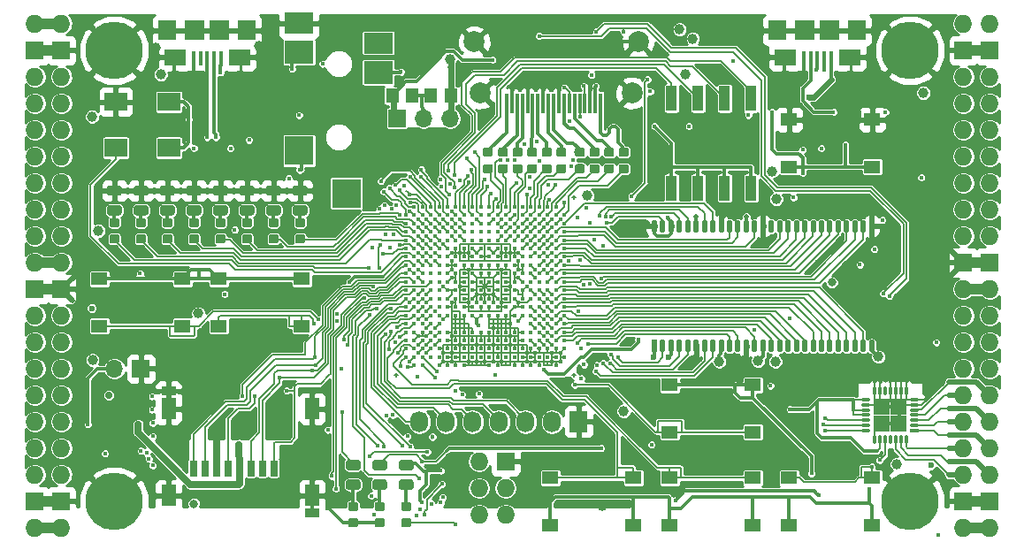
<source format=gtl>
G04 #@! TF.GenerationSoftware,KiCad,Pcbnew,5.0.0+dfsg1-2*
G04 #@! TF.CreationDate,2018-09-19T10:21:17+02:00*
G04 #@! TF.ProjectId,ulx3s,756C7833732E6B696361645F70636200,rev?*
G04 #@! TF.SameCoordinates,Original*
G04 #@! TF.FileFunction,Copper,L1,Top,Signal*
G04 #@! TF.FilePolarity,Positive*
%FSLAX46Y46*%
G04 Gerber Fmt 4.6, Leading zero omitted, Abs format (unit mm)*
G04 Created by KiCad (PCBNEW 5.0.0+dfsg1-2) date Wed Sep 19 10:21:17 2018*
%MOMM*%
%LPD*%
G01*
G04 APERTURE LIST*
G04 #@! TA.AperFunction,SMDPad,CuDef*
%ADD10O,0.560000X1.200000*%
G04 #@! TD*
G04 #@! TA.AperFunction,SMDPad,CuDef*
%ADD11R,0.560000X1.200000*%
G04 #@! TD*
G04 #@! TA.AperFunction,BGAPad,CuDef*
%ADD12C,0.400000*%
G04 #@! TD*
G04 #@! TA.AperFunction,SMDPad,CuDef*
%ADD13O,0.127000X0.508000*%
G04 #@! TD*
G04 #@! TA.AperFunction,SMDPad,CuDef*
%ADD14O,0.508000X0.127000*%
G04 #@! TD*
G04 #@! TA.AperFunction,SMDPad,CuDef*
%ADD15R,1.625000X1.625000*%
G04 #@! TD*
G04 #@! TA.AperFunction,SMDPad,CuDef*
%ADD16O,0.300000X0.950000*%
G04 #@! TD*
G04 #@! TA.AperFunction,SMDPad,CuDef*
%ADD17O,0.950000X0.300000*%
G04 #@! TD*
G04 #@! TA.AperFunction,SMDPad,CuDef*
%ADD18R,0.950000X0.300000*%
G04 #@! TD*
G04 #@! TA.AperFunction,Conductor*
%ADD19C,0.100000*%
G04 #@! TD*
G04 #@! TA.AperFunction,SMDPad,CuDef*
%ADD20C,0.875000*%
G04 #@! TD*
G04 #@! TA.AperFunction,SMDPad,CuDef*
%ADD21C,0.975000*%
G04 #@! TD*
G04 #@! TA.AperFunction,SMDPad,CuDef*
%ADD22R,1.120000X2.440000*%
G04 #@! TD*
G04 #@! TA.AperFunction,SMDPad,CuDef*
%ADD23R,1.800000X1.900000*%
G04 #@! TD*
G04 #@! TA.AperFunction,SMDPad,CuDef*
%ADD24R,0.400000X1.350000*%
G04 #@! TD*
G04 #@! TA.AperFunction,SMDPad,CuDef*
%ADD25R,1.900000X1.900000*%
G04 #@! TD*
G04 #@! TA.AperFunction,SMDPad,CuDef*
%ADD26R,2.100000X1.600000*%
G04 #@! TD*
G04 #@! TA.AperFunction,SMDPad,CuDef*
%ADD27R,2.800000X2.000000*%
G04 #@! TD*
G04 #@! TA.AperFunction,SMDPad,CuDef*
%ADD28R,2.800000X2.200000*%
G04 #@! TD*
G04 #@! TA.AperFunction,SMDPad,CuDef*
%ADD29R,2.800000X2.800000*%
G04 #@! TD*
G04 #@! TA.AperFunction,SMDPad,CuDef*
%ADD30R,0.300000X1.900000*%
G04 #@! TD*
G04 #@! TA.AperFunction,ComponentPad*
%ADD31C,2.000000*%
G04 #@! TD*
G04 #@! TA.AperFunction,SMDPad,CuDef*
%ADD32R,0.700000X1.500000*%
G04 #@! TD*
G04 #@! TA.AperFunction,SMDPad,CuDef*
%ADD33R,1.450000X0.900000*%
G04 #@! TD*
G04 #@! TA.AperFunction,SMDPad,CuDef*
%ADD34R,1.450000X2.000000*%
G04 #@! TD*
G04 #@! TA.AperFunction,SMDPad,CuDef*
%ADD35R,2.200000X1.800000*%
G04 #@! TD*
G04 #@! TA.AperFunction,ComponentPad*
%ADD36R,1.727200X2.032000*%
G04 #@! TD*
G04 #@! TA.AperFunction,ComponentPad*
%ADD37O,1.727200X2.032000*%
G04 #@! TD*
G04 #@! TA.AperFunction,ComponentPad*
%ADD38O,1.727200X1.727200*%
G04 #@! TD*
G04 #@! TA.AperFunction,ComponentPad*
%ADD39R,1.727200X1.727200*%
G04 #@! TD*
G04 #@! TA.AperFunction,ComponentPad*
%ADD40C,5.500000*%
G04 #@! TD*
G04 #@! TA.AperFunction,ComponentPad*
%ADD41R,1.700000X1.700000*%
G04 #@! TD*
G04 #@! TA.AperFunction,ComponentPad*
%ADD42O,1.700000X1.700000*%
G04 #@! TD*
G04 #@! TA.AperFunction,SMDPad,CuDef*
%ADD43R,1.295000X1.400000*%
G04 #@! TD*
G04 #@! TA.AperFunction,SMDPad,CuDef*
%ADD44R,1.550000X1.300000*%
G04 #@! TD*
G04 #@! TA.AperFunction,ViaPad*
%ADD45C,2.000000*%
G04 #@! TD*
G04 #@! TA.AperFunction,ViaPad*
%ADD46C,0.419000*%
G04 #@! TD*
G04 #@! TA.AperFunction,ViaPad*
%ADD47C,1.000000*%
G04 #@! TD*
G04 #@! TA.AperFunction,ViaPad*
%ADD48C,0.600000*%
G04 #@! TD*
G04 #@! TA.AperFunction,ViaPad*
%ADD49C,0.800000*%
G04 #@! TD*
G04 #@! TA.AperFunction,ViaPad*
%ADD50C,0.500000*%
G04 #@! TD*
G04 #@! TA.AperFunction,ViaPad*
%ADD51C,0.700000*%
G04 #@! TD*
G04 #@! TA.AperFunction,ViaPad*
%ADD52C,0.454000*%
G04 #@! TD*
G04 #@! TA.AperFunction,Conductor*
%ADD53C,0.300000*%
G04 #@! TD*
G04 #@! TA.AperFunction,Conductor*
%ADD54C,0.127000*%
G04 #@! TD*
G04 #@! TA.AperFunction,Conductor*
%ADD55C,0.500000*%
G04 #@! TD*
G04 #@! TA.AperFunction,Conductor*
%ADD56C,1.000000*%
G04 #@! TD*
G04 #@! TA.AperFunction,Conductor*
%ADD57C,0.190000*%
G04 #@! TD*
G04 #@! TA.AperFunction,Conductor*
%ADD58C,0.700000*%
G04 #@! TD*
G04 #@! TA.AperFunction,Conductor*
%ADD59C,0.600000*%
G04 #@! TD*
G04 #@! TA.AperFunction,Conductor*
%ADD60C,0.800000*%
G04 #@! TD*
G04 #@! TA.AperFunction,Conductor*
%ADD61C,0.140000*%
G04 #@! TD*
G04 #@! TA.AperFunction,Conductor*
%ADD62C,0.254000*%
G04 #@! TD*
G04 APERTURE END LIST*
D10*
G04 #@! TO.P,U2,28*
G04 #@! TO.N,GND*
X175493000Y-82070000D03*
D11*
G04 #@! TO.P,U2,1*
G04 #@! TO.N,+3V3*
X154693000Y-93530000D03*
D10*
G04 #@! TO.P,U2,2*
G04 #@! TO.N,SDRAM_D0*
X155493000Y-93530000D03*
G04 #@! TO.P,U2,3*
G04 #@! TO.N,+3V3*
X156293000Y-93530000D03*
G04 #@! TO.P,U2,4*
G04 #@! TO.N,SDRAM_D1*
X157093000Y-93530000D03*
G04 #@! TO.P,U2,5*
G04 #@! TO.N,SDRAM_D2*
X157893000Y-93530000D03*
G04 #@! TO.P,U2,6*
G04 #@! TO.N,GND*
X158693000Y-93530000D03*
G04 #@! TO.P,U2,7*
G04 #@! TO.N,SDRAM_D3*
X159493000Y-93530000D03*
G04 #@! TO.P,U2,8*
G04 #@! TO.N,SDRAM_D4*
X160293000Y-93530000D03*
G04 #@! TO.P,U2,9*
G04 #@! TO.N,+3V3*
X161093000Y-93530000D03*
G04 #@! TO.P,U2,10*
G04 #@! TO.N,SDRAM_D5*
X161893000Y-93530000D03*
G04 #@! TO.P,U2,11*
G04 #@! TO.N,SDRAM_D6*
X162693000Y-93530000D03*
G04 #@! TO.P,U2,12*
G04 #@! TO.N,GND*
X163493000Y-93530000D03*
G04 #@! TO.P,U2,13*
G04 #@! TO.N,SDRAM_D7*
X164293000Y-93530000D03*
G04 #@! TO.P,U2,14*
G04 #@! TO.N,+3V3*
X165093000Y-93530000D03*
G04 #@! TO.P,U2,15*
G04 #@! TO.N,SDRAM_DQM0*
X165893000Y-93530000D03*
G04 #@! TO.P,U2,16*
G04 #@! TO.N,SDRAM_nWE*
X166693000Y-93530000D03*
G04 #@! TO.P,U2,17*
G04 #@! TO.N,SDRAM_nCAS*
X167493000Y-93530000D03*
G04 #@! TO.P,U2,18*
G04 #@! TO.N,SDRAM_nRAS*
X168293000Y-93530000D03*
G04 #@! TO.P,U2,19*
G04 #@! TO.N,SDRAM_nCS*
X169093000Y-93530000D03*
G04 #@! TO.P,U2,20*
G04 #@! TO.N,SDRAM_BA0*
X169893000Y-93530000D03*
G04 #@! TO.P,U2,21*
G04 #@! TO.N,SDRAM_BA1*
X170693000Y-93530000D03*
G04 #@! TO.P,U2,22*
G04 #@! TO.N,SDRAM_A10*
X171493000Y-93530000D03*
G04 #@! TO.P,U2,23*
G04 #@! TO.N,SDRAM_A0*
X172293000Y-93530000D03*
G04 #@! TO.P,U2,24*
G04 #@! TO.N,SDRAM_A1*
X173093000Y-93530000D03*
G04 #@! TO.P,U2,25*
G04 #@! TO.N,SDRAM_A2*
X173893000Y-93530000D03*
G04 #@! TO.P,U2,26*
G04 #@! TO.N,SDRAM_A3*
X174693000Y-93530000D03*
G04 #@! TO.P,U2,27*
G04 #@! TO.N,+3V3*
X175493000Y-93530000D03*
G04 #@! TO.P,U2,29*
G04 #@! TO.N,SDRAM_A4*
X174693000Y-82070000D03*
G04 #@! TO.P,U2,30*
G04 #@! TO.N,SDRAM_A5*
X173893000Y-82070000D03*
G04 #@! TO.P,U2,31*
G04 #@! TO.N,SDRAM_A6*
X173093000Y-82070000D03*
G04 #@! TO.P,U2,32*
G04 #@! TO.N,SDRAM_A7*
X172293000Y-82070000D03*
G04 #@! TO.P,U2,33*
G04 #@! TO.N,SDRAM_A8*
X171493000Y-82070000D03*
G04 #@! TO.P,U2,34*
G04 #@! TO.N,SDRAM_A9*
X170693000Y-82070000D03*
G04 #@! TO.P,U2,35*
G04 #@! TO.N,SDRAM_A11*
X169893000Y-82070000D03*
G04 #@! TO.P,U2,36*
G04 #@! TO.N,SDRAM_A12*
X169093000Y-82070000D03*
G04 #@! TO.P,U2,37*
G04 #@! TO.N,SDRAM_CKE*
X168293000Y-82070000D03*
G04 #@! TO.P,U2,38*
G04 #@! TO.N,SDRAM_CLK*
X167493000Y-82070000D03*
G04 #@! TO.P,U2,39*
G04 #@! TO.N,SDRAM_DQM1*
X166693000Y-82070000D03*
G04 #@! TO.P,U2,40*
G04 #@! TO.N,N/C*
X165893000Y-82070000D03*
G04 #@! TO.P,U2,41*
G04 #@! TO.N,GND*
X165093000Y-82070000D03*
G04 #@! TO.P,U2,42*
G04 #@! TO.N,SDRAM_D8*
X164293000Y-82070000D03*
G04 #@! TO.P,U2,43*
G04 #@! TO.N,+3V3*
X163493000Y-82070000D03*
G04 #@! TO.P,U2,44*
G04 #@! TO.N,SDRAM_D9*
X162693000Y-82070000D03*
G04 #@! TO.P,U2,45*
G04 #@! TO.N,SDRAM_D10*
X161893000Y-82070000D03*
G04 #@! TO.P,U2,46*
G04 #@! TO.N,GND*
X161093000Y-82070000D03*
G04 #@! TO.P,U2,47*
G04 #@! TO.N,SDRAM_D11*
X160293000Y-82070000D03*
G04 #@! TO.P,U2,48*
G04 #@! TO.N,SDRAM_D12*
X159493000Y-82070000D03*
G04 #@! TO.P,U2,49*
G04 #@! TO.N,+3V3*
X158693000Y-82070000D03*
G04 #@! TO.P,U2,50*
G04 #@! TO.N,SDRAM_D13*
X157893000Y-82070000D03*
G04 #@! TO.P,U2,51*
G04 #@! TO.N,SDRAM_D14*
X157093000Y-82070000D03*
G04 #@! TO.P,U2,52*
G04 #@! TO.N,GND*
X156293000Y-82070000D03*
G04 #@! TO.P,U2,53*
G04 #@! TO.N,SDRAM_D15*
X155493000Y-82070000D03*
G04 #@! TO.P,U2,54*
G04 #@! TO.N,GND*
X154693000Y-82070000D03*
G04 #@! TD*
D12*
G04 #@! TO.P,U1,Y19*
G04 #@! TO.N,GND*
X145280000Y-95400000D03*
G04 #@! TO.P,U1,Y17*
X143680000Y-95400000D03*
G04 #@! TO.P,U1,Y16*
X142880000Y-95400000D03*
G04 #@! TO.P,U1,Y15*
X142080000Y-95400000D03*
G04 #@! TO.P,U1,Y14*
X141280000Y-95400000D03*
G04 #@! TO.P,U1,Y12*
X139680000Y-95400000D03*
G04 #@! TO.P,U1,Y11*
X138880000Y-95400000D03*
G04 #@! TO.P,U1,Y8*
X136480000Y-95400000D03*
G04 #@! TO.P,U1,Y7*
X135680000Y-95400000D03*
G04 #@! TO.P,U1,Y6*
X134880000Y-95400000D03*
G04 #@! TO.P,U1,Y5*
X134080000Y-95400000D03*
G04 #@! TO.P,U1,Y3*
G04 #@! TO.N,/flash/FPGA_DONE*
X132480000Y-95400000D03*
G04 #@! TO.P,U1,Y2*
G04 #@! TO.N,/flash/FLASH_nWP*
X131680000Y-95400000D03*
G04 #@! TO.P,U1,W20*
G04 #@! TO.N,GND*
X146080000Y-94600000D03*
G04 #@! TO.P,U1,W19*
X145280000Y-94600000D03*
G04 #@! TO.P,U1,W18*
G04 #@! TO.N,N/C*
X144480000Y-94600000D03*
G04 #@! TO.P,U1,W17*
X143680000Y-94600000D03*
G04 #@! TO.P,U1,W16*
G04 #@! TO.N,GND*
X142880000Y-94600000D03*
G04 #@! TO.P,U1,W15*
X142080000Y-94600000D03*
G04 #@! TO.P,U1,W14*
G04 #@! TO.N,N/C*
X141280000Y-94600000D03*
G04 #@! TO.P,U1,W13*
X140480000Y-94600000D03*
G04 #@! TO.P,U1,W12*
G04 #@! TO.N,GND*
X139680000Y-94600000D03*
G04 #@! TO.P,U1,W11*
G04 #@! TO.N,N/C*
X138880000Y-94600000D03*
G04 #@! TO.P,U1,W10*
X138080000Y-94600000D03*
G04 #@! TO.P,U1,W9*
X137280000Y-94600000D03*
G04 #@! TO.P,U1,W8*
X136480000Y-94600000D03*
G04 #@! TO.P,U1,W7*
G04 #@! TO.N,GND*
X135680000Y-94600000D03*
G04 #@! TO.P,U1,W6*
X134880000Y-94600000D03*
G04 #@! TO.P,U1,W5*
G04 #@! TO.N,N/C*
X134080000Y-94600000D03*
G04 #@! TO.P,U1,W4*
X133280000Y-94600000D03*
G04 #@! TO.P,U1,W3*
G04 #@! TO.N,/flash/FPGA_PROGRAMN*
X132480000Y-94600000D03*
G04 #@! TO.P,U1,W2*
G04 #@! TO.N,/flash/FLASH_MOSI*
X131680000Y-94600000D03*
G04 #@! TO.P,U1,W1*
G04 #@! TO.N,/flash/FLASH_nHOLD*
X130880000Y-94600000D03*
G04 #@! TO.P,U1,V20*
G04 #@! TO.N,GND*
X146080000Y-93800000D03*
G04 #@! TO.P,U1,V19*
X145280000Y-93800000D03*
G04 #@! TO.P,U1,V18*
X144480000Y-93800000D03*
G04 #@! TO.P,U1,V17*
X143680000Y-93800000D03*
G04 #@! TO.P,U1,V16*
X142880000Y-93800000D03*
G04 #@! TO.P,U1,V15*
X142080000Y-93800000D03*
G04 #@! TO.P,U1,V14*
X141280000Y-93800000D03*
G04 #@! TO.P,U1,V13*
X140480000Y-93800000D03*
G04 #@! TO.P,U1,V12*
X139680000Y-93800000D03*
G04 #@! TO.P,U1,V11*
X138880000Y-93800000D03*
G04 #@! TO.P,U1,V10*
X138080000Y-93800000D03*
G04 #@! TO.P,U1,V9*
X137280000Y-93800000D03*
G04 #@! TO.P,U1,V8*
X136480000Y-93800000D03*
G04 #@! TO.P,U1,V7*
X135680000Y-93800000D03*
G04 #@! TO.P,U1,V6*
X134880000Y-93800000D03*
G04 #@! TO.P,U1,V5*
X134080000Y-93800000D03*
G04 #@! TO.P,U1,V4*
G04 #@! TO.N,JTAG_TDO*
X133280000Y-93800000D03*
G04 #@! TO.P,U1,V3*
G04 #@! TO.N,/flash/FPGA_INITN*
X132480000Y-93800000D03*
G04 #@! TO.P,U1,V2*
G04 #@! TO.N,/flash/FLASH_MISO*
X131680000Y-93800000D03*
G04 #@! TO.P,U1,V1*
G04 #@! TO.N,BTN_D*
X130880000Y-93800000D03*
G04 #@! TO.P,U1,U20*
G04 #@! TO.N,SDRAM_D7*
X146080000Y-93000000D03*
G04 #@! TO.P,U1,U19*
G04 #@! TO.N,SDRAM_DQM0*
X145280000Y-93000000D03*
G04 #@! TO.P,U1,U18*
G04 #@! TO.N,GP14*
X144480000Y-93000000D03*
G04 #@! TO.P,U1,U17*
G04 #@! TO.N,GN14*
X143680000Y-93000000D03*
G04 #@! TO.P,U1,U16*
G04 #@! TO.N,ADC_MISO*
X142880000Y-93000000D03*
G04 #@! TO.P,U1,U15*
G04 #@! TO.N,GND*
X142080000Y-93000000D03*
G04 #@! TO.P,U1,U14*
X141280000Y-93000000D03*
G04 #@! TO.P,U1,U13*
X140480000Y-93000000D03*
G04 #@! TO.P,U1,U12*
X139680000Y-93000000D03*
G04 #@! TO.P,U1,U11*
X138880000Y-93000000D03*
G04 #@! TO.P,U1,U10*
X138080000Y-93000000D03*
G04 #@! TO.P,U1,U9*
X137280000Y-93000000D03*
G04 #@! TO.P,U1,U8*
X136480000Y-93000000D03*
G04 #@! TO.P,U1,U7*
X135680000Y-93000000D03*
G04 #@! TO.P,U1,U6*
X134880000Y-93000000D03*
G04 #@! TO.P,U1,U5*
G04 #@! TO.N,JTAG_TMS*
X134080000Y-93000000D03*
G04 #@! TO.P,U1,U4*
G04 #@! TO.N,GND*
X133280000Y-93000000D03*
G04 #@! TO.P,U1,U3*
G04 #@! TO.N,/flash/FLASH_SCK*
X132480000Y-93000000D03*
G04 #@! TO.P,U1,U2*
G04 #@! TO.N,+3V3*
X131680000Y-93000000D03*
G04 #@! TO.P,U1,U1*
G04 #@! TO.N,BTN_L*
X130880000Y-93000000D03*
G04 #@! TO.P,U1,T20*
G04 #@! TO.N,SDRAM_nWE*
X146080000Y-92200000D03*
G04 #@! TO.P,U1,T19*
G04 #@! TO.N,SDRAM_nCAS*
X145280000Y-92200000D03*
G04 #@! TO.P,U1,T18*
G04 #@! TO.N,SDRAM_D5*
X144480000Y-92200000D03*
G04 #@! TO.P,U1,T17*
G04 #@! TO.N,SDRAM_D6*
X143680000Y-92200000D03*
G04 #@! TO.P,U1,T16*
G04 #@! TO.N,N/C*
X142880000Y-92200000D03*
G04 #@! TO.P,U1,T15*
G04 #@! TO.N,GND*
X142080000Y-92200000D03*
G04 #@! TO.P,U1,T14*
X141280000Y-92200000D03*
G04 #@! TO.P,U1,T13*
X140480000Y-92200000D03*
G04 #@! TO.P,U1,T12*
X139680000Y-92200000D03*
G04 #@! TO.P,U1,T11*
X138880000Y-92200000D03*
G04 #@! TO.P,U1,T10*
X138080000Y-92200000D03*
G04 #@! TO.P,U1,T9*
X137280000Y-92200000D03*
G04 #@! TO.P,U1,T8*
X136480000Y-92200000D03*
G04 #@! TO.P,U1,T7*
X135680000Y-92200000D03*
G04 #@! TO.P,U1,T6*
X134880000Y-92200000D03*
G04 #@! TO.P,U1,T5*
G04 #@! TO.N,JTAG_TCK*
X134080000Y-92200000D03*
G04 #@! TO.P,U1,T4*
G04 #@! TO.N,+3V3*
X133280000Y-92200000D03*
G04 #@! TO.P,U1,T3*
X132480000Y-92200000D03*
G04 #@! TO.P,U1,T2*
X131680000Y-92200000D03*
G04 #@! TO.P,U1,T1*
G04 #@! TO.N,BTN_F2*
X130880000Y-92200000D03*
G04 #@! TO.P,U1,R20*
G04 #@! TO.N,SDRAM_nRAS*
X146080000Y-91400000D03*
G04 #@! TO.P,U1,R19*
G04 #@! TO.N,GND*
X145280000Y-91400000D03*
G04 #@! TO.P,U1,R18*
G04 #@! TO.N,BTN_U*
X144480000Y-91400000D03*
G04 #@! TO.P,U1,R17*
G04 #@! TO.N,ADC_CSn*
X143680000Y-91400000D03*
G04 #@! TO.P,U1,R16*
G04 #@! TO.N,ADC_MOSI*
X142880000Y-91400000D03*
G04 #@! TO.P,U1,R5*
G04 #@! TO.N,JTAG_TDI*
X134080000Y-91400000D03*
G04 #@! TO.P,U1,R4*
G04 #@! TO.N,GND*
X133280000Y-91400000D03*
G04 #@! TO.P,U1,R3*
G04 #@! TO.N,N/C*
X132480000Y-91400000D03*
G04 #@! TO.P,U1,R2*
G04 #@! TO.N,/flash/FLASH_nCS*
X131680000Y-91400000D03*
G04 #@! TO.P,U1,R1*
G04 #@! TO.N,BTN_F1*
X130880000Y-91400000D03*
G04 #@! TO.P,U1,P20*
G04 #@! TO.N,SDRAM_nCS*
X146080000Y-90600000D03*
G04 #@! TO.P,U1,P19*
G04 #@! TO.N,SDRAM_BA0*
X145280000Y-90600000D03*
G04 #@! TO.P,U1,P18*
G04 #@! TO.N,SDRAM_D4*
X144480000Y-90600000D03*
G04 #@! TO.P,U1,P17*
G04 #@! TO.N,ADC_SCLK*
X143680000Y-90600000D03*
G04 #@! TO.P,U1,P16*
G04 #@! TO.N,GN15*
X142880000Y-90600000D03*
G04 #@! TO.P,U1,P15*
G04 #@! TO.N,+2V5*
X142080000Y-90600000D03*
G04 #@! TO.P,U1,P14*
G04 #@! TO.N,GND*
X141280000Y-90600000D03*
G04 #@! TO.P,U1,P13*
X140480000Y-90600000D03*
G04 #@! TO.P,U1,P12*
X139680000Y-90600000D03*
G04 #@! TO.P,U1,P11*
X138880000Y-90600000D03*
G04 #@! TO.P,U1,P10*
G04 #@! TO.N,+3V3*
X138080000Y-90600000D03*
G04 #@! TO.P,U1,P9*
X137280000Y-90600000D03*
G04 #@! TO.P,U1,P8*
G04 #@! TO.N,GND*
X136480000Y-90600000D03*
G04 #@! TO.P,U1,P7*
X135680000Y-90600000D03*
G04 #@! TO.P,U1,P6*
G04 #@! TO.N,+2V5*
X134880000Y-90600000D03*
G04 #@! TO.P,U1,P5*
G04 #@! TO.N,N/C*
X134080000Y-90600000D03*
G04 #@! TO.P,U1,P4*
G04 #@! TO.N,OLED_CLK*
X133280000Y-90600000D03*
G04 #@! TO.P,U1,P3*
G04 #@! TO.N,OLED_MOSI*
X132480000Y-90600000D03*
G04 #@! TO.P,U1,P2*
G04 #@! TO.N,OLED_RES*
X131680000Y-90600000D03*
G04 #@! TO.P,U1,P1*
G04 #@! TO.N,OLED_DC*
X130880000Y-90600000D03*
G04 #@! TO.P,U1,N20*
G04 #@! TO.N,SDRAM_BA1*
X146080000Y-89800000D03*
G04 #@! TO.P,U1,N19*
G04 #@! TO.N,SDRAM_A10*
X145280000Y-89800000D03*
G04 #@! TO.P,U1,N18*
G04 #@! TO.N,SDRAM_D3*
X144480000Y-89800000D03*
G04 #@! TO.P,U1,N17*
G04 #@! TO.N,GP15*
X143680000Y-89800000D03*
G04 #@! TO.P,U1,N16*
G04 #@! TO.N,GP16*
X142880000Y-89800000D03*
G04 #@! TO.P,U1,N15*
G04 #@! TO.N,GND*
X142080000Y-89800000D03*
G04 #@! TO.P,U1,N14*
X141280000Y-89800000D03*
G04 #@! TO.P,U1,N13*
G04 #@! TO.N,+1V1*
X140480000Y-89800000D03*
G04 #@! TO.P,U1,N12*
X139680000Y-89800000D03*
G04 #@! TO.P,U1,N11*
X138880000Y-89800000D03*
G04 #@! TO.P,U1,N10*
X138080000Y-89800000D03*
G04 #@! TO.P,U1,N9*
X137280000Y-89800000D03*
G04 #@! TO.P,U1,N8*
X136480000Y-89800000D03*
G04 #@! TO.P,U1,N7*
G04 #@! TO.N,GND*
X135680000Y-89800000D03*
G04 #@! TO.P,U1,N6*
X134880000Y-89800000D03*
G04 #@! TO.P,U1,N5*
G04 #@! TO.N,N/C*
X134080000Y-89800000D03*
G04 #@! TO.P,U1,N4*
G04 #@! TO.N,WIFI_GPIO5*
X133280000Y-89800000D03*
G04 #@! TO.P,U1,N3*
G04 #@! TO.N,WIFI_GPIO17*
X132480000Y-89800000D03*
G04 #@! TO.P,U1,N2*
G04 #@! TO.N,OLED_CS*
X131680000Y-89800000D03*
G04 #@! TO.P,U1,N1*
G04 #@! TO.N,FTDI_nDTR*
X130880000Y-89800000D03*
G04 #@! TO.P,U1,M20*
G04 #@! TO.N,SDRAM_A0*
X146080000Y-89000000D03*
G04 #@! TO.P,U1,M19*
G04 #@! TO.N,SDRAM_A1*
X145280000Y-89000000D03*
G04 #@! TO.P,U1,M18*
G04 #@! TO.N,SDRAM_D2*
X144480000Y-89000000D03*
G04 #@! TO.P,U1,M17*
G04 #@! TO.N,GN16*
X143680000Y-89000000D03*
G04 #@! TO.P,U1,M16*
G04 #@! TO.N,GND*
X142880000Y-89000000D03*
G04 #@! TO.P,U1,M15*
G04 #@! TO.N,+3V3*
X142080000Y-89000000D03*
G04 #@! TO.P,U1,M14*
G04 #@! TO.N,GND*
X141280000Y-89000000D03*
G04 #@! TO.P,U1,M13*
G04 #@! TO.N,+1V1*
X140480000Y-89000000D03*
G04 #@! TO.P,U1,M12*
G04 #@! TO.N,GND*
X139680000Y-89000000D03*
G04 #@! TO.P,U1,M11*
X138880000Y-89000000D03*
G04 #@! TO.P,U1,M10*
X138080000Y-89000000D03*
G04 #@! TO.P,U1,M9*
X137280000Y-89000000D03*
G04 #@! TO.P,U1,M8*
G04 #@! TO.N,+1V1*
X136480000Y-89000000D03*
G04 #@! TO.P,U1,M7*
G04 #@! TO.N,GND*
X135680000Y-89000000D03*
G04 #@! TO.P,U1,M6*
G04 #@! TO.N,+3V3*
X134880000Y-89000000D03*
G04 #@! TO.P,U1,M5*
G04 #@! TO.N,N/C*
X134080000Y-89000000D03*
G04 #@! TO.P,U1,M4*
G04 #@! TO.N,USER_PROGRAMN*
X133280000Y-89000000D03*
G04 #@! TO.P,U1,M3*
G04 #@! TO.N,FTDI_nRTS*
X132480000Y-89000000D03*
G04 #@! TO.P,U1,M2*
G04 #@! TO.N,GND*
X131680000Y-89000000D03*
G04 #@! TO.P,U1,M1*
G04 #@! TO.N,FTDI_TXD*
X130880000Y-89000000D03*
G04 #@! TO.P,U1,L20*
G04 #@! TO.N,SDRAM_A2*
X146080000Y-88200000D03*
G04 #@! TO.P,U1,L19*
G04 #@! TO.N,SDRAM_A3*
X145280000Y-88200000D03*
G04 #@! TO.P,U1,L18*
G04 #@! TO.N,SDRAM_D1*
X144480000Y-88200000D03*
G04 #@! TO.P,U1,L17*
G04 #@! TO.N,GN17*
X143680000Y-88200000D03*
G04 #@! TO.P,U1,L16*
G04 #@! TO.N,GP17*
X142880000Y-88200000D03*
G04 #@! TO.P,U1,L15*
G04 #@! TO.N,+3V3*
X142080000Y-88200000D03*
G04 #@! TO.P,U1,L14*
X141280000Y-88200000D03*
G04 #@! TO.P,U1,L13*
G04 #@! TO.N,+1V1*
X140480000Y-88200000D03*
G04 #@! TO.P,U1,L12*
G04 #@! TO.N,GND*
X139680000Y-88200000D03*
G04 #@! TO.P,U1,L11*
X138880000Y-88200000D03*
G04 #@! TO.P,U1,L10*
X138080000Y-88200000D03*
G04 #@! TO.P,U1,L9*
X137280000Y-88200000D03*
G04 #@! TO.P,U1,L8*
G04 #@! TO.N,+1V1*
X136480000Y-88200000D03*
G04 #@! TO.P,U1,L7*
G04 #@! TO.N,+3V3*
X135680000Y-88200000D03*
G04 #@! TO.P,U1,L6*
X134880000Y-88200000D03*
G04 #@! TO.P,U1,L5*
G04 #@! TO.N,N/C*
X134080000Y-88200000D03*
G04 #@! TO.P,U1,L4*
G04 #@! TO.N,FTDI_RXD*
X133280000Y-88200000D03*
G04 #@! TO.P,U1,L3*
G04 #@! TO.N,FTDI_TXDEN*
X132480000Y-88200000D03*
G04 #@! TO.P,U1,L2*
G04 #@! TO.N,WIFI_GPIO0*
X131680000Y-88200000D03*
G04 #@! TO.P,U1,L1*
G04 #@! TO.N,WIFI_GPIO16*
X130880000Y-88200000D03*
G04 #@! TO.P,U1,K20*
G04 #@! TO.N,SDRAM_A4*
X146080000Y-87400000D03*
G04 #@! TO.P,U1,K19*
G04 #@! TO.N,SDRAM_A5*
X145280000Y-87400000D03*
G04 #@! TO.P,U1,K18*
G04 #@! TO.N,SDRAM_A6*
X144480000Y-87400000D03*
G04 #@! TO.P,U1,K17*
G04 #@! TO.N,N/C*
X143680000Y-87400000D03*
G04 #@! TO.P,U1,K16*
X142880000Y-87400000D03*
G04 #@! TO.P,U1,K15*
G04 #@! TO.N,GND*
X142080000Y-87400000D03*
G04 #@! TO.P,U1,K14*
X141280000Y-87400000D03*
G04 #@! TO.P,U1,K13*
G04 #@! TO.N,+1V1*
X140480000Y-87400000D03*
G04 #@! TO.P,U1,K12*
G04 #@! TO.N,GND*
X139680000Y-87400000D03*
G04 #@! TO.P,U1,K11*
X138880000Y-87400000D03*
G04 #@! TO.P,U1,K10*
X138080000Y-87400000D03*
G04 #@! TO.P,U1,K9*
X137280000Y-87400000D03*
G04 #@! TO.P,U1,K8*
G04 #@! TO.N,+1V1*
X136480000Y-87400000D03*
G04 #@! TO.P,U1,K7*
G04 #@! TO.N,GND*
X135680000Y-87400000D03*
G04 #@! TO.P,U1,K6*
X134880000Y-87400000D03*
G04 #@! TO.P,U1,K5*
G04 #@! TO.N,N/C*
X134080000Y-87400000D03*
G04 #@! TO.P,U1,K4*
G04 #@! TO.N,WIFI_TXD*
X133280000Y-87400000D03*
G04 #@! TO.P,U1,K3*
G04 #@! TO.N,WIFI_RXD*
X132480000Y-87400000D03*
G04 #@! TO.P,U1,K2*
G04 #@! TO.N,SD_D3*
X131680000Y-87400000D03*
G04 #@! TO.P,U1,K1*
G04 #@! TO.N,SD_D2*
X130880000Y-87400000D03*
G04 #@! TO.P,U1,J20*
G04 #@! TO.N,SDRAM_A7*
X146080000Y-86600000D03*
G04 #@! TO.P,U1,J19*
G04 #@! TO.N,SDRAM_A8*
X145280000Y-86600000D03*
G04 #@! TO.P,U1,J18*
G04 #@! TO.N,SDRAM_D14*
X144480000Y-86600000D03*
G04 #@! TO.P,U1,J17*
G04 #@! TO.N,SDRAM_D15*
X143680000Y-86600000D03*
G04 #@! TO.P,U1,J16*
G04 #@! TO.N,SDRAM_D0*
X142880000Y-86600000D03*
G04 #@! TO.P,U1,J15*
G04 #@! TO.N,+3V3*
X142080000Y-86600000D03*
G04 #@! TO.P,U1,J14*
G04 #@! TO.N,GND*
X141280000Y-86600000D03*
G04 #@! TO.P,U1,J13*
G04 #@! TO.N,+1V1*
X140480000Y-86600000D03*
G04 #@! TO.P,U1,J12*
G04 #@! TO.N,GND*
X139680000Y-86600000D03*
G04 #@! TO.P,U1,J11*
X138880000Y-86600000D03*
G04 #@! TO.P,U1,J10*
X138080000Y-86600000D03*
G04 #@! TO.P,U1,J9*
X137280000Y-86600000D03*
G04 #@! TO.P,U1,J8*
G04 #@! TO.N,+1V1*
X136480000Y-86600000D03*
G04 #@! TO.P,U1,J7*
G04 #@! TO.N,GND*
X135680000Y-86600000D03*
G04 #@! TO.P,U1,J6*
G04 #@! TO.N,2V5_3V3*
X134880000Y-86600000D03*
G04 #@! TO.P,U1,J5*
G04 #@! TO.N,N/C*
X134080000Y-86600000D03*
G04 #@! TO.P,U1,J4*
X133280000Y-86600000D03*
G04 #@! TO.P,U1,J3*
G04 #@! TO.N,SD_D0*
X132480000Y-86600000D03*
G04 #@! TO.P,U1,J2*
G04 #@! TO.N,GND*
X131680000Y-86600000D03*
G04 #@! TO.P,U1,J1*
G04 #@! TO.N,SD_CMD*
X130880000Y-86600000D03*
G04 #@! TO.P,U1,H20*
G04 #@! TO.N,SDRAM_A9*
X146080000Y-85800000D03*
G04 #@! TO.P,U1,H19*
G04 #@! TO.N,GND*
X145280000Y-85800000D03*
G04 #@! TO.P,U1,H18*
G04 #@! TO.N,GP18*
X144480000Y-85800000D03*
G04 #@! TO.P,U1,H17*
G04 #@! TO.N,GN18*
X143680000Y-85800000D03*
G04 #@! TO.P,U1,H16*
G04 #@! TO.N,BTN_R*
X142880000Y-85800000D03*
G04 #@! TO.P,U1,H15*
G04 #@! TO.N,+3V3*
X142080000Y-85800000D03*
G04 #@! TO.P,U1,H14*
X141280000Y-85800000D03*
G04 #@! TO.P,U1,H13*
G04 #@! TO.N,+1V1*
X140480000Y-85800000D03*
G04 #@! TO.P,U1,H12*
X139680000Y-85800000D03*
G04 #@! TO.P,U1,H11*
X138880000Y-85800000D03*
G04 #@! TO.P,U1,H10*
X138080000Y-85800000D03*
G04 #@! TO.P,U1,H9*
X137280000Y-85800000D03*
G04 #@! TO.P,U1,H8*
X136480000Y-85800000D03*
G04 #@! TO.P,U1,H7*
G04 #@! TO.N,2V5_3V3*
X135680000Y-85800000D03*
G04 #@! TO.P,U1,H6*
X134880000Y-85800000D03*
G04 #@! TO.P,U1,H5*
G04 #@! TO.N,AUDIO_V0*
X134080000Y-85800000D03*
G04 #@! TO.P,U1,H4*
G04 #@! TO.N,GP13*
X133280000Y-85800000D03*
G04 #@! TO.P,U1,H3*
G04 #@! TO.N,LED7*
X132480000Y-85800000D03*
G04 #@! TO.P,U1,H2*
G04 #@! TO.N,SD_CLK*
X131680000Y-85800000D03*
G04 #@! TO.P,U1,H1*
G04 #@! TO.N,SD_D1*
X130880000Y-85800000D03*
G04 #@! TO.P,U1,G20*
G04 #@! TO.N,SDRAM_A11*
X146080000Y-85000000D03*
G04 #@! TO.P,U1,G19*
G04 #@! TO.N,SDRAM_A12*
X145280000Y-85000000D03*
G04 #@! TO.P,U1,G18*
G04 #@! TO.N,GN19*
X144480000Y-85000000D03*
G04 #@! TO.P,U1,G17*
G04 #@! TO.N,GND*
X143680000Y-85000000D03*
G04 #@! TO.P,U1,G16*
G04 #@! TO.N,SHUTDOWN*
X142880000Y-85000000D03*
G04 #@! TO.P,U1,G15*
G04 #@! TO.N,GND*
X142080000Y-85000000D03*
G04 #@! TO.P,U1,G14*
X141280000Y-85000000D03*
G04 #@! TO.P,U1,G13*
X140480000Y-85000000D03*
G04 #@! TO.P,U1,G12*
X139680000Y-85000000D03*
G04 #@! TO.P,U1,G11*
X138880000Y-85000000D03*
G04 #@! TO.P,U1,G10*
X138080000Y-85000000D03*
G04 #@! TO.P,U1,G9*
X137280000Y-85000000D03*
G04 #@! TO.P,U1,G8*
X136480000Y-85000000D03*
G04 #@! TO.P,U1,G7*
X135680000Y-85000000D03*
G04 #@! TO.P,U1,G6*
X134880000Y-85000000D03*
G04 #@! TO.P,U1,G5*
G04 #@! TO.N,GN13*
X134080000Y-85000000D03*
G04 #@! TO.P,U1,G4*
G04 #@! TO.N,GND*
X133280000Y-85000000D03*
G04 #@! TO.P,U1,G3*
G04 #@! TO.N,GP12*
X132480000Y-85000000D03*
G04 #@! TO.P,U1,G2*
G04 #@! TO.N,CLK_25MHz*
X131680000Y-85000000D03*
G04 #@! TO.P,U1,G1*
G04 #@! TO.N,/usb/ANT_433MHz*
X130880000Y-85000000D03*
G04 #@! TO.P,U1,F20*
G04 #@! TO.N,SDRAM_CKE*
X146080000Y-84200000D03*
G04 #@! TO.P,U1,F19*
G04 #@! TO.N,SDRAM_CLK*
X145280000Y-84200000D03*
G04 #@! TO.P,U1,F18*
G04 #@! TO.N,SDRAM_D13*
X144480000Y-84200000D03*
G04 #@! TO.P,U1,F17*
G04 #@! TO.N,GP19*
X143680000Y-84200000D03*
G04 #@! TO.P,U1,F16*
G04 #@! TO.N,USB_FPGA_D-*
X142880000Y-84200000D03*
G04 #@! TO.P,U1,F15*
G04 #@! TO.N,+2V5*
X142080000Y-84200000D03*
G04 #@! TO.P,U1,F14*
G04 #@! TO.N,GND*
X141280000Y-84200000D03*
G04 #@! TO.P,U1,F13*
X140480000Y-84200000D03*
G04 #@! TO.P,U1,F12*
G04 #@! TO.N,+3V3*
X139680000Y-84200000D03*
G04 #@! TO.P,U1,F11*
X138880000Y-84200000D03*
G04 #@! TO.P,U1,F10*
G04 #@! TO.N,2V5_3V3*
X138080000Y-84200000D03*
G04 #@! TO.P,U1,F9*
X137280000Y-84200000D03*
G04 #@! TO.P,U1,F8*
G04 #@! TO.N,GND*
X136480000Y-84200000D03*
G04 #@! TO.P,U1,F7*
X135680000Y-84200000D03*
G04 #@! TO.P,U1,F6*
G04 #@! TO.N,+2V5*
X134880000Y-84200000D03*
G04 #@! TO.P,U1,F5*
G04 #@! TO.N,AUDIO_V2*
X134080000Y-84200000D03*
G04 #@! TO.P,U1,F4*
G04 #@! TO.N,GP11*
X133280000Y-84200000D03*
G04 #@! TO.P,U1,F3*
G04 #@! TO.N,GN12*
X132480000Y-84200000D03*
G04 #@! TO.P,U1,F2*
G04 #@! TO.N,AUDIO_V1*
X131680000Y-84200000D03*
G04 #@! TO.P,U1,F1*
G04 #@! TO.N,WIFI_EN*
X130880000Y-84200000D03*
G04 #@! TO.P,U1,E20*
G04 #@! TO.N,SDRAM_DQM1*
X146080000Y-83400000D03*
G04 #@! TO.P,U1,E19*
G04 #@! TO.N,SDRAM_D8*
X145280000Y-83400000D03*
G04 #@! TO.P,U1,E18*
G04 #@! TO.N,SDRAM_D12*
X144480000Y-83400000D03*
G04 #@! TO.P,U1,E17*
G04 #@! TO.N,GN20*
X143680000Y-83400000D03*
G04 #@! TO.P,U1,E16*
G04 #@! TO.N,USB_FPGA_D+*
X142880000Y-83400000D03*
G04 #@! TO.P,U1,E15*
G04 #@! TO.N,USB_FPGA_D-*
X142080000Y-83400000D03*
G04 #@! TO.P,U1,E14*
G04 #@! TO.N,GN25*
X141280000Y-83400000D03*
G04 #@! TO.P,U1,E13*
G04 #@! TO.N,GN27*
X140480000Y-83400000D03*
G04 #@! TO.P,U1,E12*
G04 #@! TO.N,FPDI_SCL*
X139680000Y-83400000D03*
G04 #@! TO.P,U1,E11*
G04 #@! TO.N,N/C*
X138880000Y-83400000D03*
G04 #@! TO.P,U1,E10*
X138080000Y-83400000D03*
G04 #@! TO.P,U1,E9*
X137280000Y-83400000D03*
G04 #@! TO.P,U1,E8*
G04 #@! TO.N,SW1*
X136480000Y-83400000D03*
G04 #@! TO.P,U1,E7*
G04 #@! TO.N,SW4*
X135680000Y-83400000D03*
G04 #@! TO.P,U1,E6*
G04 #@! TO.N,N/C*
X134880000Y-83400000D03*
G04 #@! TO.P,U1,E5*
G04 #@! TO.N,AUDIO_V3*
X134080000Y-83400000D03*
G04 #@! TO.P,U1,E4*
G04 #@! TO.N,AUDIO_L0*
X133280000Y-83400000D03*
G04 #@! TO.P,U1,E3*
G04 #@! TO.N,GN11*
X132480000Y-83400000D03*
G04 #@! TO.P,U1,E2*
G04 #@! TO.N,LED5*
X131680000Y-83400000D03*
G04 #@! TO.P,U1,E1*
G04 #@! TO.N,LED6*
X130880000Y-83400000D03*
G04 #@! TO.P,U1,D20*
G04 #@! TO.N,SDRAM_D9*
X146080000Y-82600000D03*
G04 #@! TO.P,U1,D19*
G04 #@! TO.N,SDRAM_D10*
X145280000Y-82600000D03*
G04 #@! TO.P,U1,D18*
G04 #@! TO.N,GP20*
X144480000Y-82600000D03*
G04 #@! TO.P,U1,D17*
G04 #@! TO.N,GN21*
X143680000Y-82600000D03*
G04 #@! TO.P,U1,D16*
G04 #@! TO.N,GN24*
X142880000Y-82600000D03*
G04 #@! TO.P,U1,D15*
G04 #@! TO.N,USB_FPGA_D+*
X142080000Y-82600000D03*
G04 #@! TO.P,U1,D14*
G04 #@! TO.N,GP25*
X141280000Y-82600000D03*
G04 #@! TO.P,U1,D13*
G04 #@! TO.N,GP27*
X140480000Y-82600000D03*
G04 #@! TO.P,U1,D12*
G04 #@! TO.N,N/C*
X139680000Y-82600000D03*
G04 #@! TO.P,U1,D11*
X138880000Y-82600000D03*
G04 #@! TO.P,U1,D10*
X138080000Y-82600000D03*
G04 #@! TO.P,U1,D9*
X137280000Y-82600000D03*
G04 #@! TO.P,U1,D8*
G04 #@! TO.N,SW2*
X136480000Y-82600000D03*
G04 #@! TO.P,U1,D7*
G04 #@! TO.N,SW3*
X135680000Y-82600000D03*
G04 #@! TO.P,U1,D6*
G04 #@! TO.N,BTN_PWRn*
X134880000Y-82600000D03*
G04 #@! TO.P,U1,D5*
G04 #@! TO.N,AUDIO_R2*
X134080000Y-82600000D03*
G04 #@! TO.P,U1,D4*
G04 #@! TO.N,GND*
X133280000Y-82600000D03*
G04 #@! TO.P,U1,D3*
G04 #@! TO.N,AUDIO_L1*
X132480000Y-82600000D03*
G04 #@! TO.P,U1,D2*
G04 #@! TO.N,LED3*
X131680000Y-82600000D03*
G04 #@! TO.P,U1,D1*
G04 #@! TO.N,LED4*
X130880000Y-82600000D03*
G04 #@! TO.P,U1,C20*
G04 #@! TO.N,SDRAM_D11*
X146080000Y-81800000D03*
G04 #@! TO.P,U1,C19*
G04 #@! TO.N,GND*
X145280000Y-81800000D03*
G04 #@! TO.P,U1,C18*
G04 #@! TO.N,GP21*
X144480000Y-81800000D03*
G04 #@! TO.P,U1,C17*
G04 #@! TO.N,GN23*
X143680000Y-81800000D03*
G04 #@! TO.P,U1,C16*
G04 #@! TO.N,GP24*
X142880000Y-81800000D03*
G04 #@! TO.P,U1,C15*
G04 #@! TO.N,GN22*
X142080000Y-81800000D03*
G04 #@! TO.P,U1,C14*
G04 #@! TO.N,FPDI_D1-*
X141280000Y-81800000D03*
G04 #@! TO.P,U1,C13*
G04 #@! TO.N,GN26*
X140480000Y-81800000D03*
G04 #@! TO.P,U1,C12*
G04 #@! TO.N,USB_FPGA_PULL_D-*
X139680000Y-81800000D03*
G04 #@! TO.P,U1,C11*
G04 #@! TO.N,GN0*
X138880000Y-81800000D03*
G04 #@! TO.P,U1,C10*
G04 #@! TO.N,GN3*
X138080000Y-81800000D03*
G04 #@! TO.P,U1,C9*
G04 #@! TO.N,N/C*
X137280000Y-81800000D03*
G04 #@! TO.P,U1,C8*
G04 #@! TO.N,GP5*
X136480000Y-81800000D03*
G04 #@! TO.P,U1,C7*
G04 #@! TO.N,GN6*
X135680000Y-81800000D03*
G04 #@! TO.P,U1,C6*
G04 #@! TO.N,GP6*
X134880000Y-81800000D03*
G04 #@! TO.P,U1,C5*
G04 #@! TO.N,AUDIO_R3*
X134080000Y-81800000D03*
G04 #@! TO.P,U1,C4*
G04 #@! TO.N,GP10*
X133280000Y-81800000D03*
G04 #@! TO.P,U1,C3*
G04 #@! TO.N,AUDIO_L2*
X132480000Y-81800000D03*
G04 #@! TO.P,U1,C2*
G04 #@! TO.N,LED1*
X131680000Y-81800000D03*
G04 #@! TO.P,U1,C1*
G04 #@! TO.N,LED2*
X130880000Y-81800000D03*
G04 #@! TO.P,U1,B20*
G04 #@! TO.N,FPDI_ETH-*
X146080000Y-81000000D03*
G04 #@! TO.P,U1,B19*
G04 #@! TO.N,FPDI_SDA*
X145280000Y-81000000D03*
G04 #@! TO.P,U1,B18*
G04 #@! TO.N,FPDI_CLK-*
X144480000Y-81000000D03*
G04 #@! TO.P,U1,B17*
G04 #@! TO.N,GP23*
X143680000Y-81000000D03*
G04 #@! TO.P,U1,B16*
G04 #@! TO.N,FPDI_D0-*
X142880000Y-81000000D03*
G04 #@! TO.P,U1,B15*
G04 #@! TO.N,GP22*
X142080000Y-81000000D03*
G04 #@! TO.P,U1,B14*
G04 #@! TO.N,GND*
X141280000Y-81000000D03*
G04 #@! TO.P,U1,B13*
G04 #@! TO.N,GP26*
X140480000Y-81000000D03*
G04 #@! TO.P,U1,B12*
G04 #@! TO.N,USB_FPGA_PULL_D+*
X139680000Y-81000000D03*
G04 #@! TO.P,U1,B11*
G04 #@! TO.N,GP0*
X138880000Y-81000000D03*
G04 #@! TO.P,U1,B10*
G04 #@! TO.N,GN2*
X138080000Y-81000000D03*
G04 #@! TO.P,U1,B9*
G04 #@! TO.N,GP3*
X137280000Y-81000000D03*
G04 #@! TO.P,U1,B8*
G04 #@! TO.N,GN5*
X136480000Y-81000000D03*
G04 #@! TO.P,U1,B7*
G04 #@! TO.N,GND*
X135680000Y-81000000D03*
G04 #@! TO.P,U1,B6*
G04 #@! TO.N,GN7*
X134880000Y-81000000D03*
G04 #@! TO.P,U1,B5*
G04 #@! TO.N,AUDIO_R1*
X134080000Y-81000000D03*
G04 #@! TO.P,U1,B4*
G04 #@! TO.N,GN10*
X133280000Y-81000000D03*
G04 #@! TO.P,U1,B3*
G04 #@! TO.N,AUDIO_L3*
X132480000Y-81000000D03*
G04 #@! TO.P,U1,B2*
G04 #@! TO.N,LED0*
X131680000Y-81000000D03*
G04 #@! TO.P,U1,B1*
G04 #@! TO.N,GN9*
X130880000Y-81000000D03*
G04 #@! TO.P,U1,A19*
G04 #@! TO.N,FPDI_ETH+*
X145280000Y-80200000D03*
G04 #@! TO.P,U1,A18*
G04 #@! TO.N,/gpdi/FPDI_CEC*
X144480000Y-80200000D03*
G04 #@! TO.P,U1,A17*
G04 #@! TO.N,FPDI_CLK+*
X143680000Y-80200000D03*
G04 #@! TO.P,U1,A16*
G04 #@! TO.N,FPDI_D0+*
X142880000Y-80200000D03*
G04 #@! TO.P,U1,A15*
G04 #@! TO.N,N/C*
X142080000Y-80200000D03*
G04 #@! TO.P,U1,A14*
G04 #@! TO.N,FPDI_D1+*
X141280000Y-80200000D03*
G04 #@! TO.P,U1,A13*
G04 #@! TO.N,FPDI_D2-*
X140480000Y-80200000D03*
G04 #@! TO.P,U1,A12*
G04 #@! TO.N,FPDI_D2+*
X139680000Y-80200000D03*
G04 #@! TO.P,U1,A11*
G04 #@! TO.N,GN1*
X138880000Y-80200000D03*
G04 #@! TO.P,U1,A10*
G04 #@! TO.N,GP1*
X138080000Y-80200000D03*
G04 #@! TO.P,U1,A9*
G04 #@! TO.N,GP2*
X137280000Y-80200000D03*
G04 #@! TO.P,U1,A8*
G04 #@! TO.N,GN4*
X136480000Y-80200000D03*
G04 #@! TO.P,U1,A7*
G04 #@! TO.N,GP4*
X135680000Y-80200000D03*
G04 #@! TO.P,U1,A6*
G04 #@! TO.N,GP7*
X134880000Y-80200000D03*
G04 #@! TO.P,U1,A5*
G04 #@! TO.N,GN8*
X134080000Y-80200000D03*
G04 #@! TO.P,U1,A4*
G04 #@! TO.N,GP8*
X133280000Y-80200000D03*
G04 #@! TO.P,U1,A3*
G04 #@! TO.N,AUDIO_R0*
X132480000Y-80200000D03*
G04 #@! TO.P,U1,A2*
G04 #@! TO.N,GP9*
X131680000Y-80200000D03*
D13*
G04 #@! TO.P,U1,X*
G04 #@! TO.N,N/C*
X146980000Y-79300000D03*
D14*
X146980000Y-79300000D03*
D13*
X129980000Y-96300000D03*
D14*
X129980000Y-96300000D03*
X146980000Y-96300000D03*
D13*
X146980000Y-96300000D03*
G04 #@! TD*
D15*
G04 #@! TO.P,U8,29*
G04 #@! TO.N,GND*
X178097500Y-100967500D03*
X178097500Y-99342500D03*
X176472500Y-100967500D03*
X176472500Y-99342500D03*
D16*
G04 #@! TO.P,U8,28*
G04 #@! TO.N,GN15*
X178785000Y-102495000D03*
G04 #@! TO.P,U8,27*
G04 #@! TO.N,GP14*
X178285000Y-102495000D03*
G04 #@! TO.P,U8,26*
G04 #@! TO.N,GN14*
X177785000Y-102495000D03*
G04 #@! TO.P,U8,25*
G04 #@! TO.N,N/C*
X177285000Y-102495000D03*
G04 #@! TO.P,U8,24*
G04 #@! TO.N,ADC_MISO*
X176785000Y-102495000D03*
G04 #@! TO.P,U8,23*
G04 #@! TO.N,/analog/ADC3V3*
X176285000Y-102495000D03*
G04 #@! TO.P,U8,22*
G04 #@! TO.N,GND*
X175785000Y-102495000D03*
D17*
G04 #@! TO.P,U8,21*
G04 #@! TO.N,ADC_MOSI*
X174945000Y-101655000D03*
G04 #@! TO.P,U8,20*
G04 #@! TO.N,ADC_CSn*
X174945000Y-101155000D03*
G04 #@! TO.P,U8,19*
G04 #@! TO.N,ADC_SCLK*
X174945000Y-100655000D03*
G04 #@! TO.P,U8,18*
G04 #@! TO.N,/analog/ADC3V3*
X174945000Y-100155000D03*
G04 #@! TO.P,U8,17*
X174945000Y-99655000D03*
G04 #@! TO.P,U8,16*
G04 #@! TO.N,GND*
X174945000Y-99155000D03*
G04 #@! TO.P,U8,15*
G04 #@! TO.N,/analog/ADC3V3*
X174945000Y-98655000D03*
D16*
G04 #@! TO.P,U8,14*
G04 #@! TO.N,GND*
X175785000Y-97815000D03*
G04 #@! TO.P,U8,13*
X176285000Y-97815000D03*
G04 #@! TO.P,U8,12*
G04 #@! TO.N,N/C*
X176785000Y-97815000D03*
G04 #@! TO.P,U8,11*
G04 #@! TO.N,GND*
X177285000Y-97815000D03*
G04 #@! TO.P,U8,10*
X177785000Y-97815000D03*
G04 #@! TO.P,U8,9*
X178285000Y-97815000D03*
G04 #@! TO.P,U8,8*
X178785000Y-97815000D03*
D17*
G04 #@! TO.P,U8,7*
X179625000Y-98655000D03*
G04 #@! TO.P,U8,6*
X179625000Y-99155000D03*
G04 #@! TO.P,U8,5*
G04 #@! TO.N,GP17*
X179625000Y-99655000D03*
G04 #@! TO.P,U8,4*
G04 #@! TO.N,GN17*
X179625000Y-100155000D03*
G04 #@! TO.P,U8,3*
G04 #@! TO.N,GP16*
X179625000Y-100655000D03*
G04 #@! TO.P,U8,2*
G04 #@! TO.N,GN16*
X179625000Y-101155000D03*
D18*
G04 #@! TO.P,U8,1*
G04 #@! TO.N,GP15*
X179625000Y-101655000D03*
G04 #@! TD*
D19*
G04 #@! TO.N,/gpdi/GPDI_ETH-*
G04 #@! TO.C,C37*
G36*
X152035691Y-74547053D02*
X152056926Y-74550203D01*
X152077750Y-74555419D01*
X152097962Y-74562651D01*
X152117368Y-74571830D01*
X152135781Y-74582866D01*
X152153024Y-74595654D01*
X152168930Y-74610070D01*
X152183346Y-74625976D01*
X152196134Y-74643219D01*
X152207170Y-74661632D01*
X152216349Y-74681038D01*
X152223581Y-74701250D01*
X152228797Y-74722074D01*
X152231947Y-74743309D01*
X152233000Y-74764750D01*
X152233000Y-75202250D01*
X152231947Y-75223691D01*
X152228797Y-75244926D01*
X152223581Y-75265750D01*
X152216349Y-75285962D01*
X152207170Y-75305368D01*
X152196134Y-75323781D01*
X152183346Y-75341024D01*
X152168930Y-75356930D01*
X152153024Y-75371346D01*
X152135781Y-75384134D01*
X152117368Y-75395170D01*
X152097962Y-75404349D01*
X152077750Y-75411581D01*
X152056926Y-75416797D01*
X152035691Y-75419947D01*
X152014250Y-75421000D01*
X151501750Y-75421000D01*
X151480309Y-75419947D01*
X151459074Y-75416797D01*
X151438250Y-75411581D01*
X151418038Y-75404349D01*
X151398632Y-75395170D01*
X151380219Y-75384134D01*
X151362976Y-75371346D01*
X151347070Y-75356930D01*
X151332654Y-75341024D01*
X151319866Y-75323781D01*
X151308830Y-75305368D01*
X151299651Y-75285962D01*
X151292419Y-75265750D01*
X151287203Y-75244926D01*
X151284053Y-75223691D01*
X151283000Y-75202250D01*
X151283000Y-74764750D01*
X151284053Y-74743309D01*
X151287203Y-74722074D01*
X151292419Y-74701250D01*
X151299651Y-74681038D01*
X151308830Y-74661632D01*
X151319866Y-74643219D01*
X151332654Y-74625976D01*
X151347070Y-74610070D01*
X151362976Y-74595654D01*
X151380219Y-74582866D01*
X151398632Y-74571830D01*
X151418038Y-74562651D01*
X151438250Y-74555419D01*
X151459074Y-74550203D01*
X151480309Y-74547053D01*
X151501750Y-74546000D01*
X152014250Y-74546000D01*
X152035691Y-74547053D01*
X152035691Y-74547053D01*
G37*
D20*
G04 #@! TD*
G04 #@! TO.P,C37,2*
G04 #@! TO.N,/gpdi/GPDI_ETH-*
X151758000Y-74983500D03*
D19*
G04 #@! TO.N,FPDI_ETH-*
G04 #@! TO.C,C37*
G36*
X152035691Y-76122053D02*
X152056926Y-76125203D01*
X152077750Y-76130419D01*
X152097962Y-76137651D01*
X152117368Y-76146830D01*
X152135781Y-76157866D01*
X152153024Y-76170654D01*
X152168930Y-76185070D01*
X152183346Y-76200976D01*
X152196134Y-76218219D01*
X152207170Y-76236632D01*
X152216349Y-76256038D01*
X152223581Y-76276250D01*
X152228797Y-76297074D01*
X152231947Y-76318309D01*
X152233000Y-76339750D01*
X152233000Y-76777250D01*
X152231947Y-76798691D01*
X152228797Y-76819926D01*
X152223581Y-76840750D01*
X152216349Y-76860962D01*
X152207170Y-76880368D01*
X152196134Y-76898781D01*
X152183346Y-76916024D01*
X152168930Y-76931930D01*
X152153024Y-76946346D01*
X152135781Y-76959134D01*
X152117368Y-76970170D01*
X152097962Y-76979349D01*
X152077750Y-76986581D01*
X152056926Y-76991797D01*
X152035691Y-76994947D01*
X152014250Y-76996000D01*
X151501750Y-76996000D01*
X151480309Y-76994947D01*
X151459074Y-76991797D01*
X151438250Y-76986581D01*
X151418038Y-76979349D01*
X151398632Y-76970170D01*
X151380219Y-76959134D01*
X151362976Y-76946346D01*
X151347070Y-76931930D01*
X151332654Y-76916024D01*
X151319866Y-76898781D01*
X151308830Y-76880368D01*
X151299651Y-76860962D01*
X151292419Y-76840750D01*
X151287203Y-76819926D01*
X151284053Y-76798691D01*
X151283000Y-76777250D01*
X151283000Y-76339750D01*
X151284053Y-76318309D01*
X151287203Y-76297074D01*
X151292419Y-76276250D01*
X151299651Y-76256038D01*
X151308830Y-76236632D01*
X151319866Y-76218219D01*
X151332654Y-76200976D01*
X151347070Y-76185070D01*
X151362976Y-76170654D01*
X151380219Y-76157866D01*
X151398632Y-76146830D01*
X151418038Y-76137651D01*
X151438250Y-76130419D01*
X151459074Y-76125203D01*
X151480309Y-76122053D01*
X151501750Y-76121000D01*
X152014250Y-76121000D01*
X152035691Y-76122053D01*
X152035691Y-76122053D01*
G37*
D20*
G04 #@! TD*
G04 #@! TO.P,C37,1*
G04 #@! TO.N,FPDI_ETH-*
X151758000Y-76558500D03*
D19*
G04 #@! TO.N,/gpdi/GPDI_ETH+*
G04 #@! TO.C,C36*
G36*
X150638691Y-74547053D02*
X150659926Y-74550203D01*
X150680750Y-74555419D01*
X150700962Y-74562651D01*
X150720368Y-74571830D01*
X150738781Y-74582866D01*
X150756024Y-74595654D01*
X150771930Y-74610070D01*
X150786346Y-74625976D01*
X150799134Y-74643219D01*
X150810170Y-74661632D01*
X150819349Y-74681038D01*
X150826581Y-74701250D01*
X150831797Y-74722074D01*
X150834947Y-74743309D01*
X150836000Y-74764750D01*
X150836000Y-75202250D01*
X150834947Y-75223691D01*
X150831797Y-75244926D01*
X150826581Y-75265750D01*
X150819349Y-75285962D01*
X150810170Y-75305368D01*
X150799134Y-75323781D01*
X150786346Y-75341024D01*
X150771930Y-75356930D01*
X150756024Y-75371346D01*
X150738781Y-75384134D01*
X150720368Y-75395170D01*
X150700962Y-75404349D01*
X150680750Y-75411581D01*
X150659926Y-75416797D01*
X150638691Y-75419947D01*
X150617250Y-75421000D01*
X150104750Y-75421000D01*
X150083309Y-75419947D01*
X150062074Y-75416797D01*
X150041250Y-75411581D01*
X150021038Y-75404349D01*
X150001632Y-75395170D01*
X149983219Y-75384134D01*
X149965976Y-75371346D01*
X149950070Y-75356930D01*
X149935654Y-75341024D01*
X149922866Y-75323781D01*
X149911830Y-75305368D01*
X149902651Y-75285962D01*
X149895419Y-75265750D01*
X149890203Y-75244926D01*
X149887053Y-75223691D01*
X149886000Y-75202250D01*
X149886000Y-74764750D01*
X149887053Y-74743309D01*
X149890203Y-74722074D01*
X149895419Y-74701250D01*
X149902651Y-74681038D01*
X149911830Y-74661632D01*
X149922866Y-74643219D01*
X149935654Y-74625976D01*
X149950070Y-74610070D01*
X149965976Y-74595654D01*
X149983219Y-74582866D01*
X150001632Y-74571830D01*
X150021038Y-74562651D01*
X150041250Y-74555419D01*
X150062074Y-74550203D01*
X150083309Y-74547053D01*
X150104750Y-74546000D01*
X150617250Y-74546000D01*
X150638691Y-74547053D01*
X150638691Y-74547053D01*
G37*
D20*
G04 #@! TD*
G04 #@! TO.P,C36,2*
G04 #@! TO.N,/gpdi/GPDI_ETH+*
X150361000Y-74983500D03*
D19*
G04 #@! TO.N,FPDI_ETH+*
G04 #@! TO.C,C36*
G36*
X150638691Y-76122053D02*
X150659926Y-76125203D01*
X150680750Y-76130419D01*
X150700962Y-76137651D01*
X150720368Y-76146830D01*
X150738781Y-76157866D01*
X150756024Y-76170654D01*
X150771930Y-76185070D01*
X150786346Y-76200976D01*
X150799134Y-76218219D01*
X150810170Y-76236632D01*
X150819349Y-76256038D01*
X150826581Y-76276250D01*
X150831797Y-76297074D01*
X150834947Y-76318309D01*
X150836000Y-76339750D01*
X150836000Y-76777250D01*
X150834947Y-76798691D01*
X150831797Y-76819926D01*
X150826581Y-76840750D01*
X150819349Y-76860962D01*
X150810170Y-76880368D01*
X150799134Y-76898781D01*
X150786346Y-76916024D01*
X150771930Y-76931930D01*
X150756024Y-76946346D01*
X150738781Y-76959134D01*
X150720368Y-76970170D01*
X150700962Y-76979349D01*
X150680750Y-76986581D01*
X150659926Y-76991797D01*
X150638691Y-76994947D01*
X150617250Y-76996000D01*
X150104750Y-76996000D01*
X150083309Y-76994947D01*
X150062074Y-76991797D01*
X150041250Y-76986581D01*
X150021038Y-76979349D01*
X150001632Y-76970170D01*
X149983219Y-76959134D01*
X149965976Y-76946346D01*
X149950070Y-76931930D01*
X149935654Y-76916024D01*
X149922866Y-76898781D01*
X149911830Y-76880368D01*
X149902651Y-76860962D01*
X149895419Y-76840750D01*
X149890203Y-76819926D01*
X149887053Y-76798691D01*
X149886000Y-76777250D01*
X149886000Y-76339750D01*
X149887053Y-76318309D01*
X149890203Y-76297074D01*
X149895419Y-76276250D01*
X149902651Y-76256038D01*
X149911830Y-76236632D01*
X149922866Y-76218219D01*
X149935654Y-76200976D01*
X149950070Y-76185070D01*
X149965976Y-76170654D01*
X149983219Y-76157866D01*
X150001632Y-76146830D01*
X150021038Y-76137651D01*
X150041250Y-76130419D01*
X150062074Y-76125203D01*
X150083309Y-76122053D01*
X150104750Y-76121000D01*
X150617250Y-76121000D01*
X150638691Y-76122053D01*
X150638691Y-76122053D01*
G37*
D20*
G04 #@! TD*
G04 #@! TO.P,C36,1*
G04 #@! TO.N,FPDI_ETH+*
X150361000Y-76558500D03*
D19*
G04 #@! TO.N,/gpdi/GPDI_CLK-*
G04 #@! TO.C,C41*
G36*
X149241691Y-74547053D02*
X149262926Y-74550203D01*
X149283750Y-74555419D01*
X149303962Y-74562651D01*
X149323368Y-74571830D01*
X149341781Y-74582866D01*
X149359024Y-74595654D01*
X149374930Y-74610070D01*
X149389346Y-74625976D01*
X149402134Y-74643219D01*
X149413170Y-74661632D01*
X149422349Y-74681038D01*
X149429581Y-74701250D01*
X149434797Y-74722074D01*
X149437947Y-74743309D01*
X149439000Y-74764750D01*
X149439000Y-75202250D01*
X149437947Y-75223691D01*
X149434797Y-75244926D01*
X149429581Y-75265750D01*
X149422349Y-75285962D01*
X149413170Y-75305368D01*
X149402134Y-75323781D01*
X149389346Y-75341024D01*
X149374930Y-75356930D01*
X149359024Y-75371346D01*
X149341781Y-75384134D01*
X149323368Y-75395170D01*
X149303962Y-75404349D01*
X149283750Y-75411581D01*
X149262926Y-75416797D01*
X149241691Y-75419947D01*
X149220250Y-75421000D01*
X148707750Y-75421000D01*
X148686309Y-75419947D01*
X148665074Y-75416797D01*
X148644250Y-75411581D01*
X148624038Y-75404349D01*
X148604632Y-75395170D01*
X148586219Y-75384134D01*
X148568976Y-75371346D01*
X148553070Y-75356930D01*
X148538654Y-75341024D01*
X148525866Y-75323781D01*
X148514830Y-75305368D01*
X148505651Y-75285962D01*
X148498419Y-75265750D01*
X148493203Y-75244926D01*
X148490053Y-75223691D01*
X148489000Y-75202250D01*
X148489000Y-74764750D01*
X148490053Y-74743309D01*
X148493203Y-74722074D01*
X148498419Y-74701250D01*
X148505651Y-74681038D01*
X148514830Y-74661632D01*
X148525866Y-74643219D01*
X148538654Y-74625976D01*
X148553070Y-74610070D01*
X148568976Y-74595654D01*
X148586219Y-74582866D01*
X148604632Y-74571830D01*
X148624038Y-74562651D01*
X148644250Y-74555419D01*
X148665074Y-74550203D01*
X148686309Y-74547053D01*
X148707750Y-74546000D01*
X149220250Y-74546000D01*
X149241691Y-74547053D01*
X149241691Y-74547053D01*
G37*
D20*
G04 #@! TD*
G04 #@! TO.P,C41,2*
G04 #@! TO.N,/gpdi/GPDI_CLK-*
X148964000Y-74983500D03*
D19*
G04 #@! TO.N,FPDI_CLK-*
G04 #@! TO.C,C41*
G36*
X149241691Y-76122053D02*
X149262926Y-76125203D01*
X149283750Y-76130419D01*
X149303962Y-76137651D01*
X149323368Y-76146830D01*
X149341781Y-76157866D01*
X149359024Y-76170654D01*
X149374930Y-76185070D01*
X149389346Y-76200976D01*
X149402134Y-76218219D01*
X149413170Y-76236632D01*
X149422349Y-76256038D01*
X149429581Y-76276250D01*
X149434797Y-76297074D01*
X149437947Y-76318309D01*
X149439000Y-76339750D01*
X149439000Y-76777250D01*
X149437947Y-76798691D01*
X149434797Y-76819926D01*
X149429581Y-76840750D01*
X149422349Y-76860962D01*
X149413170Y-76880368D01*
X149402134Y-76898781D01*
X149389346Y-76916024D01*
X149374930Y-76931930D01*
X149359024Y-76946346D01*
X149341781Y-76959134D01*
X149323368Y-76970170D01*
X149303962Y-76979349D01*
X149283750Y-76986581D01*
X149262926Y-76991797D01*
X149241691Y-76994947D01*
X149220250Y-76996000D01*
X148707750Y-76996000D01*
X148686309Y-76994947D01*
X148665074Y-76991797D01*
X148644250Y-76986581D01*
X148624038Y-76979349D01*
X148604632Y-76970170D01*
X148586219Y-76959134D01*
X148568976Y-76946346D01*
X148553070Y-76931930D01*
X148538654Y-76916024D01*
X148525866Y-76898781D01*
X148514830Y-76880368D01*
X148505651Y-76860962D01*
X148498419Y-76840750D01*
X148493203Y-76819926D01*
X148490053Y-76798691D01*
X148489000Y-76777250D01*
X148489000Y-76339750D01*
X148490053Y-76318309D01*
X148493203Y-76297074D01*
X148498419Y-76276250D01*
X148505651Y-76256038D01*
X148514830Y-76236632D01*
X148525866Y-76218219D01*
X148538654Y-76200976D01*
X148553070Y-76185070D01*
X148568976Y-76170654D01*
X148586219Y-76157866D01*
X148604632Y-76146830D01*
X148624038Y-76137651D01*
X148644250Y-76130419D01*
X148665074Y-76125203D01*
X148686309Y-76122053D01*
X148707750Y-76121000D01*
X149220250Y-76121000D01*
X149241691Y-76122053D01*
X149241691Y-76122053D01*
G37*
D20*
G04 #@! TD*
G04 #@! TO.P,C41,1*
G04 #@! TO.N,FPDI_CLK-*
X148964000Y-76558500D03*
D19*
G04 #@! TO.N,/gpdi/GPDI_CLK+*
G04 #@! TO.C,C45*
G36*
X147844691Y-74535053D02*
X147865926Y-74538203D01*
X147886750Y-74543419D01*
X147906962Y-74550651D01*
X147926368Y-74559830D01*
X147944781Y-74570866D01*
X147962024Y-74583654D01*
X147977930Y-74598070D01*
X147992346Y-74613976D01*
X148005134Y-74631219D01*
X148016170Y-74649632D01*
X148025349Y-74669038D01*
X148032581Y-74689250D01*
X148037797Y-74710074D01*
X148040947Y-74731309D01*
X148042000Y-74752750D01*
X148042000Y-75190250D01*
X148040947Y-75211691D01*
X148037797Y-75232926D01*
X148032581Y-75253750D01*
X148025349Y-75273962D01*
X148016170Y-75293368D01*
X148005134Y-75311781D01*
X147992346Y-75329024D01*
X147977930Y-75344930D01*
X147962024Y-75359346D01*
X147944781Y-75372134D01*
X147926368Y-75383170D01*
X147906962Y-75392349D01*
X147886750Y-75399581D01*
X147865926Y-75404797D01*
X147844691Y-75407947D01*
X147823250Y-75409000D01*
X147310750Y-75409000D01*
X147289309Y-75407947D01*
X147268074Y-75404797D01*
X147247250Y-75399581D01*
X147227038Y-75392349D01*
X147207632Y-75383170D01*
X147189219Y-75372134D01*
X147171976Y-75359346D01*
X147156070Y-75344930D01*
X147141654Y-75329024D01*
X147128866Y-75311781D01*
X147117830Y-75293368D01*
X147108651Y-75273962D01*
X147101419Y-75253750D01*
X147096203Y-75232926D01*
X147093053Y-75211691D01*
X147092000Y-75190250D01*
X147092000Y-74752750D01*
X147093053Y-74731309D01*
X147096203Y-74710074D01*
X147101419Y-74689250D01*
X147108651Y-74669038D01*
X147117830Y-74649632D01*
X147128866Y-74631219D01*
X147141654Y-74613976D01*
X147156070Y-74598070D01*
X147171976Y-74583654D01*
X147189219Y-74570866D01*
X147207632Y-74559830D01*
X147227038Y-74550651D01*
X147247250Y-74543419D01*
X147268074Y-74538203D01*
X147289309Y-74535053D01*
X147310750Y-74534000D01*
X147823250Y-74534000D01*
X147844691Y-74535053D01*
X147844691Y-74535053D01*
G37*
D20*
G04 #@! TD*
G04 #@! TO.P,C45,2*
G04 #@! TO.N,/gpdi/GPDI_CLK+*
X147567000Y-74971500D03*
D19*
G04 #@! TO.N,FPDI_CLK+*
G04 #@! TO.C,C45*
G36*
X147844691Y-76110053D02*
X147865926Y-76113203D01*
X147886750Y-76118419D01*
X147906962Y-76125651D01*
X147926368Y-76134830D01*
X147944781Y-76145866D01*
X147962024Y-76158654D01*
X147977930Y-76173070D01*
X147992346Y-76188976D01*
X148005134Y-76206219D01*
X148016170Y-76224632D01*
X148025349Y-76244038D01*
X148032581Y-76264250D01*
X148037797Y-76285074D01*
X148040947Y-76306309D01*
X148042000Y-76327750D01*
X148042000Y-76765250D01*
X148040947Y-76786691D01*
X148037797Y-76807926D01*
X148032581Y-76828750D01*
X148025349Y-76848962D01*
X148016170Y-76868368D01*
X148005134Y-76886781D01*
X147992346Y-76904024D01*
X147977930Y-76919930D01*
X147962024Y-76934346D01*
X147944781Y-76947134D01*
X147926368Y-76958170D01*
X147906962Y-76967349D01*
X147886750Y-76974581D01*
X147865926Y-76979797D01*
X147844691Y-76982947D01*
X147823250Y-76984000D01*
X147310750Y-76984000D01*
X147289309Y-76982947D01*
X147268074Y-76979797D01*
X147247250Y-76974581D01*
X147227038Y-76967349D01*
X147207632Y-76958170D01*
X147189219Y-76947134D01*
X147171976Y-76934346D01*
X147156070Y-76919930D01*
X147141654Y-76904024D01*
X147128866Y-76886781D01*
X147117830Y-76868368D01*
X147108651Y-76848962D01*
X147101419Y-76828750D01*
X147096203Y-76807926D01*
X147093053Y-76786691D01*
X147092000Y-76765250D01*
X147092000Y-76327750D01*
X147093053Y-76306309D01*
X147096203Y-76285074D01*
X147101419Y-76264250D01*
X147108651Y-76244038D01*
X147117830Y-76224632D01*
X147128866Y-76206219D01*
X147141654Y-76188976D01*
X147156070Y-76173070D01*
X147171976Y-76158654D01*
X147189219Y-76145866D01*
X147207632Y-76134830D01*
X147227038Y-76125651D01*
X147247250Y-76118419D01*
X147268074Y-76113203D01*
X147289309Y-76110053D01*
X147310750Y-76109000D01*
X147823250Y-76109000D01*
X147844691Y-76110053D01*
X147844691Y-76110053D01*
G37*
D20*
G04 #@! TD*
G04 #@! TO.P,C45,1*
G04 #@! TO.N,FPDI_CLK+*
X147567000Y-76546500D03*
D19*
G04 #@! TO.N,/gpdi/GPDI_D0-*
G04 #@! TO.C,C40*
G36*
X146066691Y-74547053D02*
X146087926Y-74550203D01*
X146108750Y-74555419D01*
X146128962Y-74562651D01*
X146148368Y-74571830D01*
X146166781Y-74582866D01*
X146184024Y-74595654D01*
X146199930Y-74610070D01*
X146214346Y-74625976D01*
X146227134Y-74643219D01*
X146238170Y-74661632D01*
X146247349Y-74681038D01*
X146254581Y-74701250D01*
X146259797Y-74722074D01*
X146262947Y-74743309D01*
X146264000Y-74764750D01*
X146264000Y-75202250D01*
X146262947Y-75223691D01*
X146259797Y-75244926D01*
X146254581Y-75265750D01*
X146247349Y-75285962D01*
X146238170Y-75305368D01*
X146227134Y-75323781D01*
X146214346Y-75341024D01*
X146199930Y-75356930D01*
X146184024Y-75371346D01*
X146166781Y-75384134D01*
X146148368Y-75395170D01*
X146128962Y-75404349D01*
X146108750Y-75411581D01*
X146087926Y-75416797D01*
X146066691Y-75419947D01*
X146045250Y-75421000D01*
X145532750Y-75421000D01*
X145511309Y-75419947D01*
X145490074Y-75416797D01*
X145469250Y-75411581D01*
X145449038Y-75404349D01*
X145429632Y-75395170D01*
X145411219Y-75384134D01*
X145393976Y-75371346D01*
X145378070Y-75356930D01*
X145363654Y-75341024D01*
X145350866Y-75323781D01*
X145339830Y-75305368D01*
X145330651Y-75285962D01*
X145323419Y-75265750D01*
X145318203Y-75244926D01*
X145315053Y-75223691D01*
X145314000Y-75202250D01*
X145314000Y-74764750D01*
X145315053Y-74743309D01*
X145318203Y-74722074D01*
X145323419Y-74701250D01*
X145330651Y-74681038D01*
X145339830Y-74661632D01*
X145350866Y-74643219D01*
X145363654Y-74625976D01*
X145378070Y-74610070D01*
X145393976Y-74595654D01*
X145411219Y-74582866D01*
X145429632Y-74571830D01*
X145449038Y-74562651D01*
X145469250Y-74555419D01*
X145490074Y-74550203D01*
X145511309Y-74547053D01*
X145532750Y-74546000D01*
X146045250Y-74546000D01*
X146066691Y-74547053D01*
X146066691Y-74547053D01*
G37*
D20*
G04 #@! TD*
G04 #@! TO.P,C40,2*
G04 #@! TO.N,/gpdi/GPDI_D0-*
X145789000Y-74983500D03*
D19*
G04 #@! TO.N,FPDI_D0-*
G04 #@! TO.C,C40*
G36*
X146066691Y-76122053D02*
X146087926Y-76125203D01*
X146108750Y-76130419D01*
X146128962Y-76137651D01*
X146148368Y-76146830D01*
X146166781Y-76157866D01*
X146184024Y-76170654D01*
X146199930Y-76185070D01*
X146214346Y-76200976D01*
X146227134Y-76218219D01*
X146238170Y-76236632D01*
X146247349Y-76256038D01*
X146254581Y-76276250D01*
X146259797Y-76297074D01*
X146262947Y-76318309D01*
X146264000Y-76339750D01*
X146264000Y-76777250D01*
X146262947Y-76798691D01*
X146259797Y-76819926D01*
X146254581Y-76840750D01*
X146247349Y-76860962D01*
X146238170Y-76880368D01*
X146227134Y-76898781D01*
X146214346Y-76916024D01*
X146199930Y-76931930D01*
X146184024Y-76946346D01*
X146166781Y-76959134D01*
X146148368Y-76970170D01*
X146128962Y-76979349D01*
X146108750Y-76986581D01*
X146087926Y-76991797D01*
X146066691Y-76994947D01*
X146045250Y-76996000D01*
X145532750Y-76996000D01*
X145511309Y-76994947D01*
X145490074Y-76991797D01*
X145469250Y-76986581D01*
X145449038Y-76979349D01*
X145429632Y-76970170D01*
X145411219Y-76959134D01*
X145393976Y-76946346D01*
X145378070Y-76931930D01*
X145363654Y-76916024D01*
X145350866Y-76898781D01*
X145339830Y-76880368D01*
X145330651Y-76860962D01*
X145323419Y-76840750D01*
X145318203Y-76819926D01*
X145315053Y-76798691D01*
X145314000Y-76777250D01*
X145314000Y-76339750D01*
X145315053Y-76318309D01*
X145318203Y-76297074D01*
X145323419Y-76276250D01*
X145330651Y-76256038D01*
X145339830Y-76236632D01*
X145350866Y-76218219D01*
X145363654Y-76200976D01*
X145378070Y-76185070D01*
X145393976Y-76170654D01*
X145411219Y-76157866D01*
X145429632Y-76146830D01*
X145449038Y-76137651D01*
X145469250Y-76130419D01*
X145490074Y-76125203D01*
X145511309Y-76122053D01*
X145532750Y-76121000D01*
X146045250Y-76121000D01*
X146066691Y-76122053D01*
X146066691Y-76122053D01*
G37*
D20*
G04 #@! TD*
G04 #@! TO.P,C40,1*
G04 #@! TO.N,FPDI_D0-*
X145789000Y-76558500D03*
D19*
G04 #@! TO.N,/gpdi/GPDI_D0+*
G04 #@! TO.C,C44*
G36*
X144669691Y-74547053D02*
X144690926Y-74550203D01*
X144711750Y-74555419D01*
X144731962Y-74562651D01*
X144751368Y-74571830D01*
X144769781Y-74582866D01*
X144787024Y-74595654D01*
X144802930Y-74610070D01*
X144817346Y-74625976D01*
X144830134Y-74643219D01*
X144841170Y-74661632D01*
X144850349Y-74681038D01*
X144857581Y-74701250D01*
X144862797Y-74722074D01*
X144865947Y-74743309D01*
X144867000Y-74764750D01*
X144867000Y-75202250D01*
X144865947Y-75223691D01*
X144862797Y-75244926D01*
X144857581Y-75265750D01*
X144850349Y-75285962D01*
X144841170Y-75305368D01*
X144830134Y-75323781D01*
X144817346Y-75341024D01*
X144802930Y-75356930D01*
X144787024Y-75371346D01*
X144769781Y-75384134D01*
X144751368Y-75395170D01*
X144731962Y-75404349D01*
X144711750Y-75411581D01*
X144690926Y-75416797D01*
X144669691Y-75419947D01*
X144648250Y-75421000D01*
X144135750Y-75421000D01*
X144114309Y-75419947D01*
X144093074Y-75416797D01*
X144072250Y-75411581D01*
X144052038Y-75404349D01*
X144032632Y-75395170D01*
X144014219Y-75384134D01*
X143996976Y-75371346D01*
X143981070Y-75356930D01*
X143966654Y-75341024D01*
X143953866Y-75323781D01*
X143942830Y-75305368D01*
X143933651Y-75285962D01*
X143926419Y-75265750D01*
X143921203Y-75244926D01*
X143918053Y-75223691D01*
X143917000Y-75202250D01*
X143917000Y-74764750D01*
X143918053Y-74743309D01*
X143921203Y-74722074D01*
X143926419Y-74701250D01*
X143933651Y-74681038D01*
X143942830Y-74661632D01*
X143953866Y-74643219D01*
X143966654Y-74625976D01*
X143981070Y-74610070D01*
X143996976Y-74595654D01*
X144014219Y-74582866D01*
X144032632Y-74571830D01*
X144052038Y-74562651D01*
X144072250Y-74555419D01*
X144093074Y-74550203D01*
X144114309Y-74547053D01*
X144135750Y-74546000D01*
X144648250Y-74546000D01*
X144669691Y-74547053D01*
X144669691Y-74547053D01*
G37*
D20*
G04 #@! TD*
G04 #@! TO.P,C44,2*
G04 #@! TO.N,/gpdi/GPDI_D0+*
X144392000Y-74983500D03*
D19*
G04 #@! TO.N,FPDI_D0+*
G04 #@! TO.C,C44*
G36*
X144669691Y-76122053D02*
X144690926Y-76125203D01*
X144711750Y-76130419D01*
X144731962Y-76137651D01*
X144751368Y-76146830D01*
X144769781Y-76157866D01*
X144787024Y-76170654D01*
X144802930Y-76185070D01*
X144817346Y-76200976D01*
X144830134Y-76218219D01*
X144841170Y-76236632D01*
X144850349Y-76256038D01*
X144857581Y-76276250D01*
X144862797Y-76297074D01*
X144865947Y-76318309D01*
X144867000Y-76339750D01*
X144867000Y-76777250D01*
X144865947Y-76798691D01*
X144862797Y-76819926D01*
X144857581Y-76840750D01*
X144850349Y-76860962D01*
X144841170Y-76880368D01*
X144830134Y-76898781D01*
X144817346Y-76916024D01*
X144802930Y-76931930D01*
X144787024Y-76946346D01*
X144769781Y-76959134D01*
X144751368Y-76970170D01*
X144731962Y-76979349D01*
X144711750Y-76986581D01*
X144690926Y-76991797D01*
X144669691Y-76994947D01*
X144648250Y-76996000D01*
X144135750Y-76996000D01*
X144114309Y-76994947D01*
X144093074Y-76991797D01*
X144072250Y-76986581D01*
X144052038Y-76979349D01*
X144032632Y-76970170D01*
X144014219Y-76959134D01*
X143996976Y-76946346D01*
X143981070Y-76931930D01*
X143966654Y-76916024D01*
X143953866Y-76898781D01*
X143942830Y-76880368D01*
X143933651Y-76860962D01*
X143926419Y-76840750D01*
X143921203Y-76819926D01*
X143918053Y-76798691D01*
X143917000Y-76777250D01*
X143917000Y-76339750D01*
X143918053Y-76318309D01*
X143921203Y-76297074D01*
X143926419Y-76276250D01*
X143933651Y-76256038D01*
X143942830Y-76236632D01*
X143953866Y-76218219D01*
X143966654Y-76200976D01*
X143981070Y-76185070D01*
X143996976Y-76170654D01*
X144014219Y-76157866D01*
X144032632Y-76146830D01*
X144052038Y-76137651D01*
X144072250Y-76130419D01*
X144093074Y-76125203D01*
X144114309Y-76122053D01*
X144135750Y-76121000D01*
X144648250Y-76121000D01*
X144669691Y-76122053D01*
X144669691Y-76122053D01*
G37*
D20*
G04 #@! TD*
G04 #@! TO.P,C44,1*
G04 #@! TO.N,FPDI_D0+*
X144392000Y-76558500D03*
D19*
G04 #@! TO.N,/gpdi/GPDI_D1-*
G04 #@! TO.C,C39*
G36*
X143272691Y-74547053D02*
X143293926Y-74550203D01*
X143314750Y-74555419D01*
X143334962Y-74562651D01*
X143354368Y-74571830D01*
X143372781Y-74582866D01*
X143390024Y-74595654D01*
X143405930Y-74610070D01*
X143420346Y-74625976D01*
X143433134Y-74643219D01*
X143444170Y-74661632D01*
X143453349Y-74681038D01*
X143460581Y-74701250D01*
X143465797Y-74722074D01*
X143468947Y-74743309D01*
X143470000Y-74764750D01*
X143470000Y-75202250D01*
X143468947Y-75223691D01*
X143465797Y-75244926D01*
X143460581Y-75265750D01*
X143453349Y-75285962D01*
X143444170Y-75305368D01*
X143433134Y-75323781D01*
X143420346Y-75341024D01*
X143405930Y-75356930D01*
X143390024Y-75371346D01*
X143372781Y-75384134D01*
X143354368Y-75395170D01*
X143334962Y-75404349D01*
X143314750Y-75411581D01*
X143293926Y-75416797D01*
X143272691Y-75419947D01*
X143251250Y-75421000D01*
X142738750Y-75421000D01*
X142717309Y-75419947D01*
X142696074Y-75416797D01*
X142675250Y-75411581D01*
X142655038Y-75404349D01*
X142635632Y-75395170D01*
X142617219Y-75384134D01*
X142599976Y-75371346D01*
X142584070Y-75356930D01*
X142569654Y-75341024D01*
X142556866Y-75323781D01*
X142545830Y-75305368D01*
X142536651Y-75285962D01*
X142529419Y-75265750D01*
X142524203Y-75244926D01*
X142521053Y-75223691D01*
X142520000Y-75202250D01*
X142520000Y-74764750D01*
X142521053Y-74743309D01*
X142524203Y-74722074D01*
X142529419Y-74701250D01*
X142536651Y-74681038D01*
X142545830Y-74661632D01*
X142556866Y-74643219D01*
X142569654Y-74625976D01*
X142584070Y-74610070D01*
X142599976Y-74595654D01*
X142617219Y-74582866D01*
X142635632Y-74571830D01*
X142655038Y-74562651D01*
X142675250Y-74555419D01*
X142696074Y-74550203D01*
X142717309Y-74547053D01*
X142738750Y-74546000D01*
X143251250Y-74546000D01*
X143272691Y-74547053D01*
X143272691Y-74547053D01*
G37*
D20*
G04 #@! TD*
G04 #@! TO.P,C39,2*
G04 #@! TO.N,/gpdi/GPDI_D1-*
X142995000Y-74983500D03*
D19*
G04 #@! TO.N,FPDI_D1-*
G04 #@! TO.C,C39*
G36*
X143272691Y-76122053D02*
X143293926Y-76125203D01*
X143314750Y-76130419D01*
X143334962Y-76137651D01*
X143354368Y-76146830D01*
X143372781Y-76157866D01*
X143390024Y-76170654D01*
X143405930Y-76185070D01*
X143420346Y-76200976D01*
X143433134Y-76218219D01*
X143444170Y-76236632D01*
X143453349Y-76256038D01*
X143460581Y-76276250D01*
X143465797Y-76297074D01*
X143468947Y-76318309D01*
X143470000Y-76339750D01*
X143470000Y-76777250D01*
X143468947Y-76798691D01*
X143465797Y-76819926D01*
X143460581Y-76840750D01*
X143453349Y-76860962D01*
X143444170Y-76880368D01*
X143433134Y-76898781D01*
X143420346Y-76916024D01*
X143405930Y-76931930D01*
X143390024Y-76946346D01*
X143372781Y-76959134D01*
X143354368Y-76970170D01*
X143334962Y-76979349D01*
X143314750Y-76986581D01*
X143293926Y-76991797D01*
X143272691Y-76994947D01*
X143251250Y-76996000D01*
X142738750Y-76996000D01*
X142717309Y-76994947D01*
X142696074Y-76991797D01*
X142675250Y-76986581D01*
X142655038Y-76979349D01*
X142635632Y-76970170D01*
X142617219Y-76959134D01*
X142599976Y-76946346D01*
X142584070Y-76931930D01*
X142569654Y-76916024D01*
X142556866Y-76898781D01*
X142545830Y-76880368D01*
X142536651Y-76860962D01*
X142529419Y-76840750D01*
X142524203Y-76819926D01*
X142521053Y-76798691D01*
X142520000Y-76777250D01*
X142520000Y-76339750D01*
X142521053Y-76318309D01*
X142524203Y-76297074D01*
X142529419Y-76276250D01*
X142536651Y-76256038D01*
X142545830Y-76236632D01*
X142556866Y-76218219D01*
X142569654Y-76200976D01*
X142584070Y-76185070D01*
X142599976Y-76170654D01*
X142617219Y-76157866D01*
X142635632Y-76146830D01*
X142655038Y-76137651D01*
X142675250Y-76130419D01*
X142696074Y-76125203D01*
X142717309Y-76122053D01*
X142738750Y-76121000D01*
X143251250Y-76121000D01*
X143272691Y-76122053D01*
X143272691Y-76122053D01*
G37*
D20*
G04 #@! TD*
G04 #@! TO.P,C39,1*
G04 #@! TO.N,FPDI_D1-*
X142995000Y-76558500D03*
D19*
G04 #@! TO.N,/gpdi/GPDI_D1+*
G04 #@! TO.C,C43*
G36*
X141875691Y-74547053D02*
X141896926Y-74550203D01*
X141917750Y-74555419D01*
X141937962Y-74562651D01*
X141957368Y-74571830D01*
X141975781Y-74582866D01*
X141993024Y-74595654D01*
X142008930Y-74610070D01*
X142023346Y-74625976D01*
X142036134Y-74643219D01*
X142047170Y-74661632D01*
X142056349Y-74681038D01*
X142063581Y-74701250D01*
X142068797Y-74722074D01*
X142071947Y-74743309D01*
X142073000Y-74764750D01*
X142073000Y-75202250D01*
X142071947Y-75223691D01*
X142068797Y-75244926D01*
X142063581Y-75265750D01*
X142056349Y-75285962D01*
X142047170Y-75305368D01*
X142036134Y-75323781D01*
X142023346Y-75341024D01*
X142008930Y-75356930D01*
X141993024Y-75371346D01*
X141975781Y-75384134D01*
X141957368Y-75395170D01*
X141937962Y-75404349D01*
X141917750Y-75411581D01*
X141896926Y-75416797D01*
X141875691Y-75419947D01*
X141854250Y-75421000D01*
X141341750Y-75421000D01*
X141320309Y-75419947D01*
X141299074Y-75416797D01*
X141278250Y-75411581D01*
X141258038Y-75404349D01*
X141238632Y-75395170D01*
X141220219Y-75384134D01*
X141202976Y-75371346D01*
X141187070Y-75356930D01*
X141172654Y-75341024D01*
X141159866Y-75323781D01*
X141148830Y-75305368D01*
X141139651Y-75285962D01*
X141132419Y-75265750D01*
X141127203Y-75244926D01*
X141124053Y-75223691D01*
X141123000Y-75202250D01*
X141123000Y-74764750D01*
X141124053Y-74743309D01*
X141127203Y-74722074D01*
X141132419Y-74701250D01*
X141139651Y-74681038D01*
X141148830Y-74661632D01*
X141159866Y-74643219D01*
X141172654Y-74625976D01*
X141187070Y-74610070D01*
X141202976Y-74595654D01*
X141220219Y-74582866D01*
X141238632Y-74571830D01*
X141258038Y-74562651D01*
X141278250Y-74555419D01*
X141299074Y-74550203D01*
X141320309Y-74547053D01*
X141341750Y-74546000D01*
X141854250Y-74546000D01*
X141875691Y-74547053D01*
X141875691Y-74547053D01*
G37*
D20*
G04 #@! TD*
G04 #@! TO.P,C43,2*
G04 #@! TO.N,/gpdi/GPDI_D1+*
X141598000Y-74983500D03*
D19*
G04 #@! TO.N,FPDI_D1+*
G04 #@! TO.C,C43*
G36*
X141875691Y-76122053D02*
X141896926Y-76125203D01*
X141917750Y-76130419D01*
X141937962Y-76137651D01*
X141957368Y-76146830D01*
X141975781Y-76157866D01*
X141993024Y-76170654D01*
X142008930Y-76185070D01*
X142023346Y-76200976D01*
X142036134Y-76218219D01*
X142047170Y-76236632D01*
X142056349Y-76256038D01*
X142063581Y-76276250D01*
X142068797Y-76297074D01*
X142071947Y-76318309D01*
X142073000Y-76339750D01*
X142073000Y-76777250D01*
X142071947Y-76798691D01*
X142068797Y-76819926D01*
X142063581Y-76840750D01*
X142056349Y-76860962D01*
X142047170Y-76880368D01*
X142036134Y-76898781D01*
X142023346Y-76916024D01*
X142008930Y-76931930D01*
X141993024Y-76946346D01*
X141975781Y-76959134D01*
X141957368Y-76970170D01*
X141937962Y-76979349D01*
X141917750Y-76986581D01*
X141896926Y-76991797D01*
X141875691Y-76994947D01*
X141854250Y-76996000D01*
X141341750Y-76996000D01*
X141320309Y-76994947D01*
X141299074Y-76991797D01*
X141278250Y-76986581D01*
X141258038Y-76979349D01*
X141238632Y-76970170D01*
X141220219Y-76959134D01*
X141202976Y-76946346D01*
X141187070Y-76931930D01*
X141172654Y-76916024D01*
X141159866Y-76898781D01*
X141148830Y-76880368D01*
X141139651Y-76860962D01*
X141132419Y-76840750D01*
X141127203Y-76819926D01*
X141124053Y-76798691D01*
X141123000Y-76777250D01*
X141123000Y-76339750D01*
X141124053Y-76318309D01*
X141127203Y-76297074D01*
X141132419Y-76276250D01*
X141139651Y-76256038D01*
X141148830Y-76236632D01*
X141159866Y-76218219D01*
X141172654Y-76200976D01*
X141187070Y-76185070D01*
X141202976Y-76170654D01*
X141220219Y-76157866D01*
X141238632Y-76146830D01*
X141258038Y-76137651D01*
X141278250Y-76130419D01*
X141299074Y-76125203D01*
X141320309Y-76122053D01*
X141341750Y-76121000D01*
X141854250Y-76121000D01*
X141875691Y-76122053D01*
X141875691Y-76122053D01*
G37*
D20*
G04 #@! TD*
G04 #@! TO.P,C43,1*
G04 #@! TO.N,FPDI_D1+*
X141598000Y-76558500D03*
D19*
G04 #@! TO.N,/gpdi/GPDI_D2-*
G04 #@! TO.C,C38*
G36*
X140478691Y-74547053D02*
X140499926Y-74550203D01*
X140520750Y-74555419D01*
X140540962Y-74562651D01*
X140560368Y-74571830D01*
X140578781Y-74582866D01*
X140596024Y-74595654D01*
X140611930Y-74610070D01*
X140626346Y-74625976D01*
X140639134Y-74643219D01*
X140650170Y-74661632D01*
X140659349Y-74681038D01*
X140666581Y-74701250D01*
X140671797Y-74722074D01*
X140674947Y-74743309D01*
X140676000Y-74764750D01*
X140676000Y-75202250D01*
X140674947Y-75223691D01*
X140671797Y-75244926D01*
X140666581Y-75265750D01*
X140659349Y-75285962D01*
X140650170Y-75305368D01*
X140639134Y-75323781D01*
X140626346Y-75341024D01*
X140611930Y-75356930D01*
X140596024Y-75371346D01*
X140578781Y-75384134D01*
X140560368Y-75395170D01*
X140540962Y-75404349D01*
X140520750Y-75411581D01*
X140499926Y-75416797D01*
X140478691Y-75419947D01*
X140457250Y-75421000D01*
X139944750Y-75421000D01*
X139923309Y-75419947D01*
X139902074Y-75416797D01*
X139881250Y-75411581D01*
X139861038Y-75404349D01*
X139841632Y-75395170D01*
X139823219Y-75384134D01*
X139805976Y-75371346D01*
X139790070Y-75356930D01*
X139775654Y-75341024D01*
X139762866Y-75323781D01*
X139751830Y-75305368D01*
X139742651Y-75285962D01*
X139735419Y-75265750D01*
X139730203Y-75244926D01*
X139727053Y-75223691D01*
X139726000Y-75202250D01*
X139726000Y-74764750D01*
X139727053Y-74743309D01*
X139730203Y-74722074D01*
X139735419Y-74701250D01*
X139742651Y-74681038D01*
X139751830Y-74661632D01*
X139762866Y-74643219D01*
X139775654Y-74625976D01*
X139790070Y-74610070D01*
X139805976Y-74595654D01*
X139823219Y-74582866D01*
X139841632Y-74571830D01*
X139861038Y-74562651D01*
X139881250Y-74555419D01*
X139902074Y-74550203D01*
X139923309Y-74547053D01*
X139944750Y-74546000D01*
X140457250Y-74546000D01*
X140478691Y-74547053D01*
X140478691Y-74547053D01*
G37*
D20*
G04 #@! TD*
G04 #@! TO.P,C38,2*
G04 #@! TO.N,/gpdi/GPDI_D2-*
X140201000Y-74983500D03*
D19*
G04 #@! TO.N,FPDI_D2-*
G04 #@! TO.C,C38*
G36*
X140478691Y-76122053D02*
X140499926Y-76125203D01*
X140520750Y-76130419D01*
X140540962Y-76137651D01*
X140560368Y-76146830D01*
X140578781Y-76157866D01*
X140596024Y-76170654D01*
X140611930Y-76185070D01*
X140626346Y-76200976D01*
X140639134Y-76218219D01*
X140650170Y-76236632D01*
X140659349Y-76256038D01*
X140666581Y-76276250D01*
X140671797Y-76297074D01*
X140674947Y-76318309D01*
X140676000Y-76339750D01*
X140676000Y-76777250D01*
X140674947Y-76798691D01*
X140671797Y-76819926D01*
X140666581Y-76840750D01*
X140659349Y-76860962D01*
X140650170Y-76880368D01*
X140639134Y-76898781D01*
X140626346Y-76916024D01*
X140611930Y-76931930D01*
X140596024Y-76946346D01*
X140578781Y-76959134D01*
X140560368Y-76970170D01*
X140540962Y-76979349D01*
X140520750Y-76986581D01*
X140499926Y-76991797D01*
X140478691Y-76994947D01*
X140457250Y-76996000D01*
X139944750Y-76996000D01*
X139923309Y-76994947D01*
X139902074Y-76991797D01*
X139881250Y-76986581D01*
X139861038Y-76979349D01*
X139841632Y-76970170D01*
X139823219Y-76959134D01*
X139805976Y-76946346D01*
X139790070Y-76931930D01*
X139775654Y-76916024D01*
X139762866Y-76898781D01*
X139751830Y-76880368D01*
X139742651Y-76860962D01*
X139735419Y-76840750D01*
X139730203Y-76819926D01*
X139727053Y-76798691D01*
X139726000Y-76777250D01*
X139726000Y-76339750D01*
X139727053Y-76318309D01*
X139730203Y-76297074D01*
X139735419Y-76276250D01*
X139742651Y-76256038D01*
X139751830Y-76236632D01*
X139762866Y-76218219D01*
X139775654Y-76200976D01*
X139790070Y-76185070D01*
X139805976Y-76170654D01*
X139823219Y-76157866D01*
X139841632Y-76146830D01*
X139861038Y-76137651D01*
X139881250Y-76130419D01*
X139902074Y-76125203D01*
X139923309Y-76122053D01*
X139944750Y-76121000D01*
X140457250Y-76121000D01*
X140478691Y-76122053D01*
X140478691Y-76122053D01*
G37*
D20*
G04 #@! TD*
G04 #@! TO.P,C38,1*
G04 #@! TO.N,FPDI_D2-*
X140201000Y-76558500D03*
D19*
G04 #@! TO.N,/gpdi/GPDI_D2+*
G04 #@! TO.C,C42*
G36*
X139020491Y-74539653D02*
X139041726Y-74542803D01*
X139062550Y-74548019D01*
X139082762Y-74555251D01*
X139102168Y-74564430D01*
X139120581Y-74575466D01*
X139137824Y-74588254D01*
X139153730Y-74602670D01*
X139168146Y-74618576D01*
X139180934Y-74635819D01*
X139191970Y-74654232D01*
X139201149Y-74673638D01*
X139208381Y-74693850D01*
X139213597Y-74714674D01*
X139216747Y-74735909D01*
X139217800Y-74757350D01*
X139217800Y-75194850D01*
X139216747Y-75216291D01*
X139213597Y-75237526D01*
X139208381Y-75258350D01*
X139201149Y-75278562D01*
X139191970Y-75297968D01*
X139180934Y-75316381D01*
X139168146Y-75333624D01*
X139153730Y-75349530D01*
X139137824Y-75363946D01*
X139120581Y-75376734D01*
X139102168Y-75387770D01*
X139082762Y-75396949D01*
X139062550Y-75404181D01*
X139041726Y-75409397D01*
X139020491Y-75412547D01*
X138999050Y-75413600D01*
X138486550Y-75413600D01*
X138465109Y-75412547D01*
X138443874Y-75409397D01*
X138423050Y-75404181D01*
X138402838Y-75396949D01*
X138383432Y-75387770D01*
X138365019Y-75376734D01*
X138347776Y-75363946D01*
X138331870Y-75349530D01*
X138317454Y-75333624D01*
X138304666Y-75316381D01*
X138293630Y-75297968D01*
X138284451Y-75278562D01*
X138277219Y-75258350D01*
X138272003Y-75237526D01*
X138268853Y-75216291D01*
X138267800Y-75194850D01*
X138267800Y-74757350D01*
X138268853Y-74735909D01*
X138272003Y-74714674D01*
X138277219Y-74693850D01*
X138284451Y-74673638D01*
X138293630Y-74654232D01*
X138304666Y-74635819D01*
X138317454Y-74618576D01*
X138331870Y-74602670D01*
X138347776Y-74588254D01*
X138365019Y-74575466D01*
X138383432Y-74564430D01*
X138402838Y-74555251D01*
X138423050Y-74548019D01*
X138443874Y-74542803D01*
X138465109Y-74539653D01*
X138486550Y-74538600D01*
X138999050Y-74538600D01*
X139020491Y-74539653D01*
X139020491Y-74539653D01*
G37*
D20*
G04 #@! TD*
G04 #@! TO.P,C42,2*
G04 #@! TO.N,/gpdi/GPDI_D2+*
X138742800Y-74976100D03*
D19*
G04 #@! TO.N,FPDI_D2+*
G04 #@! TO.C,C42*
G36*
X139020491Y-76114653D02*
X139041726Y-76117803D01*
X139062550Y-76123019D01*
X139082762Y-76130251D01*
X139102168Y-76139430D01*
X139120581Y-76150466D01*
X139137824Y-76163254D01*
X139153730Y-76177670D01*
X139168146Y-76193576D01*
X139180934Y-76210819D01*
X139191970Y-76229232D01*
X139201149Y-76248638D01*
X139208381Y-76268850D01*
X139213597Y-76289674D01*
X139216747Y-76310909D01*
X139217800Y-76332350D01*
X139217800Y-76769850D01*
X139216747Y-76791291D01*
X139213597Y-76812526D01*
X139208381Y-76833350D01*
X139201149Y-76853562D01*
X139191970Y-76872968D01*
X139180934Y-76891381D01*
X139168146Y-76908624D01*
X139153730Y-76924530D01*
X139137824Y-76938946D01*
X139120581Y-76951734D01*
X139102168Y-76962770D01*
X139082762Y-76971949D01*
X139062550Y-76979181D01*
X139041726Y-76984397D01*
X139020491Y-76987547D01*
X138999050Y-76988600D01*
X138486550Y-76988600D01*
X138465109Y-76987547D01*
X138443874Y-76984397D01*
X138423050Y-76979181D01*
X138402838Y-76971949D01*
X138383432Y-76962770D01*
X138365019Y-76951734D01*
X138347776Y-76938946D01*
X138331870Y-76924530D01*
X138317454Y-76908624D01*
X138304666Y-76891381D01*
X138293630Y-76872968D01*
X138284451Y-76853562D01*
X138277219Y-76833350D01*
X138272003Y-76812526D01*
X138268853Y-76791291D01*
X138267800Y-76769850D01*
X138267800Y-76332350D01*
X138268853Y-76310909D01*
X138272003Y-76289674D01*
X138277219Y-76268850D01*
X138284451Y-76248638D01*
X138293630Y-76229232D01*
X138304666Y-76210819D01*
X138317454Y-76193576D01*
X138331870Y-76177670D01*
X138347776Y-76163254D01*
X138365019Y-76150466D01*
X138383432Y-76139430D01*
X138402838Y-76130251D01*
X138423050Y-76123019D01*
X138443874Y-76117803D01*
X138465109Y-76114653D01*
X138486550Y-76113600D01*
X138999050Y-76113600D01*
X139020491Y-76114653D01*
X139020491Y-76114653D01*
G37*
D20*
G04 #@! TD*
G04 #@! TO.P,C42,1*
G04 #@! TO.N,FPDI_D2+*
X138742800Y-76551100D03*
D19*
G04 #@! TO.N,/blinkey/LED_TXLED*
G04 #@! TO.C,R37*
G36*
X131207691Y-108456053D02*
X131228926Y-108459203D01*
X131249750Y-108464419D01*
X131269962Y-108471651D01*
X131289368Y-108480830D01*
X131307781Y-108491866D01*
X131325024Y-108504654D01*
X131340930Y-108519070D01*
X131355346Y-108534976D01*
X131368134Y-108552219D01*
X131379170Y-108570632D01*
X131388349Y-108590038D01*
X131395581Y-108610250D01*
X131400797Y-108631074D01*
X131403947Y-108652309D01*
X131405000Y-108673750D01*
X131405000Y-109111250D01*
X131403947Y-109132691D01*
X131400797Y-109153926D01*
X131395581Y-109174750D01*
X131388349Y-109194962D01*
X131379170Y-109214368D01*
X131368134Y-109232781D01*
X131355346Y-109250024D01*
X131340930Y-109265930D01*
X131325024Y-109280346D01*
X131307781Y-109293134D01*
X131289368Y-109304170D01*
X131269962Y-109313349D01*
X131249750Y-109320581D01*
X131228926Y-109325797D01*
X131207691Y-109328947D01*
X131186250Y-109330000D01*
X130673750Y-109330000D01*
X130652309Y-109328947D01*
X130631074Y-109325797D01*
X130610250Y-109320581D01*
X130590038Y-109313349D01*
X130570632Y-109304170D01*
X130552219Y-109293134D01*
X130534976Y-109280346D01*
X130519070Y-109265930D01*
X130504654Y-109250024D01*
X130491866Y-109232781D01*
X130480830Y-109214368D01*
X130471651Y-109194962D01*
X130464419Y-109174750D01*
X130459203Y-109153926D01*
X130456053Y-109132691D01*
X130455000Y-109111250D01*
X130455000Y-108673750D01*
X130456053Y-108652309D01*
X130459203Y-108631074D01*
X130464419Y-108610250D01*
X130471651Y-108590038D01*
X130480830Y-108570632D01*
X130491866Y-108552219D01*
X130504654Y-108534976D01*
X130519070Y-108519070D01*
X130534976Y-108504654D01*
X130552219Y-108491866D01*
X130570632Y-108480830D01*
X130590038Y-108471651D01*
X130610250Y-108464419D01*
X130631074Y-108459203D01*
X130652309Y-108456053D01*
X130673750Y-108455000D01*
X131186250Y-108455000D01*
X131207691Y-108456053D01*
X131207691Y-108456053D01*
G37*
D20*
G04 #@! TD*
G04 #@! TO.P,R37,2*
G04 #@! TO.N,/blinkey/LED_TXLED*
X130930000Y-108892500D03*
D19*
G04 #@! TO.N,FTDI_nTXLED*
G04 #@! TO.C,R37*
G36*
X131207691Y-110031053D02*
X131228926Y-110034203D01*
X131249750Y-110039419D01*
X131269962Y-110046651D01*
X131289368Y-110055830D01*
X131307781Y-110066866D01*
X131325024Y-110079654D01*
X131340930Y-110094070D01*
X131355346Y-110109976D01*
X131368134Y-110127219D01*
X131379170Y-110145632D01*
X131388349Y-110165038D01*
X131395581Y-110185250D01*
X131400797Y-110206074D01*
X131403947Y-110227309D01*
X131405000Y-110248750D01*
X131405000Y-110686250D01*
X131403947Y-110707691D01*
X131400797Y-110728926D01*
X131395581Y-110749750D01*
X131388349Y-110769962D01*
X131379170Y-110789368D01*
X131368134Y-110807781D01*
X131355346Y-110825024D01*
X131340930Y-110840930D01*
X131325024Y-110855346D01*
X131307781Y-110868134D01*
X131289368Y-110879170D01*
X131269962Y-110888349D01*
X131249750Y-110895581D01*
X131228926Y-110900797D01*
X131207691Y-110903947D01*
X131186250Y-110905000D01*
X130673750Y-110905000D01*
X130652309Y-110903947D01*
X130631074Y-110900797D01*
X130610250Y-110895581D01*
X130590038Y-110888349D01*
X130570632Y-110879170D01*
X130552219Y-110868134D01*
X130534976Y-110855346D01*
X130519070Y-110840930D01*
X130504654Y-110825024D01*
X130491866Y-110807781D01*
X130480830Y-110789368D01*
X130471651Y-110769962D01*
X130464419Y-110749750D01*
X130459203Y-110728926D01*
X130456053Y-110707691D01*
X130455000Y-110686250D01*
X130455000Y-110248750D01*
X130456053Y-110227309D01*
X130459203Y-110206074D01*
X130464419Y-110185250D01*
X130471651Y-110165038D01*
X130480830Y-110145632D01*
X130491866Y-110127219D01*
X130504654Y-110109976D01*
X130519070Y-110094070D01*
X130534976Y-110079654D01*
X130552219Y-110066866D01*
X130570632Y-110055830D01*
X130590038Y-110046651D01*
X130610250Y-110039419D01*
X130631074Y-110034203D01*
X130652309Y-110031053D01*
X130673750Y-110030000D01*
X131186250Y-110030000D01*
X131207691Y-110031053D01*
X131207691Y-110031053D01*
G37*
D20*
G04 #@! TD*
G04 #@! TO.P,R37,1*
G04 #@! TO.N,FTDI_nTXLED*
X130930000Y-110467500D03*
D19*
G04 #@! TO.N,GND*
G04 #@! TO.C,R36*
G36*
X128667691Y-110031053D02*
X128688926Y-110034203D01*
X128709750Y-110039419D01*
X128729962Y-110046651D01*
X128749368Y-110055830D01*
X128767781Y-110066866D01*
X128785024Y-110079654D01*
X128800930Y-110094070D01*
X128815346Y-110109976D01*
X128828134Y-110127219D01*
X128839170Y-110145632D01*
X128848349Y-110165038D01*
X128855581Y-110185250D01*
X128860797Y-110206074D01*
X128863947Y-110227309D01*
X128865000Y-110248750D01*
X128865000Y-110686250D01*
X128863947Y-110707691D01*
X128860797Y-110728926D01*
X128855581Y-110749750D01*
X128848349Y-110769962D01*
X128839170Y-110789368D01*
X128828134Y-110807781D01*
X128815346Y-110825024D01*
X128800930Y-110840930D01*
X128785024Y-110855346D01*
X128767781Y-110868134D01*
X128749368Y-110879170D01*
X128729962Y-110888349D01*
X128709750Y-110895581D01*
X128688926Y-110900797D01*
X128667691Y-110903947D01*
X128646250Y-110905000D01*
X128133750Y-110905000D01*
X128112309Y-110903947D01*
X128091074Y-110900797D01*
X128070250Y-110895581D01*
X128050038Y-110888349D01*
X128030632Y-110879170D01*
X128012219Y-110868134D01*
X127994976Y-110855346D01*
X127979070Y-110840930D01*
X127964654Y-110825024D01*
X127951866Y-110807781D01*
X127940830Y-110789368D01*
X127931651Y-110769962D01*
X127924419Y-110749750D01*
X127919203Y-110728926D01*
X127916053Y-110707691D01*
X127915000Y-110686250D01*
X127915000Y-110248750D01*
X127916053Y-110227309D01*
X127919203Y-110206074D01*
X127924419Y-110185250D01*
X127931651Y-110165038D01*
X127940830Y-110145632D01*
X127951866Y-110127219D01*
X127964654Y-110109976D01*
X127979070Y-110094070D01*
X127994976Y-110079654D01*
X128012219Y-110066866D01*
X128030632Y-110055830D01*
X128050038Y-110046651D01*
X128070250Y-110039419D01*
X128091074Y-110034203D01*
X128112309Y-110031053D01*
X128133750Y-110030000D01*
X128646250Y-110030000D01*
X128667691Y-110031053D01*
X128667691Y-110031053D01*
G37*
D20*
G04 #@! TD*
G04 #@! TO.P,R36,2*
G04 #@! TO.N,GND*
X128390000Y-110467500D03*
D19*
G04 #@! TO.N,/blinkey/LED_PWREN*
G04 #@! TO.C,R36*
G36*
X128667691Y-108456053D02*
X128688926Y-108459203D01*
X128709750Y-108464419D01*
X128729962Y-108471651D01*
X128749368Y-108480830D01*
X128767781Y-108491866D01*
X128785024Y-108504654D01*
X128800930Y-108519070D01*
X128815346Y-108534976D01*
X128828134Y-108552219D01*
X128839170Y-108570632D01*
X128848349Y-108590038D01*
X128855581Y-108610250D01*
X128860797Y-108631074D01*
X128863947Y-108652309D01*
X128865000Y-108673750D01*
X128865000Y-109111250D01*
X128863947Y-109132691D01*
X128860797Y-109153926D01*
X128855581Y-109174750D01*
X128848349Y-109194962D01*
X128839170Y-109214368D01*
X128828134Y-109232781D01*
X128815346Y-109250024D01*
X128800930Y-109265930D01*
X128785024Y-109280346D01*
X128767781Y-109293134D01*
X128749368Y-109304170D01*
X128729962Y-109313349D01*
X128709750Y-109320581D01*
X128688926Y-109325797D01*
X128667691Y-109328947D01*
X128646250Y-109330000D01*
X128133750Y-109330000D01*
X128112309Y-109328947D01*
X128091074Y-109325797D01*
X128070250Y-109320581D01*
X128050038Y-109313349D01*
X128030632Y-109304170D01*
X128012219Y-109293134D01*
X127994976Y-109280346D01*
X127979070Y-109265930D01*
X127964654Y-109250024D01*
X127951866Y-109232781D01*
X127940830Y-109214368D01*
X127931651Y-109194962D01*
X127924419Y-109174750D01*
X127919203Y-109153926D01*
X127916053Y-109132691D01*
X127915000Y-109111250D01*
X127915000Y-108673750D01*
X127916053Y-108652309D01*
X127919203Y-108631074D01*
X127924419Y-108610250D01*
X127931651Y-108590038D01*
X127940830Y-108570632D01*
X127951866Y-108552219D01*
X127964654Y-108534976D01*
X127979070Y-108519070D01*
X127994976Y-108504654D01*
X128012219Y-108491866D01*
X128030632Y-108480830D01*
X128050038Y-108471651D01*
X128070250Y-108464419D01*
X128091074Y-108459203D01*
X128112309Y-108456053D01*
X128133750Y-108455000D01*
X128646250Y-108455000D01*
X128667691Y-108456053D01*
X128667691Y-108456053D01*
G37*
D20*
G04 #@! TD*
G04 #@! TO.P,R36,1*
G04 #@! TO.N,/blinkey/LED_PWREN*
X128390000Y-108892500D03*
D19*
G04 #@! TO.N,GND*
G04 #@! TO.C,R62*
G36*
X126127691Y-110031053D02*
X126148926Y-110034203D01*
X126169750Y-110039419D01*
X126189962Y-110046651D01*
X126209368Y-110055830D01*
X126227781Y-110066866D01*
X126245024Y-110079654D01*
X126260930Y-110094070D01*
X126275346Y-110109976D01*
X126288134Y-110127219D01*
X126299170Y-110145632D01*
X126308349Y-110165038D01*
X126315581Y-110185250D01*
X126320797Y-110206074D01*
X126323947Y-110227309D01*
X126325000Y-110248750D01*
X126325000Y-110686250D01*
X126323947Y-110707691D01*
X126320797Y-110728926D01*
X126315581Y-110749750D01*
X126308349Y-110769962D01*
X126299170Y-110789368D01*
X126288134Y-110807781D01*
X126275346Y-110825024D01*
X126260930Y-110840930D01*
X126245024Y-110855346D01*
X126227781Y-110868134D01*
X126209368Y-110879170D01*
X126189962Y-110888349D01*
X126169750Y-110895581D01*
X126148926Y-110900797D01*
X126127691Y-110903947D01*
X126106250Y-110905000D01*
X125593750Y-110905000D01*
X125572309Y-110903947D01*
X125551074Y-110900797D01*
X125530250Y-110895581D01*
X125510038Y-110888349D01*
X125490632Y-110879170D01*
X125472219Y-110868134D01*
X125454976Y-110855346D01*
X125439070Y-110840930D01*
X125424654Y-110825024D01*
X125411866Y-110807781D01*
X125400830Y-110789368D01*
X125391651Y-110769962D01*
X125384419Y-110749750D01*
X125379203Y-110728926D01*
X125376053Y-110707691D01*
X125375000Y-110686250D01*
X125375000Y-110248750D01*
X125376053Y-110227309D01*
X125379203Y-110206074D01*
X125384419Y-110185250D01*
X125391651Y-110165038D01*
X125400830Y-110145632D01*
X125411866Y-110127219D01*
X125424654Y-110109976D01*
X125439070Y-110094070D01*
X125454976Y-110079654D01*
X125472219Y-110066866D01*
X125490632Y-110055830D01*
X125510038Y-110046651D01*
X125530250Y-110039419D01*
X125551074Y-110034203D01*
X125572309Y-110031053D01*
X125593750Y-110030000D01*
X126106250Y-110030000D01*
X126127691Y-110031053D01*
X126127691Y-110031053D01*
G37*
D20*
G04 #@! TD*
G04 #@! TO.P,R62,2*
G04 #@! TO.N,GND*
X125850000Y-110467500D03*
D19*
G04 #@! TO.N,/blinkey/LED_WIFI*
G04 #@! TO.C,R62*
G36*
X126127691Y-108456053D02*
X126148926Y-108459203D01*
X126169750Y-108464419D01*
X126189962Y-108471651D01*
X126209368Y-108480830D01*
X126227781Y-108491866D01*
X126245024Y-108504654D01*
X126260930Y-108519070D01*
X126275346Y-108534976D01*
X126288134Y-108552219D01*
X126299170Y-108570632D01*
X126308349Y-108590038D01*
X126315581Y-108610250D01*
X126320797Y-108631074D01*
X126323947Y-108652309D01*
X126325000Y-108673750D01*
X126325000Y-109111250D01*
X126323947Y-109132691D01*
X126320797Y-109153926D01*
X126315581Y-109174750D01*
X126308349Y-109194962D01*
X126299170Y-109214368D01*
X126288134Y-109232781D01*
X126275346Y-109250024D01*
X126260930Y-109265930D01*
X126245024Y-109280346D01*
X126227781Y-109293134D01*
X126209368Y-109304170D01*
X126189962Y-109313349D01*
X126169750Y-109320581D01*
X126148926Y-109325797D01*
X126127691Y-109328947D01*
X126106250Y-109330000D01*
X125593750Y-109330000D01*
X125572309Y-109328947D01*
X125551074Y-109325797D01*
X125530250Y-109320581D01*
X125510038Y-109313349D01*
X125490632Y-109304170D01*
X125472219Y-109293134D01*
X125454976Y-109280346D01*
X125439070Y-109265930D01*
X125424654Y-109250024D01*
X125411866Y-109232781D01*
X125400830Y-109214368D01*
X125391651Y-109194962D01*
X125384419Y-109174750D01*
X125379203Y-109153926D01*
X125376053Y-109132691D01*
X125375000Y-109111250D01*
X125375000Y-108673750D01*
X125376053Y-108652309D01*
X125379203Y-108631074D01*
X125384419Y-108610250D01*
X125391651Y-108590038D01*
X125400830Y-108570632D01*
X125411866Y-108552219D01*
X125424654Y-108534976D01*
X125439070Y-108519070D01*
X125454976Y-108504654D01*
X125472219Y-108491866D01*
X125490632Y-108480830D01*
X125510038Y-108471651D01*
X125530250Y-108464419D01*
X125551074Y-108459203D01*
X125572309Y-108456053D01*
X125593750Y-108455000D01*
X126106250Y-108455000D01*
X126127691Y-108456053D01*
X126127691Y-108456053D01*
G37*
D20*
G04 #@! TD*
G04 #@! TO.P,R62,1*
G04 #@! TO.N,/blinkey/LED_WIFI*
X125850000Y-108892500D03*
D19*
G04 #@! TO.N,FT2V5*
G04 #@! TO.C,D19*
G36*
X131410142Y-104446174D02*
X131433803Y-104449684D01*
X131457007Y-104455496D01*
X131479529Y-104463554D01*
X131501153Y-104473782D01*
X131521670Y-104486079D01*
X131540883Y-104500329D01*
X131558607Y-104516393D01*
X131574671Y-104534117D01*
X131588921Y-104553330D01*
X131601218Y-104573847D01*
X131611446Y-104595471D01*
X131619504Y-104617993D01*
X131625316Y-104641197D01*
X131628826Y-104664858D01*
X131630000Y-104688750D01*
X131630000Y-105176250D01*
X131628826Y-105200142D01*
X131625316Y-105223803D01*
X131619504Y-105247007D01*
X131611446Y-105269529D01*
X131601218Y-105291153D01*
X131588921Y-105311670D01*
X131574671Y-105330883D01*
X131558607Y-105348607D01*
X131540883Y-105364671D01*
X131521670Y-105378921D01*
X131501153Y-105391218D01*
X131479529Y-105401446D01*
X131457007Y-105409504D01*
X131433803Y-105415316D01*
X131410142Y-105418826D01*
X131386250Y-105420000D01*
X130473750Y-105420000D01*
X130449858Y-105418826D01*
X130426197Y-105415316D01*
X130402993Y-105409504D01*
X130380471Y-105401446D01*
X130358847Y-105391218D01*
X130338330Y-105378921D01*
X130319117Y-105364671D01*
X130301393Y-105348607D01*
X130285329Y-105330883D01*
X130271079Y-105311670D01*
X130258782Y-105291153D01*
X130248554Y-105269529D01*
X130240496Y-105247007D01*
X130234684Y-105223803D01*
X130231174Y-105200142D01*
X130230000Y-105176250D01*
X130230000Y-104688750D01*
X130231174Y-104664858D01*
X130234684Y-104641197D01*
X130240496Y-104617993D01*
X130248554Y-104595471D01*
X130258782Y-104573847D01*
X130271079Y-104553330D01*
X130285329Y-104534117D01*
X130301393Y-104516393D01*
X130319117Y-104500329D01*
X130338330Y-104486079D01*
X130358847Y-104473782D01*
X130380471Y-104463554D01*
X130402993Y-104455496D01*
X130426197Y-104449684D01*
X130449858Y-104446174D01*
X130473750Y-104445000D01*
X131386250Y-104445000D01*
X131410142Y-104446174D01*
X131410142Y-104446174D01*
G37*
D21*
G04 #@! TD*
G04 #@! TO.P,D19,2*
G04 #@! TO.N,FT2V5*
X130930000Y-104932500D03*
D19*
G04 #@! TO.N,/blinkey/LED_TXLED*
G04 #@! TO.C,D19*
G36*
X131410142Y-106321174D02*
X131433803Y-106324684D01*
X131457007Y-106330496D01*
X131479529Y-106338554D01*
X131501153Y-106348782D01*
X131521670Y-106361079D01*
X131540883Y-106375329D01*
X131558607Y-106391393D01*
X131574671Y-106409117D01*
X131588921Y-106428330D01*
X131601218Y-106448847D01*
X131611446Y-106470471D01*
X131619504Y-106492993D01*
X131625316Y-106516197D01*
X131628826Y-106539858D01*
X131630000Y-106563750D01*
X131630000Y-107051250D01*
X131628826Y-107075142D01*
X131625316Y-107098803D01*
X131619504Y-107122007D01*
X131611446Y-107144529D01*
X131601218Y-107166153D01*
X131588921Y-107186670D01*
X131574671Y-107205883D01*
X131558607Y-107223607D01*
X131540883Y-107239671D01*
X131521670Y-107253921D01*
X131501153Y-107266218D01*
X131479529Y-107276446D01*
X131457007Y-107284504D01*
X131433803Y-107290316D01*
X131410142Y-107293826D01*
X131386250Y-107295000D01*
X130473750Y-107295000D01*
X130449858Y-107293826D01*
X130426197Y-107290316D01*
X130402993Y-107284504D01*
X130380471Y-107276446D01*
X130358847Y-107266218D01*
X130338330Y-107253921D01*
X130319117Y-107239671D01*
X130301393Y-107223607D01*
X130285329Y-107205883D01*
X130271079Y-107186670D01*
X130258782Y-107166153D01*
X130248554Y-107144529D01*
X130240496Y-107122007D01*
X130234684Y-107098803D01*
X130231174Y-107075142D01*
X130230000Y-107051250D01*
X130230000Y-106563750D01*
X130231174Y-106539858D01*
X130234684Y-106516197D01*
X130240496Y-106492993D01*
X130248554Y-106470471D01*
X130258782Y-106448847D01*
X130271079Y-106428330D01*
X130285329Y-106409117D01*
X130301393Y-106391393D01*
X130319117Y-106375329D01*
X130338330Y-106361079D01*
X130358847Y-106348782D01*
X130380471Y-106338554D01*
X130402993Y-106330496D01*
X130426197Y-106324684D01*
X130449858Y-106321174D01*
X130473750Y-106320000D01*
X131386250Y-106320000D01*
X131410142Y-106321174D01*
X131410142Y-106321174D01*
G37*
D21*
G04 #@! TD*
G04 #@! TO.P,D19,1*
G04 #@! TO.N,/blinkey/LED_TXLED*
X130930000Y-106807500D03*
D19*
G04 #@! TO.N,FTDI_nSLEEP*
G04 #@! TO.C,D18*
G36*
X128870142Y-104446174D02*
X128893803Y-104449684D01*
X128917007Y-104455496D01*
X128939529Y-104463554D01*
X128961153Y-104473782D01*
X128981670Y-104486079D01*
X129000883Y-104500329D01*
X129018607Y-104516393D01*
X129034671Y-104534117D01*
X129048921Y-104553330D01*
X129061218Y-104573847D01*
X129071446Y-104595471D01*
X129079504Y-104617993D01*
X129085316Y-104641197D01*
X129088826Y-104664858D01*
X129090000Y-104688750D01*
X129090000Y-105176250D01*
X129088826Y-105200142D01*
X129085316Y-105223803D01*
X129079504Y-105247007D01*
X129071446Y-105269529D01*
X129061218Y-105291153D01*
X129048921Y-105311670D01*
X129034671Y-105330883D01*
X129018607Y-105348607D01*
X129000883Y-105364671D01*
X128981670Y-105378921D01*
X128961153Y-105391218D01*
X128939529Y-105401446D01*
X128917007Y-105409504D01*
X128893803Y-105415316D01*
X128870142Y-105418826D01*
X128846250Y-105420000D01*
X127933750Y-105420000D01*
X127909858Y-105418826D01*
X127886197Y-105415316D01*
X127862993Y-105409504D01*
X127840471Y-105401446D01*
X127818847Y-105391218D01*
X127798330Y-105378921D01*
X127779117Y-105364671D01*
X127761393Y-105348607D01*
X127745329Y-105330883D01*
X127731079Y-105311670D01*
X127718782Y-105291153D01*
X127708554Y-105269529D01*
X127700496Y-105247007D01*
X127694684Y-105223803D01*
X127691174Y-105200142D01*
X127690000Y-105176250D01*
X127690000Y-104688750D01*
X127691174Y-104664858D01*
X127694684Y-104641197D01*
X127700496Y-104617993D01*
X127708554Y-104595471D01*
X127718782Y-104573847D01*
X127731079Y-104553330D01*
X127745329Y-104534117D01*
X127761393Y-104516393D01*
X127779117Y-104500329D01*
X127798330Y-104486079D01*
X127818847Y-104473782D01*
X127840471Y-104463554D01*
X127862993Y-104455496D01*
X127886197Y-104449684D01*
X127909858Y-104446174D01*
X127933750Y-104445000D01*
X128846250Y-104445000D01*
X128870142Y-104446174D01*
X128870142Y-104446174D01*
G37*
D21*
G04 #@! TD*
G04 #@! TO.P,D18,2*
G04 #@! TO.N,FTDI_nSLEEP*
X128390000Y-104932500D03*
D19*
G04 #@! TO.N,/blinkey/LED_PWREN*
G04 #@! TO.C,D18*
G36*
X128870142Y-106321174D02*
X128893803Y-106324684D01*
X128917007Y-106330496D01*
X128939529Y-106338554D01*
X128961153Y-106348782D01*
X128981670Y-106361079D01*
X129000883Y-106375329D01*
X129018607Y-106391393D01*
X129034671Y-106409117D01*
X129048921Y-106428330D01*
X129061218Y-106448847D01*
X129071446Y-106470471D01*
X129079504Y-106492993D01*
X129085316Y-106516197D01*
X129088826Y-106539858D01*
X129090000Y-106563750D01*
X129090000Y-107051250D01*
X129088826Y-107075142D01*
X129085316Y-107098803D01*
X129079504Y-107122007D01*
X129071446Y-107144529D01*
X129061218Y-107166153D01*
X129048921Y-107186670D01*
X129034671Y-107205883D01*
X129018607Y-107223607D01*
X129000883Y-107239671D01*
X128981670Y-107253921D01*
X128961153Y-107266218D01*
X128939529Y-107276446D01*
X128917007Y-107284504D01*
X128893803Y-107290316D01*
X128870142Y-107293826D01*
X128846250Y-107295000D01*
X127933750Y-107295000D01*
X127909858Y-107293826D01*
X127886197Y-107290316D01*
X127862993Y-107284504D01*
X127840471Y-107276446D01*
X127818847Y-107266218D01*
X127798330Y-107253921D01*
X127779117Y-107239671D01*
X127761393Y-107223607D01*
X127745329Y-107205883D01*
X127731079Y-107186670D01*
X127718782Y-107166153D01*
X127708554Y-107144529D01*
X127700496Y-107122007D01*
X127694684Y-107098803D01*
X127691174Y-107075142D01*
X127690000Y-107051250D01*
X127690000Y-106563750D01*
X127691174Y-106539858D01*
X127694684Y-106516197D01*
X127700496Y-106492993D01*
X127708554Y-106470471D01*
X127718782Y-106448847D01*
X127731079Y-106428330D01*
X127745329Y-106409117D01*
X127761393Y-106391393D01*
X127779117Y-106375329D01*
X127798330Y-106361079D01*
X127818847Y-106348782D01*
X127840471Y-106338554D01*
X127862993Y-106330496D01*
X127886197Y-106324684D01*
X127909858Y-106321174D01*
X127933750Y-106320000D01*
X128846250Y-106320000D01*
X128870142Y-106321174D01*
X128870142Y-106321174D01*
G37*
D21*
G04 #@! TD*
G04 #@! TO.P,D18,1*
G04 #@! TO.N,/blinkey/LED_PWREN*
X128390000Y-106807500D03*
D19*
G04 #@! TO.N,WIFI_GPIO5*
G04 #@! TO.C,D22*
G36*
X126330142Y-104446174D02*
X126353803Y-104449684D01*
X126377007Y-104455496D01*
X126399529Y-104463554D01*
X126421153Y-104473782D01*
X126441670Y-104486079D01*
X126460883Y-104500329D01*
X126478607Y-104516393D01*
X126494671Y-104534117D01*
X126508921Y-104553330D01*
X126521218Y-104573847D01*
X126531446Y-104595471D01*
X126539504Y-104617993D01*
X126545316Y-104641197D01*
X126548826Y-104664858D01*
X126550000Y-104688750D01*
X126550000Y-105176250D01*
X126548826Y-105200142D01*
X126545316Y-105223803D01*
X126539504Y-105247007D01*
X126531446Y-105269529D01*
X126521218Y-105291153D01*
X126508921Y-105311670D01*
X126494671Y-105330883D01*
X126478607Y-105348607D01*
X126460883Y-105364671D01*
X126441670Y-105378921D01*
X126421153Y-105391218D01*
X126399529Y-105401446D01*
X126377007Y-105409504D01*
X126353803Y-105415316D01*
X126330142Y-105418826D01*
X126306250Y-105420000D01*
X125393750Y-105420000D01*
X125369858Y-105418826D01*
X125346197Y-105415316D01*
X125322993Y-105409504D01*
X125300471Y-105401446D01*
X125278847Y-105391218D01*
X125258330Y-105378921D01*
X125239117Y-105364671D01*
X125221393Y-105348607D01*
X125205329Y-105330883D01*
X125191079Y-105311670D01*
X125178782Y-105291153D01*
X125168554Y-105269529D01*
X125160496Y-105247007D01*
X125154684Y-105223803D01*
X125151174Y-105200142D01*
X125150000Y-105176250D01*
X125150000Y-104688750D01*
X125151174Y-104664858D01*
X125154684Y-104641197D01*
X125160496Y-104617993D01*
X125168554Y-104595471D01*
X125178782Y-104573847D01*
X125191079Y-104553330D01*
X125205329Y-104534117D01*
X125221393Y-104516393D01*
X125239117Y-104500329D01*
X125258330Y-104486079D01*
X125278847Y-104473782D01*
X125300471Y-104463554D01*
X125322993Y-104455496D01*
X125346197Y-104449684D01*
X125369858Y-104446174D01*
X125393750Y-104445000D01*
X126306250Y-104445000D01*
X126330142Y-104446174D01*
X126330142Y-104446174D01*
G37*
D21*
G04 #@! TD*
G04 #@! TO.P,D22,2*
G04 #@! TO.N,WIFI_GPIO5*
X125850000Y-104932500D03*
D19*
G04 #@! TO.N,/blinkey/LED_WIFI*
G04 #@! TO.C,D22*
G36*
X126330142Y-106321174D02*
X126353803Y-106324684D01*
X126377007Y-106330496D01*
X126399529Y-106338554D01*
X126421153Y-106348782D01*
X126441670Y-106361079D01*
X126460883Y-106375329D01*
X126478607Y-106391393D01*
X126494671Y-106409117D01*
X126508921Y-106428330D01*
X126521218Y-106448847D01*
X126531446Y-106470471D01*
X126539504Y-106492993D01*
X126545316Y-106516197D01*
X126548826Y-106539858D01*
X126550000Y-106563750D01*
X126550000Y-107051250D01*
X126548826Y-107075142D01*
X126545316Y-107098803D01*
X126539504Y-107122007D01*
X126531446Y-107144529D01*
X126521218Y-107166153D01*
X126508921Y-107186670D01*
X126494671Y-107205883D01*
X126478607Y-107223607D01*
X126460883Y-107239671D01*
X126441670Y-107253921D01*
X126421153Y-107266218D01*
X126399529Y-107276446D01*
X126377007Y-107284504D01*
X126353803Y-107290316D01*
X126330142Y-107293826D01*
X126306250Y-107295000D01*
X125393750Y-107295000D01*
X125369858Y-107293826D01*
X125346197Y-107290316D01*
X125322993Y-107284504D01*
X125300471Y-107276446D01*
X125278847Y-107266218D01*
X125258330Y-107253921D01*
X125239117Y-107239671D01*
X125221393Y-107223607D01*
X125205329Y-107205883D01*
X125191079Y-107186670D01*
X125178782Y-107166153D01*
X125168554Y-107144529D01*
X125160496Y-107122007D01*
X125154684Y-107098803D01*
X125151174Y-107075142D01*
X125150000Y-107051250D01*
X125150000Y-106563750D01*
X125151174Y-106539858D01*
X125154684Y-106516197D01*
X125160496Y-106492993D01*
X125168554Y-106470471D01*
X125178782Y-106448847D01*
X125191079Y-106428330D01*
X125205329Y-106409117D01*
X125221393Y-106391393D01*
X125239117Y-106375329D01*
X125258330Y-106361079D01*
X125278847Y-106348782D01*
X125300471Y-106338554D01*
X125322993Y-106330496D01*
X125346197Y-106324684D01*
X125369858Y-106321174D01*
X125393750Y-106320000D01*
X126306250Y-106320000D01*
X126330142Y-106321174D01*
X126330142Y-106321174D01*
G37*
D21*
G04 #@! TD*
G04 #@! TO.P,D22,1*
G04 #@! TO.N,/blinkey/LED_WIFI*
X125850000Y-106807500D03*
D19*
G04 #@! TO.N,/blinkey/ALED0*
G04 #@! TO.C,R41*
G36*
X121047691Y-81278053D02*
X121068926Y-81281203D01*
X121089750Y-81286419D01*
X121109962Y-81293651D01*
X121129368Y-81302830D01*
X121147781Y-81313866D01*
X121165024Y-81326654D01*
X121180930Y-81341070D01*
X121195346Y-81356976D01*
X121208134Y-81374219D01*
X121219170Y-81392632D01*
X121228349Y-81412038D01*
X121235581Y-81432250D01*
X121240797Y-81453074D01*
X121243947Y-81474309D01*
X121245000Y-81495750D01*
X121245000Y-81933250D01*
X121243947Y-81954691D01*
X121240797Y-81975926D01*
X121235581Y-81996750D01*
X121228349Y-82016962D01*
X121219170Y-82036368D01*
X121208134Y-82054781D01*
X121195346Y-82072024D01*
X121180930Y-82087930D01*
X121165024Y-82102346D01*
X121147781Y-82115134D01*
X121129368Y-82126170D01*
X121109962Y-82135349D01*
X121089750Y-82142581D01*
X121068926Y-82147797D01*
X121047691Y-82150947D01*
X121026250Y-82152000D01*
X120513750Y-82152000D01*
X120492309Y-82150947D01*
X120471074Y-82147797D01*
X120450250Y-82142581D01*
X120430038Y-82135349D01*
X120410632Y-82126170D01*
X120392219Y-82115134D01*
X120374976Y-82102346D01*
X120359070Y-82087930D01*
X120344654Y-82072024D01*
X120331866Y-82054781D01*
X120320830Y-82036368D01*
X120311651Y-82016962D01*
X120304419Y-81996750D01*
X120299203Y-81975926D01*
X120296053Y-81954691D01*
X120295000Y-81933250D01*
X120295000Y-81495750D01*
X120296053Y-81474309D01*
X120299203Y-81453074D01*
X120304419Y-81432250D01*
X120311651Y-81412038D01*
X120320830Y-81392632D01*
X120331866Y-81374219D01*
X120344654Y-81356976D01*
X120359070Y-81341070D01*
X120374976Y-81326654D01*
X120392219Y-81313866D01*
X120410632Y-81302830D01*
X120430038Y-81293651D01*
X120450250Y-81286419D01*
X120471074Y-81281203D01*
X120492309Y-81278053D01*
X120513750Y-81277000D01*
X121026250Y-81277000D01*
X121047691Y-81278053D01*
X121047691Y-81278053D01*
G37*
D20*
G04 #@! TD*
G04 #@! TO.P,R41,2*
G04 #@! TO.N,/blinkey/ALED0*
X120770000Y-81714500D03*
D19*
G04 #@! TO.N,LED0*
G04 #@! TO.C,R41*
G36*
X121047691Y-82853053D02*
X121068926Y-82856203D01*
X121089750Y-82861419D01*
X121109962Y-82868651D01*
X121129368Y-82877830D01*
X121147781Y-82888866D01*
X121165024Y-82901654D01*
X121180930Y-82916070D01*
X121195346Y-82931976D01*
X121208134Y-82949219D01*
X121219170Y-82967632D01*
X121228349Y-82987038D01*
X121235581Y-83007250D01*
X121240797Y-83028074D01*
X121243947Y-83049309D01*
X121245000Y-83070750D01*
X121245000Y-83508250D01*
X121243947Y-83529691D01*
X121240797Y-83550926D01*
X121235581Y-83571750D01*
X121228349Y-83591962D01*
X121219170Y-83611368D01*
X121208134Y-83629781D01*
X121195346Y-83647024D01*
X121180930Y-83662930D01*
X121165024Y-83677346D01*
X121147781Y-83690134D01*
X121129368Y-83701170D01*
X121109962Y-83710349D01*
X121089750Y-83717581D01*
X121068926Y-83722797D01*
X121047691Y-83725947D01*
X121026250Y-83727000D01*
X120513750Y-83727000D01*
X120492309Y-83725947D01*
X120471074Y-83722797D01*
X120450250Y-83717581D01*
X120430038Y-83710349D01*
X120410632Y-83701170D01*
X120392219Y-83690134D01*
X120374976Y-83677346D01*
X120359070Y-83662930D01*
X120344654Y-83647024D01*
X120331866Y-83629781D01*
X120320830Y-83611368D01*
X120311651Y-83591962D01*
X120304419Y-83571750D01*
X120299203Y-83550926D01*
X120296053Y-83529691D01*
X120295000Y-83508250D01*
X120295000Y-83070750D01*
X120296053Y-83049309D01*
X120299203Y-83028074D01*
X120304419Y-83007250D01*
X120311651Y-82987038D01*
X120320830Y-82967632D01*
X120331866Y-82949219D01*
X120344654Y-82931976D01*
X120359070Y-82916070D01*
X120374976Y-82901654D01*
X120392219Y-82888866D01*
X120410632Y-82877830D01*
X120430038Y-82868651D01*
X120450250Y-82861419D01*
X120471074Y-82856203D01*
X120492309Y-82853053D01*
X120513750Y-82852000D01*
X121026250Y-82852000D01*
X121047691Y-82853053D01*
X121047691Y-82853053D01*
G37*
D20*
G04 #@! TD*
G04 #@! TO.P,R41,1*
G04 #@! TO.N,LED0*
X120770000Y-83289500D03*
D19*
G04 #@! TO.N,/blinkey/ALED0*
G04 #@! TO.C,D0*
G36*
X121250142Y-80050174D02*
X121273803Y-80053684D01*
X121297007Y-80059496D01*
X121319529Y-80067554D01*
X121341153Y-80077782D01*
X121361670Y-80090079D01*
X121380883Y-80104329D01*
X121398607Y-80120393D01*
X121414671Y-80138117D01*
X121428921Y-80157330D01*
X121441218Y-80177847D01*
X121451446Y-80199471D01*
X121459504Y-80221993D01*
X121465316Y-80245197D01*
X121468826Y-80268858D01*
X121470000Y-80292750D01*
X121470000Y-80780250D01*
X121468826Y-80804142D01*
X121465316Y-80827803D01*
X121459504Y-80851007D01*
X121451446Y-80873529D01*
X121441218Y-80895153D01*
X121428921Y-80915670D01*
X121414671Y-80934883D01*
X121398607Y-80952607D01*
X121380883Y-80968671D01*
X121361670Y-80982921D01*
X121341153Y-80995218D01*
X121319529Y-81005446D01*
X121297007Y-81013504D01*
X121273803Y-81019316D01*
X121250142Y-81022826D01*
X121226250Y-81024000D01*
X120313750Y-81024000D01*
X120289858Y-81022826D01*
X120266197Y-81019316D01*
X120242993Y-81013504D01*
X120220471Y-81005446D01*
X120198847Y-80995218D01*
X120178330Y-80982921D01*
X120159117Y-80968671D01*
X120141393Y-80952607D01*
X120125329Y-80934883D01*
X120111079Y-80915670D01*
X120098782Y-80895153D01*
X120088554Y-80873529D01*
X120080496Y-80851007D01*
X120074684Y-80827803D01*
X120071174Y-80804142D01*
X120070000Y-80780250D01*
X120070000Y-80292750D01*
X120071174Y-80268858D01*
X120074684Y-80245197D01*
X120080496Y-80221993D01*
X120088554Y-80199471D01*
X120098782Y-80177847D01*
X120111079Y-80157330D01*
X120125329Y-80138117D01*
X120141393Y-80120393D01*
X120159117Y-80104329D01*
X120178330Y-80090079D01*
X120198847Y-80077782D01*
X120220471Y-80067554D01*
X120242993Y-80059496D01*
X120266197Y-80053684D01*
X120289858Y-80050174D01*
X120313750Y-80049000D01*
X121226250Y-80049000D01*
X121250142Y-80050174D01*
X121250142Y-80050174D01*
G37*
D21*
G04 #@! TD*
G04 #@! TO.P,D0,2*
G04 #@! TO.N,/blinkey/ALED0*
X120770000Y-80536500D03*
D19*
G04 #@! TO.N,GND*
G04 #@! TO.C,D0*
G36*
X121250142Y-78175174D02*
X121273803Y-78178684D01*
X121297007Y-78184496D01*
X121319529Y-78192554D01*
X121341153Y-78202782D01*
X121361670Y-78215079D01*
X121380883Y-78229329D01*
X121398607Y-78245393D01*
X121414671Y-78263117D01*
X121428921Y-78282330D01*
X121441218Y-78302847D01*
X121451446Y-78324471D01*
X121459504Y-78346993D01*
X121465316Y-78370197D01*
X121468826Y-78393858D01*
X121470000Y-78417750D01*
X121470000Y-78905250D01*
X121468826Y-78929142D01*
X121465316Y-78952803D01*
X121459504Y-78976007D01*
X121451446Y-78998529D01*
X121441218Y-79020153D01*
X121428921Y-79040670D01*
X121414671Y-79059883D01*
X121398607Y-79077607D01*
X121380883Y-79093671D01*
X121361670Y-79107921D01*
X121341153Y-79120218D01*
X121319529Y-79130446D01*
X121297007Y-79138504D01*
X121273803Y-79144316D01*
X121250142Y-79147826D01*
X121226250Y-79149000D01*
X120313750Y-79149000D01*
X120289858Y-79147826D01*
X120266197Y-79144316D01*
X120242993Y-79138504D01*
X120220471Y-79130446D01*
X120198847Y-79120218D01*
X120178330Y-79107921D01*
X120159117Y-79093671D01*
X120141393Y-79077607D01*
X120125329Y-79059883D01*
X120111079Y-79040670D01*
X120098782Y-79020153D01*
X120088554Y-78998529D01*
X120080496Y-78976007D01*
X120074684Y-78952803D01*
X120071174Y-78929142D01*
X120070000Y-78905250D01*
X120070000Y-78417750D01*
X120071174Y-78393858D01*
X120074684Y-78370197D01*
X120080496Y-78346993D01*
X120088554Y-78324471D01*
X120098782Y-78302847D01*
X120111079Y-78282330D01*
X120125329Y-78263117D01*
X120141393Y-78245393D01*
X120159117Y-78229329D01*
X120178330Y-78215079D01*
X120198847Y-78202782D01*
X120220471Y-78192554D01*
X120242993Y-78184496D01*
X120266197Y-78178684D01*
X120289858Y-78175174D01*
X120313750Y-78174000D01*
X121226250Y-78174000D01*
X121250142Y-78175174D01*
X121250142Y-78175174D01*
G37*
D21*
G04 #@! TD*
G04 #@! TO.P,D0,1*
G04 #@! TO.N,GND*
X120770000Y-78661500D03*
D19*
G04 #@! TO.N,/blinkey/ALED1*
G04 #@! TO.C,R42*
G36*
X118507691Y-81278053D02*
X118528926Y-81281203D01*
X118549750Y-81286419D01*
X118569962Y-81293651D01*
X118589368Y-81302830D01*
X118607781Y-81313866D01*
X118625024Y-81326654D01*
X118640930Y-81341070D01*
X118655346Y-81356976D01*
X118668134Y-81374219D01*
X118679170Y-81392632D01*
X118688349Y-81412038D01*
X118695581Y-81432250D01*
X118700797Y-81453074D01*
X118703947Y-81474309D01*
X118705000Y-81495750D01*
X118705000Y-81933250D01*
X118703947Y-81954691D01*
X118700797Y-81975926D01*
X118695581Y-81996750D01*
X118688349Y-82016962D01*
X118679170Y-82036368D01*
X118668134Y-82054781D01*
X118655346Y-82072024D01*
X118640930Y-82087930D01*
X118625024Y-82102346D01*
X118607781Y-82115134D01*
X118589368Y-82126170D01*
X118569962Y-82135349D01*
X118549750Y-82142581D01*
X118528926Y-82147797D01*
X118507691Y-82150947D01*
X118486250Y-82152000D01*
X117973750Y-82152000D01*
X117952309Y-82150947D01*
X117931074Y-82147797D01*
X117910250Y-82142581D01*
X117890038Y-82135349D01*
X117870632Y-82126170D01*
X117852219Y-82115134D01*
X117834976Y-82102346D01*
X117819070Y-82087930D01*
X117804654Y-82072024D01*
X117791866Y-82054781D01*
X117780830Y-82036368D01*
X117771651Y-82016962D01*
X117764419Y-81996750D01*
X117759203Y-81975926D01*
X117756053Y-81954691D01*
X117755000Y-81933250D01*
X117755000Y-81495750D01*
X117756053Y-81474309D01*
X117759203Y-81453074D01*
X117764419Y-81432250D01*
X117771651Y-81412038D01*
X117780830Y-81392632D01*
X117791866Y-81374219D01*
X117804654Y-81356976D01*
X117819070Y-81341070D01*
X117834976Y-81326654D01*
X117852219Y-81313866D01*
X117870632Y-81302830D01*
X117890038Y-81293651D01*
X117910250Y-81286419D01*
X117931074Y-81281203D01*
X117952309Y-81278053D01*
X117973750Y-81277000D01*
X118486250Y-81277000D01*
X118507691Y-81278053D01*
X118507691Y-81278053D01*
G37*
D20*
G04 #@! TD*
G04 #@! TO.P,R42,2*
G04 #@! TO.N,/blinkey/ALED1*
X118230000Y-81714500D03*
D19*
G04 #@! TO.N,LED1*
G04 #@! TO.C,R42*
G36*
X118507691Y-82853053D02*
X118528926Y-82856203D01*
X118549750Y-82861419D01*
X118569962Y-82868651D01*
X118589368Y-82877830D01*
X118607781Y-82888866D01*
X118625024Y-82901654D01*
X118640930Y-82916070D01*
X118655346Y-82931976D01*
X118668134Y-82949219D01*
X118679170Y-82967632D01*
X118688349Y-82987038D01*
X118695581Y-83007250D01*
X118700797Y-83028074D01*
X118703947Y-83049309D01*
X118705000Y-83070750D01*
X118705000Y-83508250D01*
X118703947Y-83529691D01*
X118700797Y-83550926D01*
X118695581Y-83571750D01*
X118688349Y-83591962D01*
X118679170Y-83611368D01*
X118668134Y-83629781D01*
X118655346Y-83647024D01*
X118640930Y-83662930D01*
X118625024Y-83677346D01*
X118607781Y-83690134D01*
X118589368Y-83701170D01*
X118569962Y-83710349D01*
X118549750Y-83717581D01*
X118528926Y-83722797D01*
X118507691Y-83725947D01*
X118486250Y-83727000D01*
X117973750Y-83727000D01*
X117952309Y-83725947D01*
X117931074Y-83722797D01*
X117910250Y-83717581D01*
X117890038Y-83710349D01*
X117870632Y-83701170D01*
X117852219Y-83690134D01*
X117834976Y-83677346D01*
X117819070Y-83662930D01*
X117804654Y-83647024D01*
X117791866Y-83629781D01*
X117780830Y-83611368D01*
X117771651Y-83591962D01*
X117764419Y-83571750D01*
X117759203Y-83550926D01*
X117756053Y-83529691D01*
X117755000Y-83508250D01*
X117755000Y-83070750D01*
X117756053Y-83049309D01*
X117759203Y-83028074D01*
X117764419Y-83007250D01*
X117771651Y-82987038D01*
X117780830Y-82967632D01*
X117791866Y-82949219D01*
X117804654Y-82931976D01*
X117819070Y-82916070D01*
X117834976Y-82901654D01*
X117852219Y-82888866D01*
X117870632Y-82877830D01*
X117890038Y-82868651D01*
X117910250Y-82861419D01*
X117931074Y-82856203D01*
X117952309Y-82853053D01*
X117973750Y-82852000D01*
X118486250Y-82852000D01*
X118507691Y-82853053D01*
X118507691Y-82853053D01*
G37*
D20*
G04 #@! TD*
G04 #@! TO.P,R42,1*
G04 #@! TO.N,LED1*
X118230000Y-83289500D03*
D19*
G04 #@! TO.N,/blinkey/ALED1*
G04 #@! TO.C,D1*
G36*
X118710142Y-80050174D02*
X118733803Y-80053684D01*
X118757007Y-80059496D01*
X118779529Y-80067554D01*
X118801153Y-80077782D01*
X118821670Y-80090079D01*
X118840883Y-80104329D01*
X118858607Y-80120393D01*
X118874671Y-80138117D01*
X118888921Y-80157330D01*
X118901218Y-80177847D01*
X118911446Y-80199471D01*
X118919504Y-80221993D01*
X118925316Y-80245197D01*
X118928826Y-80268858D01*
X118930000Y-80292750D01*
X118930000Y-80780250D01*
X118928826Y-80804142D01*
X118925316Y-80827803D01*
X118919504Y-80851007D01*
X118911446Y-80873529D01*
X118901218Y-80895153D01*
X118888921Y-80915670D01*
X118874671Y-80934883D01*
X118858607Y-80952607D01*
X118840883Y-80968671D01*
X118821670Y-80982921D01*
X118801153Y-80995218D01*
X118779529Y-81005446D01*
X118757007Y-81013504D01*
X118733803Y-81019316D01*
X118710142Y-81022826D01*
X118686250Y-81024000D01*
X117773750Y-81024000D01*
X117749858Y-81022826D01*
X117726197Y-81019316D01*
X117702993Y-81013504D01*
X117680471Y-81005446D01*
X117658847Y-80995218D01*
X117638330Y-80982921D01*
X117619117Y-80968671D01*
X117601393Y-80952607D01*
X117585329Y-80934883D01*
X117571079Y-80915670D01*
X117558782Y-80895153D01*
X117548554Y-80873529D01*
X117540496Y-80851007D01*
X117534684Y-80827803D01*
X117531174Y-80804142D01*
X117530000Y-80780250D01*
X117530000Y-80292750D01*
X117531174Y-80268858D01*
X117534684Y-80245197D01*
X117540496Y-80221993D01*
X117548554Y-80199471D01*
X117558782Y-80177847D01*
X117571079Y-80157330D01*
X117585329Y-80138117D01*
X117601393Y-80120393D01*
X117619117Y-80104329D01*
X117638330Y-80090079D01*
X117658847Y-80077782D01*
X117680471Y-80067554D01*
X117702993Y-80059496D01*
X117726197Y-80053684D01*
X117749858Y-80050174D01*
X117773750Y-80049000D01*
X118686250Y-80049000D01*
X118710142Y-80050174D01*
X118710142Y-80050174D01*
G37*
D21*
G04 #@! TD*
G04 #@! TO.P,D1,2*
G04 #@! TO.N,/blinkey/ALED1*
X118230000Y-80536500D03*
D19*
G04 #@! TO.N,GND*
G04 #@! TO.C,D1*
G36*
X118710142Y-78175174D02*
X118733803Y-78178684D01*
X118757007Y-78184496D01*
X118779529Y-78192554D01*
X118801153Y-78202782D01*
X118821670Y-78215079D01*
X118840883Y-78229329D01*
X118858607Y-78245393D01*
X118874671Y-78263117D01*
X118888921Y-78282330D01*
X118901218Y-78302847D01*
X118911446Y-78324471D01*
X118919504Y-78346993D01*
X118925316Y-78370197D01*
X118928826Y-78393858D01*
X118930000Y-78417750D01*
X118930000Y-78905250D01*
X118928826Y-78929142D01*
X118925316Y-78952803D01*
X118919504Y-78976007D01*
X118911446Y-78998529D01*
X118901218Y-79020153D01*
X118888921Y-79040670D01*
X118874671Y-79059883D01*
X118858607Y-79077607D01*
X118840883Y-79093671D01*
X118821670Y-79107921D01*
X118801153Y-79120218D01*
X118779529Y-79130446D01*
X118757007Y-79138504D01*
X118733803Y-79144316D01*
X118710142Y-79147826D01*
X118686250Y-79149000D01*
X117773750Y-79149000D01*
X117749858Y-79147826D01*
X117726197Y-79144316D01*
X117702993Y-79138504D01*
X117680471Y-79130446D01*
X117658847Y-79120218D01*
X117638330Y-79107921D01*
X117619117Y-79093671D01*
X117601393Y-79077607D01*
X117585329Y-79059883D01*
X117571079Y-79040670D01*
X117558782Y-79020153D01*
X117548554Y-78998529D01*
X117540496Y-78976007D01*
X117534684Y-78952803D01*
X117531174Y-78929142D01*
X117530000Y-78905250D01*
X117530000Y-78417750D01*
X117531174Y-78393858D01*
X117534684Y-78370197D01*
X117540496Y-78346993D01*
X117548554Y-78324471D01*
X117558782Y-78302847D01*
X117571079Y-78282330D01*
X117585329Y-78263117D01*
X117601393Y-78245393D01*
X117619117Y-78229329D01*
X117638330Y-78215079D01*
X117658847Y-78202782D01*
X117680471Y-78192554D01*
X117702993Y-78184496D01*
X117726197Y-78178684D01*
X117749858Y-78175174D01*
X117773750Y-78174000D01*
X118686250Y-78174000D01*
X118710142Y-78175174D01*
X118710142Y-78175174D01*
G37*
D21*
G04 #@! TD*
G04 #@! TO.P,D1,1*
G04 #@! TO.N,GND*
X118230000Y-78661500D03*
D19*
G04 #@! TO.N,/blinkey/ALED2*
G04 #@! TO.C,R43*
G36*
X115967691Y-81278053D02*
X115988926Y-81281203D01*
X116009750Y-81286419D01*
X116029962Y-81293651D01*
X116049368Y-81302830D01*
X116067781Y-81313866D01*
X116085024Y-81326654D01*
X116100930Y-81341070D01*
X116115346Y-81356976D01*
X116128134Y-81374219D01*
X116139170Y-81392632D01*
X116148349Y-81412038D01*
X116155581Y-81432250D01*
X116160797Y-81453074D01*
X116163947Y-81474309D01*
X116165000Y-81495750D01*
X116165000Y-81933250D01*
X116163947Y-81954691D01*
X116160797Y-81975926D01*
X116155581Y-81996750D01*
X116148349Y-82016962D01*
X116139170Y-82036368D01*
X116128134Y-82054781D01*
X116115346Y-82072024D01*
X116100930Y-82087930D01*
X116085024Y-82102346D01*
X116067781Y-82115134D01*
X116049368Y-82126170D01*
X116029962Y-82135349D01*
X116009750Y-82142581D01*
X115988926Y-82147797D01*
X115967691Y-82150947D01*
X115946250Y-82152000D01*
X115433750Y-82152000D01*
X115412309Y-82150947D01*
X115391074Y-82147797D01*
X115370250Y-82142581D01*
X115350038Y-82135349D01*
X115330632Y-82126170D01*
X115312219Y-82115134D01*
X115294976Y-82102346D01*
X115279070Y-82087930D01*
X115264654Y-82072024D01*
X115251866Y-82054781D01*
X115240830Y-82036368D01*
X115231651Y-82016962D01*
X115224419Y-81996750D01*
X115219203Y-81975926D01*
X115216053Y-81954691D01*
X115215000Y-81933250D01*
X115215000Y-81495750D01*
X115216053Y-81474309D01*
X115219203Y-81453074D01*
X115224419Y-81432250D01*
X115231651Y-81412038D01*
X115240830Y-81392632D01*
X115251866Y-81374219D01*
X115264654Y-81356976D01*
X115279070Y-81341070D01*
X115294976Y-81326654D01*
X115312219Y-81313866D01*
X115330632Y-81302830D01*
X115350038Y-81293651D01*
X115370250Y-81286419D01*
X115391074Y-81281203D01*
X115412309Y-81278053D01*
X115433750Y-81277000D01*
X115946250Y-81277000D01*
X115967691Y-81278053D01*
X115967691Y-81278053D01*
G37*
D20*
G04 #@! TD*
G04 #@! TO.P,R43,2*
G04 #@! TO.N,/blinkey/ALED2*
X115690000Y-81714500D03*
D19*
G04 #@! TO.N,LED2*
G04 #@! TO.C,R43*
G36*
X115967691Y-82853053D02*
X115988926Y-82856203D01*
X116009750Y-82861419D01*
X116029962Y-82868651D01*
X116049368Y-82877830D01*
X116067781Y-82888866D01*
X116085024Y-82901654D01*
X116100930Y-82916070D01*
X116115346Y-82931976D01*
X116128134Y-82949219D01*
X116139170Y-82967632D01*
X116148349Y-82987038D01*
X116155581Y-83007250D01*
X116160797Y-83028074D01*
X116163947Y-83049309D01*
X116165000Y-83070750D01*
X116165000Y-83508250D01*
X116163947Y-83529691D01*
X116160797Y-83550926D01*
X116155581Y-83571750D01*
X116148349Y-83591962D01*
X116139170Y-83611368D01*
X116128134Y-83629781D01*
X116115346Y-83647024D01*
X116100930Y-83662930D01*
X116085024Y-83677346D01*
X116067781Y-83690134D01*
X116049368Y-83701170D01*
X116029962Y-83710349D01*
X116009750Y-83717581D01*
X115988926Y-83722797D01*
X115967691Y-83725947D01*
X115946250Y-83727000D01*
X115433750Y-83727000D01*
X115412309Y-83725947D01*
X115391074Y-83722797D01*
X115370250Y-83717581D01*
X115350038Y-83710349D01*
X115330632Y-83701170D01*
X115312219Y-83690134D01*
X115294976Y-83677346D01*
X115279070Y-83662930D01*
X115264654Y-83647024D01*
X115251866Y-83629781D01*
X115240830Y-83611368D01*
X115231651Y-83591962D01*
X115224419Y-83571750D01*
X115219203Y-83550926D01*
X115216053Y-83529691D01*
X115215000Y-83508250D01*
X115215000Y-83070750D01*
X115216053Y-83049309D01*
X115219203Y-83028074D01*
X115224419Y-83007250D01*
X115231651Y-82987038D01*
X115240830Y-82967632D01*
X115251866Y-82949219D01*
X115264654Y-82931976D01*
X115279070Y-82916070D01*
X115294976Y-82901654D01*
X115312219Y-82888866D01*
X115330632Y-82877830D01*
X115350038Y-82868651D01*
X115370250Y-82861419D01*
X115391074Y-82856203D01*
X115412309Y-82853053D01*
X115433750Y-82852000D01*
X115946250Y-82852000D01*
X115967691Y-82853053D01*
X115967691Y-82853053D01*
G37*
D20*
G04 #@! TD*
G04 #@! TO.P,R43,1*
G04 #@! TO.N,LED2*
X115690000Y-83289500D03*
D19*
G04 #@! TO.N,/blinkey/ALED2*
G04 #@! TO.C,D2*
G36*
X116170142Y-80050174D02*
X116193803Y-80053684D01*
X116217007Y-80059496D01*
X116239529Y-80067554D01*
X116261153Y-80077782D01*
X116281670Y-80090079D01*
X116300883Y-80104329D01*
X116318607Y-80120393D01*
X116334671Y-80138117D01*
X116348921Y-80157330D01*
X116361218Y-80177847D01*
X116371446Y-80199471D01*
X116379504Y-80221993D01*
X116385316Y-80245197D01*
X116388826Y-80268858D01*
X116390000Y-80292750D01*
X116390000Y-80780250D01*
X116388826Y-80804142D01*
X116385316Y-80827803D01*
X116379504Y-80851007D01*
X116371446Y-80873529D01*
X116361218Y-80895153D01*
X116348921Y-80915670D01*
X116334671Y-80934883D01*
X116318607Y-80952607D01*
X116300883Y-80968671D01*
X116281670Y-80982921D01*
X116261153Y-80995218D01*
X116239529Y-81005446D01*
X116217007Y-81013504D01*
X116193803Y-81019316D01*
X116170142Y-81022826D01*
X116146250Y-81024000D01*
X115233750Y-81024000D01*
X115209858Y-81022826D01*
X115186197Y-81019316D01*
X115162993Y-81013504D01*
X115140471Y-81005446D01*
X115118847Y-80995218D01*
X115098330Y-80982921D01*
X115079117Y-80968671D01*
X115061393Y-80952607D01*
X115045329Y-80934883D01*
X115031079Y-80915670D01*
X115018782Y-80895153D01*
X115008554Y-80873529D01*
X115000496Y-80851007D01*
X114994684Y-80827803D01*
X114991174Y-80804142D01*
X114990000Y-80780250D01*
X114990000Y-80292750D01*
X114991174Y-80268858D01*
X114994684Y-80245197D01*
X115000496Y-80221993D01*
X115008554Y-80199471D01*
X115018782Y-80177847D01*
X115031079Y-80157330D01*
X115045329Y-80138117D01*
X115061393Y-80120393D01*
X115079117Y-80104329D01*
X115098330Y-80090079D01*
X115118847Y-80077782D01*
X115140471Y-80067554D01*
X115162993Y-80059496D01*
X115186197Y-80053684D01*
X115209858Y-80050174D01*
X115233750Y-80049000D01*
X116146250Y-80049000D01*
X116170142Y-80050174D01*
X116170142Y-80050174D01*
G37*
D21*
G04 #@! TD*
G04 #@! TO.P,D2,2*
G04 #@! TO.N,/blinkey/ALED2*
X115690000Y-80536500D03*
D19*
G04 #@! TO.N,GND*
G04 #@! TO.C,D2*
G36*
X116170142Y-78175174D02*
X116193803Y-78178684D01*
X116217007Y-78184496D01*
X116239529Y-78192554D01*
X116261153Y-78202782D01*
X116281670Y-78215079D01*
X116300883Y-78229329D01*
X116318607Y-78245393D01*
X116334671Y-78263117D01*
X116348921Y-78282330D01*
X116361218Y-78302847D01*
X116371446Y-78324471D01*
X116379504Y-78346993D01*
X116385316Y-78370197D01*
X116388826Y-78393858D01*
X116390000Y-78417750D01*
X116390000Y-78905250D01*
X116388826Y-78929142D01*
X116385316Y-78952803D01*
X116379504Y-78976007D01*
X116371446Y-78998529D01*
X116361218Y-79020153D01*
X116348921Y-79040670D01*
X116334671Y-79059883D01*
X116318607Y-79077607D01*
X116300883Y-79093671D01*
X116281670Y-79107921D01*
X116261153Y-79120218D01*
X116239529Y-79130446D01*
X116217007Y-79138504D01*
X116193803Y-79144316D01*
X116170142Y-79147826D01*
X116146250Y-79149000D01*
X115233750Y-79149000D01*
X115209858Y-79147826D01*
X115186197Y-79144316D01*
X115162993Y-79138504D01*
X115140471Y-79130446D01*
X115118847Y-79120218D01*
X115098330Y-79107921D01*
X115079117Y-79093671D01*
X115061393Y-79077607D01*
X115045329Y-79059883D01*
X115031079Y-79040670D01*
X115018782Y-79020153D01*
X115008554Y-78998529D01*
X115000496Y-78976007D01*
X114994684Y-78952803D01*
X114991174Y-78929142D01*
X114990000Y-78905250D01*
X114990000Y-78417750D01*
X114991174Y-78393858D01*
X114994684Y-78370197D01*
X115000496Y-78346993D01*
X115008554Y-78324471D01*
X115018782Y-78302847D01*
X115031079Y-78282330D01*
X115045329Y-78263117D01*
X115061393Y-78245393D01*
X115079117Y-78229329D01*
X115098330Y-78215079D01*
X115118847Y-78202782D01*
X115140471Y-78192554D01*
X115162993Y-78184496D01*
X115186197Y-78178684D01*
X115209858Y-78175174D01*
X115233750Y-78174000D01*
X116146250Y-78174000D01*
X116170142Y-78175174D01*
X116170142Y-78175174D01*
G37*
D21*
G04 #@! TD*
G04 #@! TO.P,D2,1*
G04 #@! TO.N,GND*
X115690000Y-78661500D03*
D19*
G04 #@! TO.N,/blinkey/ALED3*
G04 #@! TO.C,R44*
G36*
X113427691Y-81278053D02*
X113448926Y-81281203D01*
X113469750Y-81286419D01*
X113489962Y-81293651D01*
X113509368Y-81302830D01*
X113527781Y-81313866D01*
X113545024Y-81326654D01*
X113560930Y-81341070D01*
X113575346Y-81356976D01*
X113588134Y-81374219D01*
X113599170Y-81392632D01*
X113608349Y-81412038D01*
X113615581Y-81432250D01*
X113620797Y-81453074D01*
X113623947Y-81474309D01*
X113625000Y-81495750D01*
X113625000Y-81933250D01*
X113623947Y-81954691D01*
X113620797Y-81975926D01*
X113615581Y-81996750D01*
X113608349Y-82016962D01*
X113599170Y-82036368D01*
X113588134Y-82054781D01*
X113575346Y-82072024D01*
X113560930Y-82087930D01*
X113545024Y-82102346D01*
X113527781Y-82115134D01*
X113509368Y-82126170D01*
X113489962Y-82135349D01*
X113469750Y-82142581D01*
X113448926Y-82147797D01*
X113427691Y-82150947D01*
X113406250Y-82152000D01*
X112893750Y-82152000D01*
X112872309Y-82150947D01*
X112851074Y-82147797D01*
X112830250Y-82142581D01*
X112810038Y-82135349D01*
X112790632Y-82126170D01*
X112772219Y-82115134D01*
X112754976Y-82102346D01*
X112739070Y-82087930D01*
X112724654Y-82072024D01*
X112711866Y-82054781D01*
X112700830Y-82036368D01*
X112691651Y-82016962D01*
X112684419Y-81996750D01*
X112679203Y-81975926D01*
X112676053Y-81954691D01*
X112675000Y-81933250D01*
X112675000Y-81495750D01*
X112676053Y-81474309D01*
X112679203Y-81453074D01*
X112684419Y-81432250D01*
X112691651Y-81412038D01*
X112700830Y-81392632D01*
X112711866Y-81374219D01*
X112724654Y-81356976D01*
X112739070Y-81341070D01*
X112754976Y-81326654D01*
X112772219Y-81313866D01*
X112790632Y-81302830D01*
X112810038Y-81293651D01*
X112830250Y-81286419D01*
X112851074Y-81281203D01*
X112872309Y-81278053D01*
X112893750Y-81277000D01*
X113406250Y-81277000D01*
X113427691Y-81278053D01*
X113427691Y-81278053D01*
G37*
D20*
G04 #@! TD*
G04 #@! TO.P,R44,2*
G04 #@! TO.N,/blinkey/ALED3*
X113150000Y-81714500D03*
D19*
G04 #@! TO.N,LED3*
G04 #@! TO.C,R44*
G36*
X113427691Y-82853053D02*
X113448926Y-82856203D01*
X113469750Y-82861419D01*
X113489962Y-82868651D01*
X113509368Y-82877830D01*
X113527781Y-82888866D01*
X113545024Y-82901654D01*
X113560930Y-82916070D01*
X113575346Y-82931976D01*
X113588134Y-82949219D01*
X113599170Y-82967632D01*
X113608349Y-82987038D01*
X113615581Y-83007250D01*
X113620797Y-83028074D01*
X113623947Y-83049309D01*
X113625000Y-83070750D01*
X113625000Y-83508250D01*
X113623947Y-83529691D01*
X113620797Y-83550926D01*
X113615581Y-83571750D01*
X113608349Y-83591962D01*
X113599170Y-83611368D01*
X113588134Y-83629781D01*
X113575346Y-83647024D01*
X113560930Y-83662930D01*
X113545024Y-83677346D01*
X113527781Y-83690134D01*
X113509368Y-83701170D01*
X113489962Y-83710349D01*
X113469750Y-83717581D01*
X113448926Y-83722797D01*
X113427691Y-83725947D01*
X113406250Y-83727000D01*
X112893750Y-83727000D01*
X112872309Y-83725947D01*
X112851074Y-83722797D01*
X112830250Y-83717581D01*
X112810038Y-83710349D01*
X112790632Y-83701170D01*
X112772219Y-83690134D01*
X112754976Y-83677346D01*
X112739070Y-83662930D01*
X112724654Y-83647024D01*
X112711866Y-83629781D01*
X112700830Y-83611368D01*
X112691651Y-83591962D01*
X112684419Y-83571750D01*
X112679203Y-83550926D01*
X112676053Y-83529691D01*
X112675000Y-83508250D01*
X112675000Y-83070750D01*
X112676053Y-83049309D01*
X112679203Y-83028074D01*
X112684419Y-83007250D01*
X112691651Y-82987038D01*
X112700830Y-82967632D01*
X112711866Y-82949219D01*
X112724654Y-82931976D01*
X112739070Y-82916070D01*
X112754976Y-82901654D01*
X112772219Y-82888866D01*
X112790632Y-82877830D01*
X112810038Y-82868651D01*
X112830250Y-82861419D01*
X112851074Y-82856203D01*
X112872309Y-82853053D01*
X112893750Y-82852000D01*
X113406250Y-82852000D01*
X113427691Y-82853053D01*
X113427691Y-82853053D01*
G37*
D20*
G04 #@! TD*
G04 #@! TO.P,R44,1*
G04 #@! TO.N,LED3*
X113150000Y-83289500D03*
D19*
G04 #@! TO.N,/blinkey/ALED3*
G04 #@! TO.C,D3*
G36*
X113630142Y-80050174D02*
X113653803Y-80053684D01*
X113677007Y-80059496D01*
X113699529Y-80067554D01*
X113721153Y-80077782D01*
X113741670Y-80090079D01*
X113760883Y-80104329D01*
X113778607Y-80120393D01*
X113794671Y-80138117D01*
X113808921Y-80157330D01*
X113821218Y-80177847D01*
X113831446Y-80199471D01*
X113839504Y-80221993D01*
X113845316Y-80245197D01*
X113848826Y-80268858D01*
X113850000Y-80292750D01*
X113850000Y-80780250D01*
X113848826Y-80804142D01*
X113845316Y-80827803D01*
X113839504Y-80851007D01*
X113831446Y-80873529D01*
X113821218Y-80895153D01*
X113808921Y-80915670D01*
X113794671Y-80934883D01*
X113778607Y-80952607D01*
X113760883Y-80968671D01*
X113741670Y-80982921D01*
X113721153Y-80995218D01*
X113699529Y-81005446D01*
X113677007Y-81013504D01*
X113653803Y-81019316D01*
X113630142Y-81022826D01*
X113606250Y-81024000D01*
X112693750Y-81024000D01*
X112669858Y-81022826D01*
X112646197Y-81019316D01*
X112622993Y-81013504D01*
X112600471Y-81005446D01*
X112578847Y-80995218D01*
X112558330Y-80982921D01*
X112539117Y-80968671D01*
X112521393Y-80952607D01*
X112505329Y-80934883D01*
X112491079Y-80915670D01*
X112478782Y-80895153D01*
X112468554Y-80873529D01*
X112460496Y-80851007D01*
X112454684Y-80827803D01*
X112451174Y-80804142D01*
X112450000Y-80780250D01*
X112450000Y-80292750D01*
X112451174Y-80268858D01*
X112454684Y-80245197D01*
X112460496Y-80221993D01*
X112468554Y-80199471D01*
X112478782Y-80177847D01*
X112491079Y-80157330D01*
X112505329Y-80138117D01*
X112521393Y-80120393D01*
X112539117Y-80104329D01*
X112558330Y-80090079D01*
X112578847Y-80077782D01*
X112600471Y-80067554D01*
X112622993Y-80059496D01*
X112646197Y-80053684D01*
X112669858Y-80050174D01*
X112693750Y-80049000D01*
X113606250Y-80049000D01*
X113630142Y-80050174D01*
X113630142Y-80050174D01*
G37*
D21*
G04 #@! TD*
G04 #@! TO.P,D3,2*
G04 #@! TO.N,/blinkey/ALED3*
X113150000Y-80536500D03*
D19*
G04 #@! TO.N,GND*
G04 #@! TO.C,D3*
G36*
X113630142Y-78175174D02*
X113653803Y-78178684D01*
X113677007Y-78184496D01*
X113699529Y-78192554D01*
X113721153Y-78202782D01*
X113741670Y-78215079D01*
X113760883Y-78229329D01*
X113778607Y-78245393D01*
X113794671Y-78263117D01*
X113808921Y-78282330D01*
X113821218Y-78302847D01*
X113831446Y-78324471D01*
X113839504Y-78346993D01*
X113845316Y-78370197D01*
X113848826Y-78393858D01*
X113850000Y-78417750D01*
X113850000Y-78905250D01*
X113848826Y-78929142D01*
X113845316Y-78952803D01*
X113839504Y-78976007D01*
X113831446Y-78998529D01*
X113821218Y-79020153D01*
X113808921Y-79040670D01*
X113794671Y-79059883D01*
X113778607Y-79077607D01*
X113760883Y-79093671D01*
X113741670Y-79107921D01*
X113721153Y-79120218D01*
X113699529Y-79130446D01*
X113677007Y-79138504D01*
X113653803Y-79144316D01*
X113630142Y-79147826D01*
X113606250Y-79149000D01*
X112693750Y-79149000D01*
X112669858Y-79147826D01*
X112646197Y-79144316D01*
X112622993Y-79138504D01*
X112600471Y-79130446D01*
X112578847Y-79120218D01*
X112558330Y-79107921D01*
X112539117Y-79093671D01*
X112521393Y-79077607D01*
X112505329Y-79059883D01*
X112491079Y-79040670D01*
X112478782Y-79020153D01*
X112468554Y-78998529D01*
X112460496Y-78976007D01*
X112454684Y-78952803D01*
X112451174Y-78929142D01*
X112450000Y-78905250D01*
X112450000Y-78417750D01*
X112451174Y-78393858D01*
X112454684Y-78370197D01*
X112460496Y-78346993D01*
X112468554Y-78324471D01*
X112478782Y-78302847D01*
X112491079Y-78282330D01*
X112505329Y-78263117D01*
X112521393Y-78245393D01*
X112539117Y-78229329D01*
X112558330Y-78215079D01*
X112578847Y-78202782D01*
X112600471Y-78192554D01*
X112622993Y-78184496D01*
X112646197Y-78178684D01*
X112669858Y-78175174D01*
X112693750Y-78174000D01*
X113606250Y-78174000D01*
X113630142Y-78175174D01*
X113630142Y-78175174D01*
G37*
D21*
G04 #@! TD*
G04 #@! TO.P,D3,1*
G04 #@! TO.N,GND*
X113150000Y-78661500D03*
D19*
G04 #@! TO.N,/blinkey/ALED4*
G04 #@! TO.C,R45*
G36*
X110887691Y-81278053D02*
X110908926Y-81281203D01*
X110929750Y-81286419D01*
X110949962Y-81293651D01*
X110969368Y-81302830D01*
X110987781Y-81313866D01*
X111005024Y-81326654D01*
X111020930Y-81341070D01*
X111035346Y-81356976D01*
X111048134Y-81374219D01*
X111059170Y-81392632D01*
X111068349Y-81412038D01*
X111075581Y-81432250D01*
X111080797Y-81453074D01*
X111083947Y-81474309D01*
X111085000Y-81495750D01*
X111085000Y-81933250D01*
X111083947Y-81954691D01*
X111080797Y-81975926D01*
X111075581Y-81996750D01*
X111068349Y-82016962D01*
X111059170Y-82036368D01*
X111048134Y-82054781D01*
X111035346Y-82072024D01*
X111020930Y-82087930D01*
X111005024Y-82102346D01*
X110987781Y-82115134D01*
X110969368Y-82126170D01*
X110949962Y-82135349D01*
X110929750Y-82142581D01*
X110908926Y-82147797D01*
X110887691Y-82150947D01*
X110866250Y-82152000D01*
X110353750Y-82152000D01*
X110332309Y-82150947D01*
X110311074Y-82147797D01*
X110290250Y-82142581D01*
X110270038Y-82135349D01*
X110250632Y-82126170D01*
X110232219Y-82115134D01*
X110214976Y-82102346D01*
X110199070Y-82087930D01*
X110184654Y-82072024D01*
X110171866Y-82054781D01*
X110160830Y-82036368D01*
X110151651Y-82016962D01*
X110144419Y-81996750D01*
X110139203Y-81975926D01*
X110136053Y-81954691D01*
X110135000Y-81933250D01*
X110135000Y-81495750D01*
X110136053Y-81474309D01*
X110139203Y-81453074D01*
X110144419Y-81432250D01*
X110151651Y-81412038D01*
X110160830Y-81392632D01*
X110171866Y-81374219D01*
X110184654Y-81356976D01*
X110199070Y-81341070D01*
X110214976Y-81326654D01*
X110232219Y-81313866D01*
X110250632Y-81302830D01*
X110270038Y-81293651D01*
X110290250Y-81286419D01*
X110311074Y-81281203D01*
X110332309Y-81278053D01*
X110353750Y-81277000D01*
X110866250Y-81277000D01*
X110887691Y-81278053D01*
X110887691Y-81278053D01*
G37*
D20*
G04 #@! TD*
G04 #@! TO.P,R45,2*
G04 #@! TO.N,/blinkey/ALED4*
X110610000Y-81714500D03*
D19*
G04 #@! TO.N,LED4*
G04 #@! TO.C,R45*
G36*
X110887691Y-82853053D02*
X110908926Y-82856203D01*
X110929750Y-82861419D01*
X110949962Y-82868651D01*
X110969368Y-82877830D01*
X110987781Y-82888866D01*
X111005024Y-82901654D01*
X111020930Y-82916070D01*
X111035346Y-82931976D01*
X111048134Y-82949219D01*
X111059170Y-82967632D01*
X111068349Y-82987038D01*
X111075581Y-83007250D01*
X111080797Y-83028074D01*
X111083947Y-83049309D01*
X111085000Y-83070750D01*
X111085000Y-83508250D01*
X111083947Y-83529691D01*
X111080797Y-83550926D01*
X111075581Y-83571750D01*
X111068349Y-83591962D01*
X111059170Y-83611368D01*
X111048134Y-83629781D01*
X111035346Y-83647024D01*
X111020930Y-83662930D01*
X111005024Y-83677346D01*
X110987781Y-83690134D01*
X110969368Y-83701170D01*
X110949962Y-83710349D01*
X110929750Y-83717581D01*
X110908926Y-83722797D01*
X110887691Y-83725947D01*
X110866250Y-83727000D01*
X110353750Y-83727000D01*
X110332309Y-83725947D01*
X110311074Y-83722797D01*
X110290250Y-83717581D01*
X110270038Y-83710349D01*
X110250632Y-83701170D01*
X110232219Y-83690134D01*
X110214976Y-83677346D01*
X110199070Y-83662930D01*
X110184654Y-83647024D01*
X110171866Y-83629781D01*
X110160830Y-83611368D01*
X110151651Y-83591962D01*
X110144419Y-83571750D01*
X110139203Y-83550926D01*
X110136053Y-83529691D01*
X110135000Y-83508250D01*
X110135000Y-83070750D01*
X110136053Y-83049309D01*
X110139203Y-83028074D01*
X110144419Y-83007250D01*
X110151651Y-82987038D01*
X110160830Y-82967632D01*
X110171866Y-82949219D01*
X110184654Y-82931976D01*
X110199070Y-82916070D01*
X110214976Y-82901654D01*
X110232219Y-82888866D01*
X110250632Y-82877830D01*
X110270038Y-82868651D01*
X110290250Y-82861419D01*
X110311074Y-82856203D01*
X110332309Y-82853053D01*
X110353750Y-82852000D01*
X110866250Y-82852000D01*
X110887691Y-82853053D01*
X110887691Y-82853053D01*
G37*
D20*
G04 #@! TD*
G04 #@! TO.P,R45,1*
G04 #@! TO.N,LED4*
X110610000Y-83289500D03*
D19*
G04 #@! TO.N,/blinkey/ALED4*
G04 #@! TO.C,D4*
G36*
X111090142Y-80050174D02*
X111113803Y-80053684D01*
X111137007Y-80059496D01*
X111159529Y-80067554D01*
X111181153Y-80077782D01*
X111201670Y-80090079D01*
X111220883Y-80104329D01*
X111238607Y-80120393D01*
X111254671Y-80138117D01*
X111268921Y-80157330D01*
X111281218Y-80177847D01*
X111291446Y-80199471D01*
X111299504Y-80221993D01*
X111305316Y-80245197D01*
X111308826Y-80268858D01*
X111310000Y-80292750D01*
X111310000Y-80780250D01*
X111308826Y-80804142D01*
X111305316Y-80827803D01*
X111299504Y-80851007D01*
X111291446Y-80873529D01*
X111281218Y-80895153D01*
X111268921Y-80915670D01*
X111254671Y-80934883D01*
X111238607Y-80952607D01*
X111220883Y-80968671D01*
X111201670Y-80982921D01*
X111181153Y-80995218D01*
X111159529Y-81005446D01*
X111137007Y-81013504D01*
X111113803Y-81019316D01*
X111090142Y-81022826D01*
X111066250Y-81024000D01*
X110153750Y-81024000D01*
X110129858Y-81022826D01*
X110106197Y-81019316D01*
X110082993Y-81013504D01*
X110060471Y-81005446D01*
X110038847Y-80995218D01*
X110018330Y-80982921D01*
X109999117Y-80968671D01*
X109981393Y-80952607D01*
X109965329Y-80934883D01*
X109951079Y-80915670D01*
X109938782Y-80895153D01*
X109928554Y-80873529D01*
X109920496Y-80851007D01*
X109914684Y-80827803D01*
X109911174Y-80804142D01*
X109910000Y-80780250D01*
X109910000Y-80292750D01*
X109911174Y-80268858D01*
X109914684Y-80245197D01*
X109920496Y-80221993D01*
X109928554Y-80199471D01*
X109938782Y-80177847D01*
X109951079Y-80157330D01*
X109965329Y-80138117D01*
X109981393Y-80120393D01*
X109999117Y-80104329D01*
X110018330Y-80090079D01*
X110038847Y-80077782D01*
X110060471Y-80067554D01*
X110082993Y-80059496D01*
X110106197Y-80053684D01*
X110129858Y-80050174D01*
X110153750Y-80049000D01*
X111066250Y-80049000D01*
X111090142Y-80050174D01*
X111090142Y-80050174D01*
G37*
D21*
G04 #@! TD*
G04 #@! TO.P,D4,2*
G04 #@! TO.N,/blinkey/ALED4*
X110610000Y-80536500D03*
D19*
G04 #@! TO.N,GND*
G04 #@! TO.C,D4*
G36*
X111090142Y-78175174D02*
X111113803Y-78178684D01*
X111137007Y-78184496D01*
X111159529Y-78192554D01*
X111181153Y-78202782D01*
X111201670Y-78215079D01*
X111220883Y-78229329D01*
X111238607Y-78245393D01*
X111254671Y-78263117D01*
X111268921Y-78282330D01*
X111281218Y-78302847D01*
X111291446Y-78324471D01*
X111299504Y-78346993D01*
X111305316Y-78370197D01*
X111308826Y-78393858D01*
X111310000Y-78417750D01*
X111310000Y-78905250D01*
X111308826Y-78929142D01*
X111305316Y-78952803D01*
X111299504Y-78976007D01*
X111291446Y-78998529D01*
X111281218Y-79020153D01*
X111268921Y-79040670D01*
X111254671Y-79059883D01*
X111238607Y-79077607D01*
X111220883Y-79093671D01*
X111201670Y-79107921D01*
X111181153Y-79120218D01*
X111159529Y-79130446D01*
X111137007Y-79138504D01*
X111113803Y-79144316D01*
X111090142Y-79147826D01*
X111066250Y-79149000D01*
X110153750Y-79149000D01*
X110129858Y-79147826D01*
X110106197Y-79144316D01*
X110082993Y-79138504D01*
X110060471Y-79130446D01*
X110038847Y-79120218D01*
X110018330Y-79107921D01*
X109999117Y-79093671D01*
X109981393Y-79077607D01*
X109965329Y-79059883D01*
X109951079Y-79040670D01*
X109938782Y-79020153D01*
X109928554Y-78998529D01*
X109920496Y-78976007D01*
X109914684Y-78952803D01*
X109911174Y-78929142D01*
X109910000Y-78905250D01*
X109910000Y-78417750D01*
X109911174Y-78393858D01*
X109914684Y-78370197D01*
X109920496Y-78346993D01*
X109928554Y-78324471D01*
X109938782Y-78302847D01*
X109951079Y-78282330D01*
X109965329Y-78263117D01*
X109981393Y-78245393D01*
X109999117Y-78229329D01*
X110018330Y-78215079D01*
X110038847Y-78202782D01*
X110060471Y-78192554D01*
X110082993Y-78184496D01*
X110106197Y-78178684D01*
X110129858Y-78175174D01*
X110153750Y-78174000D01*
X111066250Y-78174000D01*
X111090142Y-78175174D01*
X111090142Y-78175174D01*
G37*
D21*
G04 #@! TD*
G04 #@! TO.P,D4,1*
G04 #@! TO.N,GND*
X110610000Y-78661500D03*
D19*
G04 #@! TO.N,/blinkey/ALED5*
G04 #@! TO.C,R46*
G36*
X108347691Y-81278053D02*
X108368926Y-81281203D01*
X108389750Y-81286419D01*
X108409962Y-81293651D01*
X108429368Y-81302830D01*
X108447781Y-81313866D01*
X108465024Y-81326654D01*
X108480930Y-81341070D01*
X108495346Y-81356976D01*
X108508134Y-81374219D01*
X108519170Y-81392632D01*
X108528349Y-81412038D01*
X108535581Y-81432250D01*
X108540797Y-81453074D01*
X108543947Y-81474309D01*
X108545000Y-81495750D01*
X108545000Y-81933250D01*
X108543947Y-81954691D01*
X108540797Y-81975926D01*
X108535581Y-81996750D01*
X108528349Y-82016962D01*
X108519170Y-82036368D01*
X108508134Y-82054781D01*
X108495346Y-82072024D01*
X108480930Y-82087930D01*
X108465024Y-82102346D01*
X108447781Y-82115134D01*
X108429368Y-82126170D01*
X108409962Y-82135349D01*
X108389750Y-82142581D01*
X108368926Y-82147797D01*
X108347691Y-82150947D01*
X108326250Y-82152000D01*
X107813750Y-82152000D01*
X107792309Y-82150947D01*
X107771074Y-82147797D01*
X107750250Y-82142581D01*
X107730038Y-82135349D01*
X107710632Y-82126170D01*
X107692219Y-82115134D01*
X107674976Y-82102346D01*
X107659070Y-82087930D01*
X107644654Y-82072024D01*
X107631866Y-82054781D01*
X107620830Y-82036368D01*
X107611651Y-82016962D01*
X107604419Y-81996750D01*
X107599203Y-81975926D01*
X107596053Y-81954691D01*
X107595000Y-81933250D01*
X107595000Y-81495750D01*
X107596053Y-81474309D01*
X107599203Y-81453074D01*
X107604419Y-81432250D01*
X107611651Y-81412038D01*
X107620830Y-81392632D01*
X107631866Y-81374219D01*
X107644654Y-81356976D01*
X107659070Y-81341070D01*
X107674976Y-81326654D01*
X107692219Y-81313866D01*
X107710632Y-81302830D01*
X107730038Y-81293651D01*
X107750250Y-81286419D01*
X107771074Y-81281203D01*
X107792309Y-81278053D01*
X107813750Y-81277000D01*
X108326250Y-81277000D01*
X108347691Y-81278053D01*
X108347691Y-81278053D01*
G37*
D20*
G04 #@! TD*
G04 #@! TO.P,R46,2*
G04 #@! TO.N,/blinkey/ALED5*
X108070000Y-81714500D03*
D19*
G04 #@! TO.N,LED5*
G04 #@! TO.C,R46*
G36*
X108347691Y-82853053D02*
X108368926Y-82856203D01*
X108389750Y-82861419D01*
X108409962Y-82868651D01*
X108429368Y-82877830D01*
X108447781Y-82888866D01*
X108465024Y-82901654D01*
X108480930Y-82916070D01*
X108495346Y-82931976D01*
X108508134Y-82949219D01*
X108519170Y-82967632D01*
X108528349Y-82987038D01*
X108535581Y-83007250D01*
X108540797Y-83028074D01*
X108543947Y-83049309D01*
X108545000Y-83070750D01*
X108545000Y-83508250D01*
X108543947Y-83529691D01*
X108540797Y-83550926D01*
X108535581Y-83571750D01*
X108528349Y-83591962D01*
X108519170Y-83611368D01*
X108508134Y-83629781D01*
X108495346Y-83647024D01*
X108480930Y-83662930D01*
X108465024Y-83677346D01*
X108447781Y-83690134D01*
X108429368Y-83701170D01*
X108409962Y-83710349D01*
X108389750Y-83717581D01*
X108368926Y-83722797D01*
X108347691Y-83725947D01*
X108326250Y-83727000D01*
X107813750Y-83727000D01*
X107792309Y-83725947D01*
X107771074Y-83722797D01*
X107750250Y-83717581D01*
X107730038Y-83710349D01*
X107710632Y-83701170D01*
X107692219Y-83690134D01*
X107674976Y-83677346D01*
X107659070Y-83662930D01*
X107644654Y-83647024D01*
X107631866Y-83629781D01*
X107620830Y-83611368D01*
X107611651Y-83591962D01*
X107604419Y-83571750D01*
X107599203Y-83550926D01*
X107596053Y-83529691D01*
X107595000Y-83508250D01*
X107595000Y-83070750D01*
X107596053Y-83049309D01*
X107599203Y-83028074D01*
X107604419Y-83007250D01*
X107611651Y-82987038D01*
X107620830Y-82967632D01*
X107631866Y-82949219D01*
X107644654Y-82931976D01*
X107659070Y-82916070D01*
X107674976Y-82901654D01*
X107692219Y-82888866D01*
X107710632Y-82877830D01*
X107730038Y-82868651D01*
X107750250Y-82861419D01*
X107771074Y-82856203D01*
X107792309Y-82853053D01*
X107813750Y-82852000D01*
X108326250Y-82852000D01*
X108347691Y-82853053D01*
X108347691Y-82853053D01*
G37*
D20*
G04 #@! TD*
G04 #@! TO.P,R46,1*
G04 #@! TO.N,LED5*
X108070000Y-83289500D03*
D19*
G04 #@! TO.N,/blinkey/ALED5*
G04 #@! TO.C,D5*
G36*
X108550142Y-80050174D02*
X108573803Y-80053684D01*
X108597007Y-80059496D01*
X108619529Y-80067554D01*
X108641153Y-80077782D01*
X108661670Y-80090079D01*
X108680883Y-80104329D01*
X108698607Y-80120393D01*
X108714671Y-80138117D01*
X108728921Y-80157330D01*
X108741218Y-80177847D01*
X108751446Y-80199471D01*
X108759504Y-80221993D01*
X108765316Y-80245197D01*
X108768826Y-80268858D01*
X108770000Y-80292750D01*
X108770000Y-80780250D01*
X108768826Y-80804142D01*
X108765316Y-80827803D01*
X108759504Y-80851007D01*
X108751446Y-80873529D01*
X108741218Y-80895153D01*
X108728921Y-80915670D01*
X108714671Y-80934883D01*
X108698607Y-80952607D01*
X108680883Y-80968671D01*
X108661670Y-80982921D01*
X108641153Y-80995218D01*
X108619529Y-81005446D01*
X108597007Y-81013504D01*
X108573803Y-81019316D01*
X108550142Y-81022826D01*
X108526250Y-81024000D01*
X107613750Y-81024000D01*
X107589858Y-81022826D01*
X107566197Y-81019316D01*
X107542993Y-81013504D01*
X107520471Y-81005446D01*
X107498847Y-80995218D01*
X107478330Y-80982921D01*
X107459117Y-80968671D01*
X107441393Y-80952607D01*
X107425329Y-80934883D01*
X107411079Y-80915670D01*
X107398782Y-80895153D01*
X107388554Y-80873529D01*
X107380496Y-80851007D01*
X107374684Y-80827803D01*
X107371174Y-80804142D01*
X107370000Y-80780250D01*
X107370000Y-80292750D01*
X107371174Y-80268858D01*
X107374684Y-80245197D01*
X107380496Y-80221993D01*
X107388554Y-80199471D01*
X107398782Y-80177847D01*
X107411079Y-80157330D01*
X107425329Y-80138117D01*
X107441393Y-80120393D01*
X107459117Y-80104329D01*
X107478330Y-80090079D01*
X107498847Y-80077782D01*
X107520471Y-80067554D01*
X107542993Y-80059496D01*
X107566197Y-80053684D01*
X107589858Y-80050174D01*
X107613750Y-80049000D01*
X108526250Y-80049000D01*
X108550142Y-80050174D01*
X108550142Y-80050174D01*
G37*
D21*
G04 #@! TD*
G04 #@! TO.P,D5,2*
G04 #@! TO.N,/blinkey/ALED5*
X108070000Y-80536500D03*
D19*
G04 #@! TO.N,GND*
G04 #@! TO.C,D5*
G36*
X108550142Y-78175174D02*
X108573803Y-78178684D01*
X108597007Y-78184496D01*
X108619529Y-78192554D01*
X108641153Y-78202782D01*
X108661670Y-78215079D01*
X108680883Y-78229329D01*
X108698607Y-78245393D01*
X108714671Y-78263117D01*
X108728921Y-78282330D01*
X108741218Y-78302847D01*
X108751446Y-78324471D01*
X108759504Y-78346993D01*
X108765316Y-78370197D01*
X108768826Y-78393858D01*
X108770000Y-78417750D01*
X108770000Y-78905250D01*
X108768826Y-78929142D01*
X108765316Y-78952803D01*
X108759504Y-78976007D01*
X108751446Y-78998529D01*
X108741218Y-79020153D01*
X108728921Y-79040670D01*
X108714671Y-79059883D01*
X108698607Y-79077607D01*
X108680883Y-79093671D01*
X108661670Y-79107921D01*
X108641153Y-79120218D01*
X108619529Y-79130446D01*
X108597007Y-79138504D01*
X108573803Y-79144316D01*
X108550142Y-79147826D01*
X108526250Y-79149000D01*
X107613750Y-79149000D01*
X107589858Y-79147826D01*
X107566197Y-79144316D01*
X107542993Y-79138504D01*
X107520471Y-79130446D01*
X107498847Y-79120218D01*
X107478330Y-79107921D01*
X107459117Y-79093671D01*
X107441393Y-79077607D01*
X107425329Y-79059883D01*
X107411079Y-79040670D01*
X107398782Y-79020153D01*
X107388554Y-78998529D01*
X107380496Y-78976007D01*
X107374684Y-78952803D01*
X107371174Y-78929142D01*
X107370000Y-78905250D01*
X107370000Y-78417750D01*
X107371174Y-78393858D01*
X107374684Y-78370197D01*
X107380496Y-78346993D01*
X107388554Y-78324471D01*
X107398782Y-78302847D01*
X107411079Y-78282330D01*
X107425329Y-78263117D01*
X107441393Y-78245393D01*
X107459117Y-78229329D01*
X107478330Y-78215079D01*
X107498847Y-78202782D01*
X107520471Y-78192554D01*
X107542993Y-78184496D01*
X107566197Y-78178684D01*
X107589858Y-78175174D01*
X107613750Y-78174000D01*
X108526250Y-78174000D01*
X108550142Y-78175174D01*
X108550142Y-78175174D01*
G37*
D21*
G04 #@! TD*
G04 #@! TO.P,D5,1*
G04 #@! TO.N,GND*
X108070000Y-78661500D03*
D19*
G04 #@! TO.N,/blinkey/ALED6*
G04 #@! TO.C,R47*
G36*
X105807691Y-81278053D02*
X105828926Y-81281203D01*
X105849750Y-81286419D01*
X105869962Y-81293651D01*
X105889368Y-81302830D01*
X105907781Y-81313866D01*
X105925024Y-81326654D01*
X105940930Y-81341070D01*
X105955346Y-81356976D01*
X105968134Y-81374219D01*
X105979170Y-81392632D01*
X105988349Y-81412038D01*
X105995581Y-81432250D01*
X106000797Y-81453074D01*
X106003947Y-81474309D01*
X106005000Y-81495750D01*
X106005000Y-81933250D01*
X106003947Y-81954691D01*
X106000797Y-81975926D01*
X105995581Y-81996750D01*
X105988349Y-82016962D01*
X105979170Y-82036368D01*
X105968134Y-82054781D01*
X105955346Y-82072024D01*
X105940930Y-82087930D01*
X105925024Y-82102346D01*
X105907781Y-82115134D01*
X105889368Y-82126170D01*
X105869962Y-82135349D01*
X105849750Y-82142581D01*
X105828926Y-82147797D01*
X105807691Y-82150947D01*
X105786250Y-82152000D01*
X105273750Y-82152000D01*
X105252309Y-82150947D01*
X105231074Y-82147797D01*
X105210250Y-82142581D01*
X105190038Y-82135349D01*
X105170632Y-82126170D01*
X105152219Y-82115134D01*
X105134976Y-82102346D01*
X105119070Y-82087930D01*
X105104654Y-82072024D01*
X105091866Y-82054781D01*
X105080830Y-82036368D01*
X105071651Y-82016962D01*
X105064419Y-81996750D01*
X105059203Y-81975926D01*
X105056053Y-81954691D01*
X105055000Y-81933250D01*
X105055000Y-81495750D01*
X105056053Y-81474309D01*
X105059203Y-81453074D01*
X105064419Y-81432250D01*
X105071651Y-81412038D01*
X105080830Y-81392632D01*
X105091866Y-81374219D01*
X105104654Y-81356976D01*
X105119070Y-81341070D01*
X105134976Y-81326654D01*
X105152219Y-81313866D01*
X105170632Y-81302830D01*
X105190038Y-81293651D01*
X105210250Y-81286419D01*
X105231074Y-81281203D01*
X105252309Y-81278053D01*
X105273750Y-81277000D01*
X105786250Y-81277000D01*
X105807691Y-81278053D01*
X105807691Y-81278053D01*
G37*
D20*
G04 #@! TD*
G04 #@! TO.P,R47,2*
G04 #@! TO.N,/blinkey/ALED6*
X105530000Y-81714500D03*
D19*
G04 #@! TO.N,LED6*
G04 #@! TO.C,R47*
G36*
X105807691Y-82853053D02*
X105828926Y-82856203D01*
X105849750Y-82861419D01*
X105869962Y-82868651D01*
X105889368Y-82877830D01*
X105907781Y-82888866D01*
X105925024Y-82901654D01*
X105940930Y-82916070D01*
X105955346Y-82931976D01*
X105968134Y-82949219D01*
X105979170Y-82967632D01*
X105988349Y-82987038D01*
X105995581Y-83007250D01*
X106000797Y-83028074D01*
X106003947Y-83049309D01*
X106005000Y-83070750D01*
X106005000Y-83508250D01*
X106003947Y-83529691D01*
X106000797Y-83550926D01*
X105995581Y-83571750D01*
X105988349Y-83591962D01*
X105979170Y-83611368D01*
X105968134Y-83629781D01*
X105955346Y-83647024D01*
X105940930Y-83662930D01*
X105925024Y-83677346D01*
X105907781Y-83690134D01*
X105889368Y-83701170D01*
X105869962Y-83710349D01*
X105849750Y-83717581D01*
X105828926Y-83722797D01*
X105807691Y-83725947D01*
X105786250Y-83727000D01*
X105273750Y-83727000D01*
X105252309Y-83725947D01*
X105231074Y-83722797D01*
X105210250Y-83717581D01*
X105190038Y-83710349D01*
X105170632Y-83701170D01*
X105152219Y-83690134D01*
X105134976Y-83677346D01*
X105119070Y-83662930D01*
X105104654Y-83647024D01*
X105091866Y-83629781D01*
X105080830Y-83611368D01*
X105071651Y-83591962D01*
X105064419Y-83571750D01*
X105059203Y-83550926D01*
X105056053Y-83529691D01*
X105055000Y-83508250D01*
X105055000Y-83070750D01*
X105056053Y-83049309D01*
X105059203Y-83028074D01*
X105064419Y-83007250D01*
X105071651Y-82987038D01*
X105080830Y-82967632D01*
X105091866Y-82949219D01*
X105104654Y-82931976D01*
X105119070Y-82916070D01*
X105134976Y-82901654D01*
X105152219Y-82888866D01*
X105170632Y-82877830D01*
X105190038Y-82868651D01*
X105210250Y-82861419D01*
X105231074Y-82856203D01*
X105252309Y-82853053D01*
X105273750Y-82852000D01*
X105786250Y-82852000D01*
X105807691Y-82853053D01*
X105807691Y-82853053D01*
G37*
D20*
G04 #@! TD*
G04 #@! TO.P,R47,1*
G04 #@! TO.N,LED6*
X105530000Y-83289500D03*
D19*
G04 #@! TO.N,/blinkey/ALED6*
G04 #@! TO.C,D6*
G36*
X106025142Y-80050174D02*
X106048803Y-80053684D01*
X106072007Y-80059496D01*
X106094529Y-80067554D01*
X106116153Y-80077782D01*
X106136670Y-80090079D01*
X106155883Y-80104329D01*
X106173607Y-80120393D01*
X106189671Y-80138117D01*
X106203921Y-80157330D01*
X106216218Y-80177847D01*
X106226446Y-80199471D01*
X106234504Y-80221993D01*
X106240316Y-80245197D01*
X106243826Y-80268858D01*
X106245000Y-80292750D01*
X106245000Y-80780250D01*
X106243826Y-80804142D01*
X106240316Y-80827803D01*
X106234504Y-80851007D01*
X106226446Y-80873529D01*
X106216218Y-80895153D01*
X106203921Y-80915670D01*
X106189671Y-80934883D01*
X106173607Y-80952607D01*
X106155883Y-80968671D01*
X106136670Y-80982921D01*
X106116153Y-80995218D01*
X106094529Y-81005446D01*
X106072007Y-81013504D01*
X106048803Y-81019316D01*
X106025142Y-81022826D01*
X106001250Y-81024000D01*
X105088750Y-81024000D01*
X105064858Y-81022826D01*
X105041197Y-81019316D01*
X105017993Y-81013504D01*
X104995471Y-81005446D01*
X104973847Y-80995218D01*
X104953330Y-80982921D01*
X104934117Y-80968671D01*
X104916393Y-80952607D01*
X104900329Y-80934883D01*
X104886079Y-80915670D01*
X104873782Y-80895153D01*
X104863554Y-80873529D01*
X104855496Y-80851007D01*
X104849684Y-80827803D01*
X104846174Y-80804142D01*
X104845000Y-80780250D01*
X104845000Y-80292750D01*
X104846174Y-80268858D01*
X104849684Y-80245197D01*
X104855496Y-80221993D01*
X104863554Y-80199471D01*
X104873782Y-80177847D01*
X104886079Y-80157330D01*
X104900329Y-80138117D01*
X104916393Y-80120393D01*
X104934117Y-80104329D01*
X104953330Y-80090079D01*
X104973847Y-80077782D01*
X104995471Y-80067554D01*
X105017993Y-80059496D01*
X105041197Y-80053684D01*
X105064858Y-80050174D01*
X105088750Y-80049000D01*
X106001250Y-80049000D01*
X106025142Y-80050174D01*
X106025142Y-80050174D01*
G37*
D21*
G04 #@! TD*
G04 #@! TO.P,D6,2*
G04 #@! TO.N,/blinkey/ALED6*
X105545000Y-80536500D03*
D19*
G04 #@! TO.N,GND*
G04 #@! TO.C,D6*
G36*
X106025142Y-78175174D02*
X106048803Y-78178684D01*
X106072007Y-78184496D01*
X106094529Y-78192554D01*
X106116153Y-78202782D01*
X106136670Y-78215079D01*
X106155883Y-78229329D01*
X106173607Y-78245393D01*
X106189671Y-78263117D01*
X106203921Y-78282330D01*
X106216218Y-78302847D01*
X106226446Y-78324471D01*
X106234504Y-78346993D01*
X106240316Y-78370197D01*
X106243826Y-78393858D01*
X106245000Y-78417750D01*
X106245000Y-78905250D01*
X106243826Y-78929142D01*
X106240316Y-78952803D01*
X106234504Y-78976007D01*
X106226446Y-78998529D01*
X106216218Y-79020153D01*
X106203921Y-79040670D01*
X106189671Y-79059883D01*
X106173607Y-79077607D01*
X106155883Y-79093671D01*
X106136670Y-79107921D01*
X106116153Y-79120218D01*
X106094529Y-79130446D01*
X106072007Y-79138504D01*
X106048803Y-79144316D01*
X106025142Y-79147826D01*
X106001250Y-79149000D01*
X105088750Y-79149000D01*
X105064858Y-79147826D01*
X105041197Y-79144316D01*
X105017993Y-79138504D01*
X104995471Y-79130446D01*
X104973847Y-79120218D01*
X104953330Y-79107921D01*
X104934117Y-79093671D01*
X104916393Y-79077607D01*
X104900329Y-79059883D01*
X104886079Y-79040670D01*
X104873782Y-79020153D01*
X104863554Y-78998529D01*
X104855496Y-78976007D01*
X104849684Y-78952803D01*
X104846174Y-78929142D01*
X104845000Y-78905250D01*
X104845000Y-78417750D01*
X104846174Y-78393858D01*
X104849684Y-78370197D01*
X104855496Y-78346993D01*
X104863554Y-78324471D01*
X104873782Y-78302847D01*
X104886079Y-78282330D01*
X104900329Y-78263117D01*
X104916393Y-78245393D01*
X104934117Y-78229329D01*
X104953330Y-78215079D01*
X104973847Y-78202782D01*
X104995471Y-78192554D01*
X105017993Y-78184496D01*
X105041197Y-78178684D01*
X105064858Y-78175174D01*
X105088750Y-78174000D01*
X106001250Y-78174000D01*
X106025142Y-78175174D01*
X106025142Y-78175174D01*
G37*
D21*
G04 #@! TD*
G04 #@! TO.P,D6,1*
G04 #@! TO.N,GND*
X105545000Y-78661500D03*
D19*
G04 #@! TO.N,/blinkey/ALED7*
G04 #@! TO.C,R48*
G36*
X103267691Y-81278053D02*
X103288926Y-81281203D01*
X103309750Y-81286419D01*
X103329962Y-81293651D01*
X103349368Y-81302830D01*
X103367781Y-81313866D01*
X103385024Y-81326654D01*
X103400930Y-81341070D01*
X103415346Y-81356976D01*
X103428134Y-81374219D01*
X103439170Y-81392632D01*
X103448349Y-81412038D01*
X103455581Y-81432250D01*
X103460797Y-81453074D01*
X103463947Y-81474309D01*
X103465000Y-81495750D01*
X103465000Y-81933250D01*
X103463947Y-81954691D01*
X103460797Y-81975926D01*
X103455581Y-81996750D01*
X103448349Y-82016962D01*
X103439170Y-82036368D01*
X103428134Y-82054781D01*
X103415346Y-82072024D01*
X103400930Y-82087930D01*
X103385024Y-82102346D01*
X103367781Y-82115134D01*
X103349368Y-82126170D01*
X103329962Y-82135349D01*
X103309750Y-82142581D01*
X103288926Y-82147797D01*
X103267691Y-82150947D01*
X103246250Y-82152000D01*
X102733750Y-82152000D01*
X102712309Y-82150947D01*
X102691074Y-82147797D01*
X102670250Y-82142581D01*
X102650038Y-82135349D01*
X102630632Y-82126170D01*
X102612219Y-82115134D01*
X102594976Y-82102346D01*
X102579070Y-82087930D01*
X102564654Y-82072024D01*
X102551866Y-82054781D01*
X102540830Y-82036368D01*
X102531651Y-82016962D01*
X102524419Y-81996750D01*
X102519203Y-81975926D01*
X102516053Y-81954691D01*
X102515000Y-81933250D01*
X102515000Y-81495750D01*
X102516053Y-81474309D01*
X102519203Y-81453074D01*
X102524419Y-81432250D01*
X102531651Y-81412038D01*
X102540830Y-81392632D01*
X102551866Y-81374219D01*
X102564654Y-81356976D01*
X102579070Y-81341070D01*
X102594976Y-81326654D01*
X102612219Y-81313866D01*
X102630632Y-81302830D01*
X102650038Y-81293651D01*
X102670250Y-81286419D01*
X102691074Y-81281203D01*
X102712309Y-81278053D01*
X102733750Y-81277000D01*
X103246250Y-81277000D01*
X103267691Y-81278053D01*
X103267691Y-81278053D01*
G37*
D20*
G04 #@! TD*
G04 #@! TO.P,R48,2*
G04 #@! TO.N,/blinkey/ALED7*
X102990000Y-81714500D03*
D19*
G04 #@! TO.N,LED7*
G04 #@! TO.C,R48*
G36*
X103267691Y-82853053D02*
X103288926Y-82856203D01*
X103309750Y-82861419D01*
X103329962Y-82868651D01*
X103349368Y-82877830D01*
X103367781Y-82888866D01*
X103385024Y-82901654D01*
X103400930Y-82916070D01*
X103415346Y-82931976D01*
X103428134Y-82949219D01*
X103439170Y-82967632D01*
X103448349Y-82987038D01*
X103455581Y-83007250D01*
X103460797Y-83028074D01*
X103463947Y-83049309D01*
X103465000Y-83070750D01*
X103465000Y-83508250D01*
X103463947Y-83529691D01*
X103460797Y-83550926D01*
X103455581Y-83571750D01*
X103448349Y-83591962D01*
X103439170Y-83611368D01*
X103428134Y-83629781D01*
X103415346Y-83647024D01*
X103400930Y-83662930D01*
X103385024Y-83677346D01*
X103367781Y-83690134D01*
X103349368Y-83701170D01*
X103329962Y-83710349D01*
X103309750Y-83717581D01*
X103288926Y-83722797D01*
X103267691Y-83725947D01*
X103246250Y-83727000D01*
X102733750Y-83727000D01*
X102712309Y-83725947D01*
X102691074Y-83722797D01*
X102670250Y-83717581D01*
X102650038Y-83710349D01*
X102630632Y-83701170D01*
X102612219Y-83690134D01*
X102594976Y-83677346D01*
X102579070Y-83662930D01*
X102564654Y-83647024D01*
X102551866Y-83629781D01*
X102540830Y-83611368D01*
X102531651Y-83591962D01*
X102524419Y-83571750D01*
X102519203Y-83550926D01*
X102516053Y-83529691D01*
X102515000Y-83508250D01*
X102515000Y-83070750D01*
X102516053Y-83049309D01*
X102519203Y-83028074D01*
X102524419Y-83007250D01*
X102531651Y-82987038D01*
X102540830Y-82967632D01*
X102551866Y-82949219D01*
X102564654Y-82931976D01*
X102579070Y-82916070D01*
X102594976Y-82901654D01*
X102612219Y-82888866D01*
X102630632Y-82877830D01*
X102650038Y-82868651D01*
X102670250Y-82861419D01*
X102691074Y-82856203D01*
X102712309Y-82853053D01*
X102733750Y-82852000D01*
X103246250Y-82852000D01*
X103267691Y-82853053D01*
X103267691Y-82853053D01*
G37*
D20*
G04 #@! TD*
G04 #@! TO.P,R48,1*
G04 #@! TO.N,LED7*
X102990000Y-83289500D03*
D19*
G04 #@! TO.N,/blinkey/ALED7*
G04 #@! TO.C,D7*
G36*
X103470142Y-80050174D02*
X103493803Y-80053684D01*
X103517007Y-80059496D01*
X103539529Y-80067554D01*
X103561153Y-80077782D01*
X103581670Y-80090079D01*
X103600883Y-80104329D01*
X103618607Y-80120393D01*
X103634671Y-80138117D01*
X103648921Y-80157330D01*
X103661218Y-80177847D01*
X103671446Y-80199471D01*
X103679504Y-80221993D01*
X103685316Y-80245197D01*
X103688826Y-80268858D01*
X103690000Y-80292750D01*
X103690000Y-80780250D01*
X103688826Y-80804142D01*
X103685316Y-80827803D01*
X103679504Y-80851007D01*
X103671446Y-80873529D01*
X103661218Y-80895153D01*
X103648921Y-80915670D01*
X103634671Y-80934883D01*
X103618607Y-80952607D01*
X103600883Y-80968671D01*
X103581670Y-80982921D01*
X103561153Y-80995218D01*
X103539529Y-81005446D01*
X103517007Y-81013504D01*
X103493803Y-81019316D01*
X103470142Y-81022826D01*
X103446250Y-81024000D01*
X102533750Y-81024000D01*
X102509858Y-81022826D01*
X102486197Y-81019316D01*
X102462993Y-81013504D01*
X102440471Y-81005446D01*
X102418847Y-80995218D01*
X102398330Y-80982921D01*
X102379117Y-80968671D01*
X102361393Y-80952607D01*
X102345329Y-80934883D01*
X102331079Y-80915670D01*
X102318782Y-80895153D01*
X102308554Y-80873529D01*
X102300496Y-80851007D01*
X102294684Y-80827803D01*
X102291174Y-80804142D01*
X102290000Y-80780250D01*
X102290000Y-80292750D01*
X102291174Y-80268858D01*
X102294684Y-80245197D01*
X102300496Y-80221993D01*
X102308554Y-80199471D01*
X102318782Y-80177847D01*
X102331079Y-80157330D01*
X102345329Y-80138117D01*
X102361393Y-80120393D01*
X102379117Y-80104329D01*
X102398330Y-80090079D01*
X102418847Y-80077782D01*
X102440471Y-80067554D01*
X102462993Y-80059496D01*
X102486197Y-80053684D01*
X102509858Y-80050174D01*
X102533750Y-80049000D01*
X103446250Y-80049000D01*
X103470142Y-80050174D01*
X103470142Y-80050174D01*
G37*
D21*
G04 #@! TD*
G04 #@! TO.P,D7,2*
G04 #@! TO.N,/blinkey/ALED7*
X102990000Y-80536500D03*
D19*
G04 #@! TO.N,GND*
G04 #@! TO.C,D7*
G36*
X103470142Y-78175174D02*
X103493803Y-78178684D01*
X103517007Y-78184496D01*
X103539529Y-78192554D01*
X103561153Y-78202782D01*
X103581670Y-78215079D01*
X103600883Y-78229329D01*
X103618607Y-78245393D01*
X103634671Y-78263117D01*
X103648921Y-78282330D01*
X103661218Y-78302847D01*
X103671446Y-78324471D01*
X103679504Y-78346993D01*
X103685316Y-78370197D01*
X103688826Y-78393858D01*
X103690000Y-78417750D01*
X103690000Y-78905250D01*
X103688826Y-78929142D01*
X103685316Y-78952803D01*
X103679504Y-78976007D01*
X103671446Y-78998529D01*
X103661218Y-79020153D01*
X103648921Y-79040670D01*
X103634671Y-79059883D01*
X103618607Y-79077607D01*
X103600883Y-79093671D01*
X103581670Y-79107921D01*
X103561153Y-79120218D01*
X103539529Y-79130446D01*
X103517007Y-79138504D01*
X103493803Y-79144316D01*
X103470142Y-79147826D01*
X103446250Y-79149000D01*
X102533750Y-79149000D01*
X102509858Y-79147826D01*
X102486197Y-79144316D01*
X102462993Y-79138504D01*
X102440471Y-79130446D01*
X102418847Y-79120218D01*
X102398330Y-79107921D01*
X102379117Y-79093671D01*
X102361393Y-79077607D01*
X102345329Y-79059883D01*
X102331079Y-79040670D01*
X102318782Y-79020153D01*
X102308554Y-78998529D01*
X102300496Y-78976007D01*
X102294684Y-78952803D01*
X102291174Y-78929142D01*
X102290000Y-78905250D01*
X102290000Y-78417750D01*
X102291174Y-78393858D01*
X102294684Y-78370197D01*
X102300496Y-78346993D01*
X102308554Y-78324471D01*
X102318782Y-78302847D01*
X102331079Y-78282330D01*
X102345329Y-78263117D01*
X102361393Y-78245393D01*
X102379117Y-78229329D01*
X102398330Y-78215079D01*
X102418847Y-78202782D01*
X102440471Y-78192554D01*
X102462993Y-78184496D01*
X102486197Y-78178684D01*
X102509858Y-78175174D01*
X102533750Y-78174000D01*
X103446250Y-78174000D01*
X103470142Y-78175174D01*
X103470142Y-78175174D01*
G37*
D21*
G04 #@! TD*
G04 #@! TO.P,D7,1*
G04 #@! TO.N,GND*
X102990000Y-78661500D03*
D22*
G04 #@! TO.P,SW1,8*
G04 #@! TO.N,SW1*
X156330000Y-69815000D03*
G04 #@! TO.P,SW1,4*
G04 #@! TO.N,/blinkey/SWPU*
X163950000Y-78425000D03*
G04 #@! TO.P,SW1,7*
G04 #@! TO.N,SW2*
X158870000Y-69815000D03*
G04 #@! TO.P,SW1,3*
G04 #@! TO.N,/blinkey/SWPU*
X161410000Y-78425000D03*
G04 #@! TO.P,SW1,6*
G04 #@! TO.N,SW3*
X161410000Y-69815000D03*
G04 #@! TO.P,SW1,2*
G04 #@! TO.N,/blinkey/SWPU*
X158870000Y-78425000D03*
G04 #@! TO.P,SW1,5*
G04 #@! TO.N,SW4*
X163950000Y-69815000D03*
G04 #@! TO.P,SW1,1*
G04 #@! TO.N,/blinkey/SWPU*
X156330000Y-78425000D03*
G04 #@! TD*
D23*
G04 #@! TO.P,US1,6*
G04 #@! TO.N,GND*
X108080000Y-63325000D03*
X115680000Y-63325000D03*
D24*
G04 #@! TO.P,US1,5*
X110580000Y-66000000D03*
G04 #@! TO.P,US1,4*
G04 #@! TO.N,N/C*
X111230000Y-66000000D03*
G04 #@! TO.P,US1,3*
G04 #@! TO.N,/usb/FTD+*
X111880000Y-66000000D03*
G04 #@! TO.P,US1,2*
G04 #@! TO.N,/usb/FTD-*
X112530000Y-66000000D03*
G04 #@! TO.P,US1,1*
G04 #@! TO.N,USB5V*
X113180000Y-66000000D03*
D25*
G04 #@! TO.P,US1,6*
G04 #@! TO.N,GND*
X110680000Y-63325000D03*
X113080000Y-63325000D03*
D26*
X108780000Y-65875000D03*
X114980000Y-65875000D03*
G04 #@! TD*
D27*
G04 #@! TO.P,AUDIO1,1*
G04 #@! TO.N,GND*
X120668000Y-62618000D03*
D28*
G04 #@! TO.P,AUDIO1,4*
G04 #@! TO.N,/analog/AUDIO_V*
X120668000Y-65418000D03*
D29*
G04 #@! TO.P,AUDIO1,2*
G04 #@! TO.N,/analog/AUDIO_L*
X120668000Y-74818000D03*
G04 #@! TO.P,AUDIO1,5*
G04 #@! TO.N,N/C*
X125218000Y-78918000D03*
D28*
G04 #@! TO.P,AUDIO1,3*
G04 #@! TO.N,/analog/AUDIO_R*
X128268000Y-67318000D03*
D27*
G04 #@! TO.P,AUDIO1,6*
G04 #@! TO.N,N/C*
X128268000Y-64518000D03*
G04 #@! TD*
D30*
G04 #@! TO.P,GPDI1,19*
G04 #@! TO.N,/gpdi/GPDI_ETH-*
X149546000Y-70312000D03*
G04 #@! TO.P,GPDI1,18*
G04 #@! TO.N,+5V*
X149046000Y-70312000D03*
G04 #@! TO.P,GPDI1,17*
G04 #@! TO.N,GND*
X148546000Y-70312000D03*
G04 #@! TO.P,GPDI1,16*
G04 #@! TO.N,GPDI_SDA*
X148046000Y-70312000D03*
G04 #@! TO.P,GPDI1,15*
G04 #@! TO.N,GPDI_SCL*
X147546000Y-70312000D03*
G04 #@! TO.P,GPDI1,14*
G04 #@! TO.N,/gpdi/GPDI_ETH+*
X147046000Y-70312000D03*
G04 #@! TO.P,GPDI1,13*
G04 #@! TO.N,GPDI_CEC*
X146546000Y-70312000D03*
G04 #@! TO.P,GPDI1,12*
G04 #@! TO.N,/gpdi/GPDI_CLK-*
X146046000Y-70312000D03*
G04 #@! TO.P,GPDI1,11*
G04 #@! TO.N,GND*
X145546000Y-70312000D03*
G04 #@! TO.P,GPDI1,10*
G04 #@! TO.N,/gpdi/GPDI_CLK+*
X145046000Y-70312000D03*
G04 #@! TO.P,GPDI1,9*
G04 #@! TO.N,/gpdi/GPDI_D0-*
X144546000Y-70312000D03*
G04 #@! TO.P,GPDI1,8*
G04 #@! TO.N,GND*
X144046000Y-70312000D03*
G04 #@! TO.P,GPDI1,7*
G04 #@! TO.N,/gpdi/GPDI_D0+*
X143546000Y-70312000D03*
G04 #@! TO.P,GPDI1,6*
G04 #@! TO.N,/gpdi/GPDI_D1-*
X143046000Y-70312000D03*
G04 #@! TO.P,GPDI1,5*
G04 #@! TO.N,GND*
X142546000Y-70312000D03*
G04 #@! TO.P,GPDI1,4*
G04 #@! TO.N,/gpdi/GPDI_D1+*
X142046000Y-70312000D03*
G04 #@! TO.P,GPDI1,3*
G04 #@! TO.N,/gpdi/GPDI_D2-*
X141546000Y-70312000D03*
G04 #@! TO.P,GPDI1,2*
G04 #@! TO.N,GND*
X141046000Y-70312000D03*
G04 #@! TO.P,GPDI1,1*
G04 #@! TO.N,/gpdi/GPDI_D2+*
X140546000Y-70312000D03*
D31*
G04 #@! TO.P,GPDI1,0*
G04 #@! TO.N,GND*
X152546000Y-69312000D03*
X138046000Y-69312000D03*
X153146000Y-64412000D03*
X137446000Y-64412000D03*
G04 #@! TD*
D32*
G04 #@! TO.P,SD1,1*
G04 #@! TO.N,SD_D2*
X118250000Y-105250000D03*
G04 #@! TO.P,SD1,2*
G04 #@! TO.N,SD_D3*
X117150000Y-105250000D03*
G04 #@! TO.P,SD1,3*
G04 #@! TO.N,SD_CMD*
X116050000Y-105250000D03*
G04 #@! TO.P,SD1,4*
G04 #@! TO.N,/sdcard/SD3V3*
X114950000Y-105250000D03*
G04 #@! TO.P,SD1,5*
G04 #@! TO.N,SD_CLK*
X113850000Y-105250000D03*
G04 #@! TO.P,SD1,6*
G04 #@! TO.N,GND*
X112750000Y-105250000D03*
G04 #@! TO.P,SD1,7*
G04 #@! TO.N,SD_D0*
X111650000Y-105250000D03*
G04 #@! TO.P,SD1,8*
G04 #@! TO.N,SD_D1*
X110550000Y-105250000D03*
D33*
G04 #@! TO.P,SD1,10*
G04 #@! TO.N,GND*
X121925000Y-109550000D03*
G04 #@! TO.P,SD1,11*
X108175000Y-97850000D03*
D34*
G04 #@! TO.P,SD1,9*
X108175000Y-107850000D03*
X121925000Y-107850000D03*
X121925000Y-99550000D03*
X108175000Y-99550000D03*
G04 #@! TD*
D35*
G04 #@! TO.P,Y1,1*
G04 #@! TO.N,+3V3*
X108212000Y-70160000D03*
G04 #@! TO.P,Y1,2*
G04 #@! TO.N,GND*
X103132000Y-70160000D03*
G04 #@! TO.P,Y1,3*
G04 #@! TO.N,CLK_25MHz*
X103132000Y-74560000D03*
G04 #@! TO.P,Y1,4*
G04 #@! TO.N,+3V3*
X108212000Y-74560000D03*
G04 #@! TD*
D36*
G04 #@! TO.P,OLED1,1*
G04 #@! TO.N,GND*
X147440000Y-100790000D03*
D37*
G04 #@! TO.P,OLED1,2*
G04 #@! TO.N,+3V3*
X144900000Y-100790000D03*
G04 #@! TO.P,OLED1,3*
G04 #@! TO.N,OLED_CLK*
X142360000Y-100790000D03*
G04 #@! TO.P,OLED1,4*
G04 #@! TO.N,OLED_MOSI*
X139820000Y-100790000D03*
G04 #@! TO.P,OLED1,5*
G04 #@! TO.N,OLED_RES*
X137280000Y-100790000D03*
G04 #@! TO.P,OLED1,6*
G04 #@! TO.N,OLED_DC*
X134740000Y-100790000D03*
G04 #@! TO.P,OLED1,7*
G04 #@! TO.N,OLED_CS*
X132200000Y-100790000D03*
G04 #@! TD*
D38*
G04 #@! TO.P,J1,1*
G04 #@! TO.N,2V5_3V3*
X97910000Y-62690000D03*
G04 #@! TO.P,J1,2*
X95370000Y-62690000D03*
D39*
G04 #@! TO.P,J1,3*
G04 #@! TO.N,GND*
X97910000Y-65230000D03*
G04 #@! TO.P,J1,4*
X95370000Y-65230000D03*
D38*
G04 #@! TO.P,J1,5*
G04 #@! TO.N,GN0*
X97910000Y-67770000D03*
G04 #@! TO.P,J1,6*
G04 #@! TO.N,GP0*
X95370000Y-67770000D03*
G04 #@! TO.P,J1,7*
G04 #@! TO.N,GN1*
X97910000Y-70310000D03*
G04 #@! TO.P,J1,8*
G04 #@! TO.N,GP1*
X95370000Y-70310000D03*
G04 #@! TO.P,J1,9*
G04 #@! TO.N,GN2*
X97910000Y-72850000D03*
G04 #@! TO.P,J1,10*
G04 #@! TO.N,GP2*
X95370000Y-72850000D03*
G04 #@! TO.P,J1,11*
G04 #@! TO.N,GN3*
X97910000Y-75390000D03*
G04 #@! TO.P,J1,12*
G04 #@! TO.N,GP3*
X95370000Y-75390000D03*
G04 #@! TO.P,J1,13*
G04 #@! TO.N,GN4*
X97910000Y-77930000D03*
G04 #@! TO.P,J1,14*
G04 #@! TO.N,GP4*
X95370000Y-77930000D03*
G04 #@! TO.P,J1,15*
G04 #@! TO.N,GN5*
X97910000Y-80470000D03*
G04 #@! TO.P,J1,16*
G04 #@! TO.N,GP5*
X95370000Y-80470000D03*
G04 #@! TO.P,J1,17*
G04 #@! TO.N,GN6*
X97910000Y-83010000D03*
G04 #@! TO.P,J1,18*
G04 #@! TO.N,GP6*
X95370000Y-83010000D03*
G04 #@! TO.P,J1,19*
G04 #@! TO.N,2V5_3V3*
X97910000Y-85550000D03*
G04 #@! TO.P,J1,20*
X95370000Y-85550000D03*
D39*
G04 #@! TO.P,J1,21*
G04 #@! TO.N,GND*
X97910000Y-88090000D03*
G04 #@! TO.P,J1,22*
X95370000Y-88090000D03*
D38*
G04 #@! TO.P,J1,23*
G04 #@! TO.N,GN7*
X97910000Y-90630000D03*
G04 #@! TO.P,J1,24*
G04 #@! TO.N,GP7*
X95370000Y-90630000D03*
G04 #@! TO.P,J1,25*
G04 #@! TO.N,GN8*
X97910000Y-93170000D03*
G04 #@! TO.P,J1,26*
G04 #@! TO.N,GP8*
X95370000Y-93170000D03*
G04 #@! TO.P,J1,27*
G04 #@! TO.N,GN9*
X97910000Y-95710000D03*
G04 #@! TO.P,J1,28*
G04 #@! TO.N,GP9*
X95370000Y-95710000D03*
G04 #@! TO.P,J1,29*
G04 #@! TO.N,GN10*
X97910000Y-98250000D03*
G04 #@! TO.P,J1,30*
G04 #@! TO.N,GP10*
X95370000Y-98250000D03*
G04 #@! TO.P,J1,31*
G04 #@! TO.N,GN11*
X97910000Y-100790000D03*
G04 #@! TO.P,J1,32*
G04 #@! TO.N,GP11*
X95370000Y-100790000D03*
G04 #@! TO.P,J1,33*
G04 #@! TO.N,GN12*
X97910000Y-103330000D03*
G04 #@! TO.P,J1,34*
G04 #@! TO.N,GP12*
X95370000Y-103330000D03*
G04 #@! TO.P,J1,35*
G04 #@! TO.N,GN13*
X97910000Y-105870000D03*
G04 #@! TO.P,J1,36*
G04 #@! TO.N,GP13*
X95370000Y-105870000D03*
D39*
G04 #@! TO.P,J1,37*
G04 #@! TO.N,GND*
X97910000Y-108410000D03*
G04 #@! TO.P,J1,38*
X95370000Y-108410000D03*
D38*
G04 #@! TO.P,J1,39*
G04 #@! TO.N,2V5_3V3*
X97910000Y-110950000D03*
G04 #@! TO.P,J1,40*
X95370000Y-110950000D03*
G04 #@! TD*
G04 #@! TO.P,J2,1*
G04 #@! TO.N,+3V3*
X184270000Y-110950000D03*
G04 #@! TO.P,J2,2*
X186810000Y-110950000D03*
D39*
G04 #@! TO.P,J2,3*
G04 #@! TO.N,GND*
X184270000Y-108410000D03*
G04 #@! TO.P,J2,4*
X186810000Y-108410000D03*
D38*
G04 #@! TO.P,J2,5*
G04 #@! TO.N,GN14*
X184270000Y-105870000D03*
G04 #@! TO.P,J2,6*
G04 #@! TO.N,GP14*
X186810000Y-105870000D03*
G04 #@! TO.P,J2,7*
G04 #@! TO.N,GN15*
X184270000Y-103330000D03*
G04 #@! TO.P,J2,8*
G04 #@! TO.N,GP15*
X186810000Y-103330000D03*
G04 #@! TO.P,J2,9*
G04 #@! TO.N,GN16*
X184270000Y-100790000D03*
G04 #@! TO.P,J2,10*
G04 #@! TO.N,GP16*
X186810000Y-100790000D03*
G04 #@! TO.P,J2,11*
G04 #@! TO.N,GN17*
X184270000Y-98250000D03*
G04 #@! TO.P,J2,12*
G04 #@! TO.N,GP17*
X186810000Y-98250000D03*
G04 #@! TO.P,J2,13*
G04 #@! TO.N,GN18*
X184270000Y-95710000D03*
G04 #@! TO.P,J2,14*
G04 #@! TO.N,GP18*
X186810000Y-95710000D03*
G04 #@! TO.P,J2,15*
G04 #@! TO.N,GN19*
X184270000Y-93170000D03*
G04 #@! TO.P,J2,16*
G04 #@! TO.N,GP19*
X186810000Y-93170000D03*
G04 #@! TO.P,J2,17*
G04 #@! TO.N,GN20*
X184270000Y-90630000D03*
G04 #@! TO.P,J2,18*
G04 #@! TO.N,GP20*
X186810000Y-90630000D03*
G04 #@! TO.P,J2,19*
G04 #@! TO.N,+3V3*
X184270000Y-88090000D03*
G04 #@! TO.P,J2,20*
X186810000Y-88090000D03*
D39*
G04 #@! TO.P,J2,21*
G04 #@! TO.N,GND*
X184270000Y-85550000D03*
G04 #@! TO.P,J2,22*
X186810000Y-85550000D03*
D38*
G04 #@! TO.P,J2,23*
G04 #@! TO.N,GN21*
X184270000Y-83010000D03*
G04 #@! TO.P,J2,24*
G04 #@! TO.N,GP21*
X186810000Y-83010000D03*
G04 #@! TO.P,J2,25*
G04 #@! TO.N,GN22*
X184270000Y-80470000D03*
G04 #@! TO.P,J2,26*
G04 #@! TO.N,GP22*
X186810000Y-80470000D03*
G04 #@! TO.P,J2,27*
G04 #@! TO.N,GN23*
X184270000Y-77930000D03*
G04 #@! TO.P,J2,28*
G04 #@! TO.N,GP23*
X186810000Y-77930000D03*
G04 #@! TO.P,J2,29*
G04 #@! TO.N,GN24*
X184270000Y-75390000D03*
G04 #@! TO.P,J2,30*
G04 #@! TO.N,GP24*
X186810000Y-75390000D03*
G04 #@! TO.P,J2,31*
G04 #@! TO.N,GN25*
X184270000Y-72850000D03*
G04 #@! TO.P,J2,32*
G04 #@! TO.N,GP25*
X186810000Y-72850000D03*
G04 #@! TO.P,J2,33*
G04 #@! TO.N,GN26*
X184270000Y-70310000D03*
G04 #@! TO.P,J2,34*
G04 #@! TO.N,GP26*
X186810000Y-70310000D03*
G04 #@! TO.P,J2,35*
G04 #@! TO.N,GN27*
X184270000Y-67770000D03*
G04 #@! TO.P,J2,36*
G04 #@! TO.N,GP27*
X186810000Y-67770000D03*
D39*
G04 #@! TO.P,J2,37*
G04 #@! TO.N,GND*
X184270000Y-65230000D03*
G04 #@! TO.P,J2,38*
X186810000Y-65230000D03*
D38*
G04 #@! TO.P,J2,39*
G04 #@! TO.N,/gpio/IN5V*
X184270000Y-62690000D03*
G04 #@! TO.P,J2,40*
G04 #@! TO.N,/gpio/OUT5V*
X186810000Y-62690000D03*
G04 #@! TD*
D40*
G04 #@! TO.P,H1,1*
G04 #@! TO.N,GND*
X102990000Y-108410000D03*
G04 #@! TD*
G04 #@! TO.P,H2,1*
G04 #@! TO.N,GND*
X179190000Y-108410000D03*
G04 #@! TD*
G04 #@! TO.P,H3,1*
G04 #@! TO.N,GND*
X179190000Y-65230000D03*
G04 #@! TD*
G04 #@! TO.P,H4,1*
G04 #@! TO.N,GND*
X102990000Y-65230000D03*
G04 #@! TD*
D39*
G04 #@! TO.P,J4,1*
G04 #@! TO.N,GND*
X140455000Y-104600000D03*
D38*
G04 #@! TO.P,J4,2*
G04 #@! TO.N,+3V3*
X137915000Y-104600000D03*
G04 #@! TO.P,J4,3*
G04 #@! TO.N,JTAG_TDI*
X140455000Y-107140000D03*
G04 #@! TO.P,J4,4*
G04 #@! TO.N,JTAG_TCK*
X137915000Y-107140000D03*
G04 #@! TO.P,J4,5*
G04 #@! TO.N,JTAG_TMS*
X140455000Y-109680000D03*
G04 #@! TO.P,J4,6*
G04 #@! TO.N,JTAG_TDO*
X137915000Y-109680000D03*
G04 #@! TD*
D41*
G04 #@! TO.P,J3,1*
G04 #@! TO.N,GND*
X105530000Y-95710000D03*
D42*
G04 #@! TO.P,J3,2*
G04 #@! TO.N,/wifi/WIFIEN*
X102990000Y-95710000D03*
G04 #@! TD*
D41*
G04 #@! TO.P,J5,1*
G04 #@! TO.N,+2V5*
X130056000Y-71725000D03*
D42*
G04 #@! TO.P,J5,2*
G04 #@! TO.N,2V5_3V3*
X132596000Y-71725000D03*
G04 #@! TO.P,J5,3*
G04 #@! TO.N,+3V3*
X135136000Y-71725000D03*
G04 #@! TD*
D43*
G04 #@! TO.P,RV2,2*
G04 #@! TO.N,2V5_3V3*
X131531500Y-69566000D03*
G04 #@! TO.P,RV2,1*
G04 #@! TO.N,+2V5*
X129596500Y-69566000D03*
G04 #@! TD*
G04 #@! TO.P,RV3,1*
G04 #@! TO.N,2V5_3V3*
X133279500Y-69566000D03*
G04 #@! TO.P,RV3,2*
G04 #@! TO.N,+3V3*
X135214500Y-69566000D03*
G04 #@! TD*
D26*
G04 #@! TO.P,US2,6*
G04 #@! TO.N,GND*
X173400000Y-65875000D03*
X167200000Y-65875000D03*
D25*
X171500000Y-63325000D03*
X169100000Y-63325000D03*
D24*
G04 #@! TO.P,US2,1*
G04 #@! TO.N,/usb/US2VBUS*
X171600000Y-66000000D03*
G04 #@! TO.P,US2,2*
G04 #@! TO.N,/usb/FPD-*
X170950000Y-66000000D03*
G04 #@! TO.P,US2,3*
G04 #@! TO.N,/usb/FPD+*
X170300000Y-66000000D03*
G04 #@! TO.P,US2,4*
G04 #@! TO.N,US2_ID*
X169650000Y-66000000D03*
G04 #@! TO.P,US2,5*
G04 #@! TO.N,GND*
X169000000Y-66000000D03*
D23*
G04 #@! TO.P,US2,6*
X174100000Y-63325000D03*
X166500000Y-63325000D03*
G04 #@! TD*
D44*
G04 #@! TO.P,B0,2*
G04 #@! TO.N,GND*
X175550000Y-71870000D03*
G04 #@! TO.P,B0,1*
G04 #@! TO.N,PWRBTn*
X175550000Y-76370000D03*
X167590000Y-76370000D03*
G04 #@! TO.P,B0,2*
G04 #@! TO.N,GND*
X167590000Y-71870000D03*
G04 #@! TD*
G04 #@! TO.P,B1,2*
G04 #@! TO.N,BTN_F1*
X109510000Y-91610000D03*
G04 #@! TO.P,B1,1*
G04 #@! TO.N,/blinkey/BTNPUL*
X109510000Y-87110000D03*
X101550000Y-87110000D03*
G04 #@! TO.P,B1,2*
G04 #@! TO.N,BTN_F1*
X101550000Y-91610000D03*
G04 #@! TD*
G04 #@! TO.P,B2,2*
G04 #@! TO.N,BTN_F2*
X112980000Y-91610000D03*
G04 #@! TO.P,B2,1*
G04 #@! TO.N,/blinkey/BTNPUL*
X112980000Y-87110000D03*
X120940000Y-87110000D03*
G04 #@! TO.P,B2,2*
G04 #@! TO.N,BTN_F2*
X120940000Y-91610000D03*
G04 #@! TD*
G04 #@! TO.P,B3,2*
G04 #@! TO.N,BTN_U*
X164120000Y-101770000D03*
G04 #@! TO.P,B3,1*
G04 #@! TO.N,/blinkey/BTNPUR*
X164120000Y-97270000D03*
X156160000Y-97270000D03*
G04 #@! TO.P,B3,2*
G04 #@! TO.N,BTN_U*
X156160000Y-101770000D03*
G04 #@! TD*
G04 #@! TO.P,B4,2*
G04 #@! TO.N,BTN_D*
X164120000Y-106160000D03*
G04 #@! TO.P,B4,1*
G04 #@! TO.N,/blinkey/BTNPUR*
X164120000Y-110660000D03*
X156160000Y-110660000D03*
G04 #@! TO.P,B4,2*
G04 #@! TO.N,BTN_D*
X156160000Y-106160000D03*
G04 #@! TD*
G04 #@! TO.P,B5,2*
G04 #@! TO.N,BTN_L*
X144730000Y-106160000D03*
G04 #@! TO.P,B5,1*
G04 #@! TO.N,/blinkey/BTNPUR*
X144730000Y-110660000D03*
X152690000Y-110660000D03*
G04 #@! TO.P,B5,2*
G04 #@! TO.N,BTN_L*
X152690000Y-106160000D03*
G04 #@! TD*
G04 #@! TO.P,B6,2*
G04 #@! TO.N,BTN_R*
X175550000Y-106160000D03*
G04 #@! TO.P,B6,1*
G04 #@! TO.N,/blinkey/BTNPUR*
X175550000Y-110660000D03*
X167590000Y-110660000D03*
G04 #@! TO.P,B6,2*
G04 #@! TO.N,BTN_R*
X167590000Y-106160000D03*
G04 #@! TD*
D45*
G04 #@! TO.N,GND*
X118689500Y-101316000D03*
D46*
X152408000Y-72169500D03*
X135280000Y-87000000D03*
X177287984Y-96778661D03*
D47*
X177658444Y-82281349D03*
X163203000Y-94966000D03*
X158539988Y-94868772D03*
D48*
X123437000Y-108972000D03*
D46*
X170309539Y-85441529D03*
X137680000Y-88600000D03*
X142480000Y-95000000D03*
D47*
X116880503Y-64802940D03*
X106974809Y-64953974D03*
D46*
X142480000Y-94200000D03*
X140880000Y-93400000D03*
X139280000Y-93400000D03*
X137680000Y-93400000D03*
X135280000Y-92600000D03*
X132880000Y-91800000D03*
X132880000Y-93400000D03*
X136080000Y-84600000D03*
X139280000Y-88600000D03*
D47*
X175776000Y-63343000D03*
X164854000Y-63343000D03*
X158645000Y-98635000D03*
X104402000Y-76932000D03*
X123198000Y-64232000D03*
D46*
X170061000Y-103094000D03*
X173109000Y-103094000D03*
D47*
X166632000Y-96363000D03*
X173490000Y-94694000D03*
D46*
X122944000Y-67788000D03*
D47*
X118245000Y-67534000D03*
D46*
X114181000Y-76678000D03*
X111006000Y-76551000D03*
X107435000Y-76787000D03*
X101354000Y-76297000D03*
D47*
X121674000Y-104618000D03*
X108339000Y-71852000D03*
X147455000Y-107031000D03*
X149741000Y-108809000D03*
D48*
X152408000Y-92997500D03*
D47*
X180221000Y-94712000D03*
D45*
X115197000Y-101316000D03*
D46*
X180460000Y-74374000D03*
X116452000Y-74247000D03*
X100450000Y-103838000D03*
X131280000Y-89400000D03*
X131280000Y-86200000D03*
X132880000Y-82200000D03*
X135280000Y-80600000D03*
X132880000Y-84600000D03*
X134480000Y-94200000D03*
X135280000Y-94200000D03*
X135280000Y-95000000D03*
X136080000Y-93400000D03*
X145680000Y-94200000D03*
X145680000Y-85400000D03*
X145680000Y-81400000D03*
X144080000Y-84600000D03*
X140880000Y-81400000D03*
X145680000Y-91000000D03*
X140880000Y-84600000D03*
X139280000Y-91800000D03*
X140880000Y-91400000D03*
X141480000Y-68800000D03*
X174313117Y-71127457D03*
D48*
X180435000Y-70610000D03*
D47*
X105149000Y-71727010D03*
X180714000Y-91900000D03*
D48*
X154567000Y-79178521D03*
D47*
X101847000Y-100790000D03*
X181705000Y-85596000D03*
X159266000Y-72205935D03*
D49*
X173030500Y-77212479D03*
X112794578Y-101644078D03*
D46*
X101974000Y-88788500D03*
X100005500Y-79962000D03*
X135280000Y-89400000D03*
X138480000Y-88600000D03*
D48*
X169220500Y-79644500D03*
D49*
X174110000Y-79581000D03*
D46*
X135280000Y-84600000D03*
X136880000Y-84600000D03*
X140080000Y-84600000D03*
X141680000Y-84600000D03*
X141680000Y-89400000D03*
X134480000Y-95000000D03*
X136880000Y-95000000D03*
X137680000Y-95000000D03*
X138480000Y-95000000D03*
X139280000Y-95000000D03*
X140080000Y-95000000D03*
X143280000Y-95000000D03*
X145680000Y-95000000D03*
X144880000Y-94200000D03*
X144880000Y-95000000D03*
X143280000Y-94200000D03*
X141680000Y-87000000D03*
X179800000Y-83183000D03*
X135096000Y-64260000D03*
X132556000Y-64260000D03*
X132683000Y-66673000D03*
X117570000Y-71245000D03*
X100425000Y-74039000D03*
X100425000Y-76960000D03*
X100171000Y-87628000D03*
X99790000Y-86866000D03*
X152114000Y-104392000D03*
X153003000Y-104392000D03*
X178022000Y-89660000D03*
X153130000Y-101090000D03*
X111474000Y-94994000D03*
X155949000Y-81249578D03*
D50*
X161346500Y-81105000D03*
D46*
X132912468Y-107435302D03*
X140880000Y-92600000D03*
X137680000Y-89400000D03*
X139280000Y-89400000D03*
X138480000Y-89400000D03*
D49*
X176396000Y-87201000D03*
D50*
X154044000Y-81740000D03*
D46*
X109340000Y-81740000D03*
D47*
X173729000Y-68532000D03*
D49*
X167506000Y-68659000D03*
D50*
X157600000Y-78946000D03*
D47*
G04 #@! TO.N,+5V*
X166284693Y-95025145D03*
D46*
X174379000Y-85743000D03*
D47*
X166363006Y-79473521D03*
X165982000Y-76801043D03*
X101466000Y-82502000D03*
X107435000Y-67516000D03*
X157624607Y-67486315D03*
D46*
X149091000Y-68659000D03*
D47*
G04 #@! TO.N,/gpio/IN5V*
X157107000Y-63216000D03*
G04 #@! TO.N,/gpio/OUT5V*
X158376998Y-64105000D03*
X180444709Y-69292440D03*
D46*
G04 #@! TO.N,+3V3*
X119692151Y-77494120D03*
D48*
X156091000Y-94585000D03*
X181155918Y-104980708D03*
D46*
X114513935Y-82409431D03*
X165803369Y-97344883D03*
D48*
X154593901Y-94607945D03*
D47*
X164625730Y-94982471D03*
D49*
X110593913Y-108636458D03*
D46*
X129005202Y-100174798D03*
X141680000Y-86200000D03*
X132880000Y-92600000D03*
X141680000Y-85400000D03*
X110117000Y-71852000D03*
X102101000Y-103838000D03*
X132080000Y-92600000D03*
X139280000Y-84600000D03*
X148680006Y-67600000D03*
D47*
X100894500Y-94884500D03*
D46*
X113546000Y-88559731D03*
X180255508Y-77402208D03*
D47*
X148268387Y-79156021D03*
D46*
X137880000Y-91600000D03*
D47*
X160900006Y-95020000D03*
D50*
X158679500Y-81168500D03*
X163505500Y-81168500D03*
D47*
X176142000Y-94567000D03*
D46*
X134480008Y-87800000D03*
X142480000Y-87800000D03*
D49*
X171697000Y-87455000D03*
D51*
X102482000Y-98250000D03*
D47*
X177920000Y-104854000D03*
X135105588Y-66103990D03*
D46*
G04 #@! TO.N,BTN_F1*
X130092500Y-91742500D03*
X122520963Y-90982169D03*
G04 #@! TO.N,BTN_F2*
X130283002Y-92694998D03*
X122116566Y-91386566D03*
G04 #@! TO.N,BTN_R*
X143280000Y-86200000D03*
X146480000Y-85400000D03*
X181680000Y-93200000D03*
X175507000Y-105108000D03*
G04 #@! TO.N,BTN_U*
X144880000Y-91800000D03*
X147047006Y-97267000D03*
X147700000Y-93768490D03*
G04 #@! TO.N,+2V5*
X142480000Y-83800000D03*
X134480000Y-83800000D03*
X134480000Y-91000000D03*
X139200000Y-66137000D03*
D47*
X111025100Y-90413100D03*
D46*
X133680000Y-90200000D03*
X141640000Y-91107000D03*
G04 #@! TO.N,/power/PWREN*
X122926177Y-66532317D03*
X105454500Y-86599000D03*
X120664983Y-71436510D03*
X154298000Y-69167000D03*
G04 #@! TO.N,/power/VBAT*
X156725998Y-108301000D03*
X170426996Y-107838500D03*
G04 #@! TO.N,JTAG_TDI*
X132708000Y-109680000D03*
X133680000Y-91800000D03*
X136280000Y-98200000D03*
X127882014Y-109680000D03*
X134359000Y-106759000D03*
D52*
G04 #@! TO.N,JTAG_TCK*
X133449289Y-102232615D03*
D46*
X133680000Y-92600000D03*
X135680000Y-97800000D03*
X134420353Y-108024504D03*
G04 #@! TO.N,JTAG_TMS*
X127419091Y-104077728D03*
X133680000Y-93400000D03*
X132950000Y-103680500D03*
X134232000Y-108537000D03*
G04 #@! TO.N,JTAG_TDO*
X131039072Y-102187000D03*
X132880000Y-94200000D03*
X131997500Y-96505000D03*
X133343000Y-108664000D03*
G04 #@! TO.N,SHUTDOWN*
X143260000Y-84620000D03*
X175761000Y-84280000D03*
X176523000Y-81486000D03*
G04 #@! TO.N,GPDI_SDA*
X147948000Y-68659000D03*
G04 #@! TO.N,GPDI_SCL*
X147582000Y-71562521D03*
G04 #@! TO.N,SD_CMD*
X121928000Y-95855000D03*
G04 #@! TO.N,SD_CLK*
X115245500Y-98377000D03*
X116438522Y-98377000D03*
G04 #@! TO.N,SD_D0*
X122309000Y-95347000D03*
X132080000Y-86200000D03*
X127747678Y-87860116D03*
G04 #@! TO.N,SD_D1*
X122203636Y-94585375D03*
X124707000Y-95710000D03*
G04 #@! TO.N,USB5V*
X113157250Y-67343629D03*
X127586603Y-107875044D03*
X115880000Y-73800000D03*
G04 #@! TO.N,GPDI_CEC*
X146080000Y-68800000D03*
G04 #@! TO.N,FTDI_nDTR*
X131299000Y-103172500D03*
G04 #@! TO.N,SDRAM_D15*
X144080000Y-86200000D03*
X150107000Y-81740000D03*
G04 #@! TO.N,SDRAM_A6*
X144880000Y-87000000D03*
X149575498Y-87093010D03*
G04 #@! TO.N,SDRAM_D13*
X144880000Y-83800000D03*
X150013807Y-81172725D03*
G04 #@! TO.N,SDRAM_D6*
X147343891Y-93217126D03*
X144080000Y-92600000D03*
G04 #@! TO.N,SDRAM_D14*
X144880000Y-86200000D03*
X150559802Y-81168435D03*
G04 #@! TO.N,SDRAM_D12*
X144880000Y-83000000D03*
X149471988Y-81105000D03*
G04 #@! TO.N,SDRAM_D5*
X148349010Y-93322307D03*
X144880000Y-92600000D03*
G04 #@! TO.N,SDRAM_D4*
X149091000Y-95964000D03*
X144880000Y-91000000D03*
G04 #@! TO.N,SDRAM_D3*
X144880000Y-90200000D03*
X149777490Y-95171500D03*
G04 #@! TO.N,SDRAM_D2*
X144880000Y-89400000D03*
X150476000Y-95171500D03*
G04 #@! TO.N,SDRAM_D1*
X144880000Y-88600000D03*
X150539500Y-94346000D03*
G04 #@! TO.N,SDRAM_D0*
X143280000Y-87000000D03*
X151190159Y-94650846D03*
G04 #@! TO.N,/flash/FLASH_nWP*
X131084713Y-95564177D03*
X129861888Y-93188963D03*
G04 #@! TO.N,/flash/FLASH_nHOLD*
X130405479Y-95464307D03*
G04 #@! TO.N,/flash/FLASH_MOSI*
X131280000Y-95000000D03*
G04 #@! TO.N,/flash/FLASH_MISO*
X130176181Y-94152270D03*
G04 #@! TO.N,/flash/FLASH_SCK*
X132080000Y-93400000D03*
G04 #@! TO.N,/flash/FLASH_nCS*
X129318354Y-93878451D03*
G04 #@! TO.N,/flash/FPGA_PROGRAMN*
X139439000Y-96345000D03*
X133880000Y-96000000D03*
G04 #@! TO.N,/flash/FPGA_DONE*
X133680000Y-96600000D03*
G04 #@! TO.N,/flash/FPGA_INITN*
X132080000Y-94200000D03*
G04 #@! TO.N,WIFI_EN*
X105530000Y-103584000D03*
X128701140Y-84724382D03*
G04 #@! TO.N,FTDI_nRTS*
X129449238Y-89937935D03*
X132080000Y-89400000D03*
X130537000Y-103109000D03*
G04 #@! TO.N,FTDI_TXD*
X128806823Y-103185900D03*
G04 #@! TO.N,FTDI_RXD*
X132162861Y-106185868D03*
X132880000Y-88600000D03*
X128132185Y-89930183D03*
G04 #@! TO.N,WIFI_RXD*
X132080000Y-87000000D03*
X126923286Y-88929791D03*
X123802408Y-105966500D03*
G04 #@! TO.N,WIFI_GPIO0*
X125291490Y-93393500D03*
G04 #@! TO.N,WIFI_TXD*
X124202418Y-107207639D03*
G04 #@! TO.N,USB_FTDI_D+*
X110599084Y-74589383D03*
X131882500Y-109743500D03*
G04 #@! TO.N,USB_FTDI_D-*
X114104080Y-74612196D03*
X132275111Y-109182963D03*
G04 #@! TO.N,SD_D3*
X118804124Y-96541124D03*
G04 #@! TO.N,AUDIO_L3*
X131297848Y-79823446D03*
G04 #@! TO.N,AUDIO_L2*
X132080000Y-81400000D03*
G04 #@! TO.N,AUDIO_L1*
X132080000Y-82200000D03*
G04 #@! TO.N,AUDIO_L0*
X132880000Y-83000000D03*
G04 #@! TO.N,AUDIO_R3*
X133680000Y-81400000D03*
G04 #@! TO.N,AUDIO_R2*
X133680000Y-82200000D03*
G04 #@! TO.N,AUDIO_R1*
X131285655Y-77327355D03*
G04 #@! TO.N,AUDIO_R0*
X130283053Y-78624643D03*
G04 #@! TO.N,OLED_CLK*
X132880000Y-91000000D03*
X129457500Y-92123500D03*
G04 #@! TO.N,OLED_MOSI*
X132077338Y-91002010D03*
X128962831Y-92390827D03*
G04 #@! TO.N,LED0*
X131280000Y-80623627D03*
X130295000Y-80978000D03*
G04 #@! TO.N,LED7*
X132080000Y-85414999D03*
X127374000Y-86058000D03*
G04 #@! TO.N,BTN_PWRn*
X134480000Y-82200000D03*
X146565997Y-71977990D03*
X134250196Y-78254176D03*
X163690901Y-71416935D03*
G04 #@! TO.N,FTDI_nTXLED*
X135656559Y-110610712D03*
G04 #@! TO.N,FTDI_nSLEEP*
X149577281Y-103320847D03*
X132442000Y-104633000D03*
D51*
G04 #@! TO.N,/sdcard/SD3V3*
X105276000Y-101044000D03*
D46*
G04 #@! TO.N,SD_D2*
X119500000Y-97820000D03*
G04 #@! TO.N,/blinkey/BTNPUL*
X111895217Y-86253790D03*
G04 #@! TO.N,/blinkey/BTNPUR*
X162441000Y-97270000D03*
X175244514Y-107267000D03*
X169725488Y-105743002D03*
G04 #@! TO.N,USB_FPGA_D+*
X142480000Y-82200000D03*
X143280000Y-83000000D03*
X168903000Y-74755000D03*
G04 #@! TO.N,/power/FTDI_nSUSPEND*
X154425580Y-102987766D03*
X168014000Y-79327000D03*
G04 #@! TO.N,/usb/FTD-*
X112705500Y-73548512D03*
G04 #@! TO.N,/usb/FTD+*
X111880000Y-73548496D03*
G04 #@! TO.N,ADC_MISO*
X143280000Y-93400000D03*
X176269000Y-104473000D03*
G04 #@! TO.N,ADC_MOSI*
X143280000Y-91800000D03*
X171050000Y-101628490D03*
G04 #@! TO.N,ADC_CSn*
X144080000Y-91800000D03*
X170859500Y-101077000D03*
G04 #@! TO.N,ADC_SCLK*
X144080000Y-91000000D03*
X171050000Y-100442000D03*
G04 #@! TO.N,SW3*
X135280000Y-82200000D03*
X135591505Y-78376591D03*
G04 #@! TO.N,SW2*
X136080000Y-82200000D03*
X134993992Y-76723500D03*
G04 #@! TO.N,SW1*
X136080000Y-83000000D03*
X135565500Y-77168000D03*
G04 #@! TO.N,USB_FPGA_D-*
X142460000Y-83020000D03*
X143280000Y-83800000D03*
X170680000Y-74600000D03*
X142785835Y-77336599D03*
G04 #@! TO.N,/usb/FPD+*
X170173000Y-67135000D03*
G04 #@! TO.N,/usb/FPD-*
X170935000Y-67135000D03*
G04 #@! TO.N,WIFI_GPIO16*
X124963994Y-92956608D03*
G04 #@! TO.N,/usb/ANT_433MHz*
X181872000Y-111603000D03*
X125488374Y-87410874D03*
G04 #@! TO.N,PROG_DONE*
X129660000Y-100155000D03*
X123425447Y-101564351D03*
G04 #@! TO.N,FTDI_TXDEN*
X132080000Y-88600000D03*
X128187500Y-103109000D03*
X127438343Y-90557396D03*
G04 #@! TO.N,/analog/AUDIO_V*
X120008000Y-67008000D03*
G04 #@! TO.N,AUDIO_V3*
X133680000Y-83000000D03*
X129947106Y-80044312D03*
G04 #@! TO.N,AUDIO_V2*
X133680000Y-83800000D03*
X129507513Y-80406500D03*
G04 #@! TO.N,AUDIO_V1*
X130334100Y-83854100D03*
X128834500Y-80089000D03*
G04 #@! TO.N,AUDIO_V0*
X133680000Y-85400000D03*
X128453500Y-83899000D03*
X128390000Y-80406500D03*
X128340716Y-86062072D03*
G04 #@! TO.N,+1V1*
X136080000Y-87800000D03*
X140080000Y-89400000D03*
X136880000Y-89400000D03*
D47*
X151758000Y-99774000D03*
D46*
X136880000Y-86200000D03*
X140080000Y-86200000D03*
X140880000Y-87800000D03*
G04 #@! TO.N,SW4*
X135021320Y-79024950D03*
X135280000Y-83000000D03*
G04 #@! TO.N,/blinkey/SWPU*
X154694000Y-72487000D03*
G04 #@! TO.N,/wifi/WIFIEN*
X100450000Y-101044000D03*
G04 #@! TO.N,FT2V5*
X132442000Y-108506500D03*
X134232000Y-105489000D03*
G04 #@! TO.N,GN0*
X139280000Y-81400000D03*
G04 #@! TO.N,GP0*
X139554000Y-79423500D03*
G04 #@! TO.N,GN1*
X139046000Y-78915500D03*
G04 #@! TO.N,GP1*
X138728500Y-78280500D03*
G04 #@! TO.N,GN2*
X138405916Y-77551542D03*
G04 #@! TO.N,GP2*
X137480000Y-75000000D03*
G04 #@! TO.N,GN3*
X137680000Y-81400000D03*
G04 #@! TO.N,GP3*
X136742593Y-75579407D03*
G04 #@! TO.N,GN4*
X137174375Y-76624866D03*
G04 #@! TO.N,GP4*
X136863200Y-77287600D03*
G04 #@! TO.N,GN5*
X136894606Y-77861070D03*
G04 #@! TO.N,GP5*
X136048819Y-77645502D03*
X136080000Y-81400000D03*
G04 #@! TO.N,GN6*
X135280000Y-81400000D03*
X135172500Y-78026500D03*
G04 #@! TO.N,GP6*
X134480000Y-81400000D03*
X134211634Y-77583950D03*
G04 #@! TO.N,GN14*
X144080000Y-93400000D03*
X147700000Y-96620000D03*
G04 #@! TO.N,GP14*
X144880000Y-93400000D03*
G04 #@! TO.N,GN15*
X143280000Y-91000000D03*
X147956791Y-95311091D03*
G04 #@! TO.N,GP15*
X144080000Y-90200000D03*
X149206000Y-95362000D03*
G04 #@! TO.N,GN16*
X144080000Y-89400000D03*
X147430953Y-90233021D03*
G04 #@! TO.N,GP16*
X143280000Y-90200000D03*
G04 #@! TO.N,GN17*
X147910791Y-87683418D03*
X144080000Y-88600000D03*
G04 #@! TO.N,GP17*
X148483539Y-87623462D03*
X143280000Y-88600000D03*
G04 #@! TO.N,GN18*
X144080000Y-85400000D03*
G04 #@! TO.N,GP18*
X144880000Y-85400000D03*
X147612154Y-85271855D03*
G04 #@! TO.N,GN19*
X144880000Y-84600000D03*
X149764011Y-83914020D03*
G04 #@! TO.N,GP19*
X144080000Y-83800000D03*
X148964000Y-83391010D03*
G04 #@! TO.N,GN20*
X144080000Y-83000000D03*
X148519500Y-81740000D03*
G04 #@! TO.N,GP20*
X144880000Y-82200000D03*
G04 #@! TO.N,GN21*
X144080000Y-82200000D03*
X148202000Y-80343000D03*
G04 #@! TO.N,GP21*
X144880000Y-81400000D03*
X147301000Y-81265000D03*
G04 #@! TO.N,GN22*
X142480000Y-81400000D03*
X142773292Y-78438000D03*
G04 #@! TO.N,GP22*
X142463773Y-79031095D03*
G04 #@! TO.N,GN23*
X144080000Y-81400000D03*
X144519000Y-78120500D03*
G04 #@! TO.N,GP23*
X145217500Y-78120500D03*
G04 #@! TO.N,GN24*
X143280000Y-82200000D03*
X146700290Y-76355020D03*
G04 #@! TO.N,GP24*
X146868500Y-75707500D03*
X143280000Y-81400000D03*
G04 #@! TO.N,GN25*
X143708879Y-75817300D03*
X141680000Y-83000000D03*
G04 #@! TO.N,GP25*
X141680000Y-82200000D03*
G04 #@! TO.N,GN26*
X140080000Y-82200000D03*
G04 #@! TO.N,GP26*
X141459000Y-77962998D03*
G04 #@! TO.N,GN27*
X140880000Y-83000000D03*
X142280000Y-74200000D03*
G04 #@! TO.N,GP27*
X140880000Y-82200000D03*
X143418626Y-73975126D03*
G04 #@! TO.N,GN7*
X132309031Y-77342560D03*
G04 #@! TO.N,GP7*
X132378500Y-76629500D03*
G04 #@! TO.N,GN8*
X128517000Y-77754510D03*
G04 #@! TO.N,GP8*
X129914000Y-78120498D03*
G04 #@! TO.N,GN9*
X128771000Y-78755500D03*
G04 #@! TO.N,GP9*
X129342500Y-78438000D03*
G04 #@! TO.N,GN10*
X131248178Y-79023435D03*
G04 #@! TO.N,GP10*
X132880000Y-81400000D03*
X130739500Y-78184000D03*
G04 #@! TO.N,GN11*
X132080000Y-83000000D03*
X106609500Y-99647000D03*
X129723500Y-82838510D03*
G04 #@! TO.N,GP11*
X132880000Y-83800000D03*
X106609500Y-98377000D03*
X128961500Y-82883000D03*
G04 #@! TO.N,GN12*
X132080000Y-83800000D03*
X106673000Y-102187010D03*
X129405008Y-84108521D03*
G04 #@! TO.N,GP12*
X132080000Y-84600000D03*
X106673000Y-100917000D03*
X127691500Y-84153000D03*
G04 #@! TO.N,GN13*
X133680000Y-84600000D03*
X106673000Y-104981000D03*
X106059700Y-103716425D03*
G04 #@! TO.N,GP13*
X132880000Y-85400000D03*
X106292000Y-104346000D03*
G04 #@! TO.N,WIFI_GPIO5*
X124770500Y-99901000D03*
X124337009Y-91171000D03*
X132880000Y-90200000D03*
G04 #@! TO.N,WIFI_GPIO17*
X132080000Y-90200000D03*
X124337018Y-90487913D03*
G04 #@! TO.N,USB_FPGA_PULL_D+*
X162271466Y-66284958D03*
X139976487Y-75771000D03*
G04 #@! TO.N,USB_FPGA_PULL_D-*
X140080000Y-81400000D03*
X176797084Y-71127457D03*
X140645500Y-75771000D03*
G04 #@! TO.N,FPDI_SDA*
X176605426Y-88507160D03*
X152497066Y-79193467D03*
X143650666Y-63862520D03*
X151773000Y-63470000D03*
X146100000Y-79820000D03*
X154044000Y-68024000D03*
G04 #@! TO.N,FPDI_SCL*
X140060000Y-83020000D03*
X149134122Y-63424051D03*
X177188990Y-88764025D03*
X141344000Y-75771000D03*
G04 #@! TO.N,/gpdi/FPDI_CEC*
X144634000Y-79522787D03*
G04 #@! TO.N,2V5_3V3*
X157996000Y-72487000D03*
D47*
X100855891Y-71574861D03*
D46*
X135280000Y-85400000D03*
X135280000Y-86200000D03*
X137680000Y-84600000D03*
D48*
X100831000Y-89931500D03*
G04 #@! TO.N,/usb/US2VBUS*
X169517039Y-69686488D03*
D46*
G04 #@! TO.N,US2_ID*
X171839000Y-71127457D03*
G04 #@! TO.N,/analog/AUDIO_L*
X120739932Y-76694083D03*
G04 #@! TO.N,/analog/AUDIO_R*
X130437000Y-67280000D03*
G04 #@! TO.N,/analog/ADC3V3*
X167648000Y-90902000D03*
X167680000Y-99600000D03*
G04 #@! TO.N,PWRBTn*
X172982000Y-74265000D03*
X164285100Y-91945900D03*
X153155000Y-92916000D03*
X165982000Y-71127457D03*
X168903000Y-76972035D03*
X144079996Y-95800000D03*
G04 #@! TO.N,USER_PROGRAMN*
X137914992Y-98123000D03*
X132880000Y-89400000D03*
G04 #@! TD*
D53*
G04 #@! TO.N,GND*
X153146000Y-64412000D02*
X151466000Y-64412000D01*
X151466000Y-64412000D02*
X151392000Y-64486000D01*
X118230000Y-78644000D02*
X120770000Y-78644000D01*
X115690000Y-78644000D02*
X118230000Y-78644000D01*
X113150000Y-78644000D02*
X115690000Y-78644000D01*
X110610000Y-78644000D02*
X113150000Y-78644000D01*
X108070000Y-78644000D02*
X110610000Y-78644000D01*
X105545000Y-78644000D02*
X108070000Y-78644000D01*
X102990000Y-78644000D02*
X105545000Y-78644000D01*
X144046000Y-70312000D02*
X144046000Y-68951000D01*
X145546000Y-70312000D02*
X145546000Y-69062000D01*
X145546000Y-69062000D02*
X145550000Y-69058000D01*
X142565500Y-69375500D02*
X142565500Y-69058000D01*
X142546000Y-70312000D02*
X142546000Y-69395000D01*
X142546000Y-69395000D02*
X142565500Y-69375500D01*
D54*
X140080000Y-92200000D02*
X140080000Y-92600000D01*
D53*
X177285000Y-96781645D02*
X177287984Y-96778661D01*
D55*
X184230000Y-85550000D02*
X182920003Y-84240003D01*
X182920003Y-84240003D02*
X182920003Y-84225534D01*
D53*
X184270000Y-85550000D02*
X184230000Y-85550000D01*
D55*
X184270000Y-85610000D02*
X182952738Y-86927262D01*
X182952738Y-86927262D02*
X182916738Y-86927262D01*
D53*
X184270000Y-85550000D02*
X184270000Y-85610000D01*
D55*
X97910000Y-88090000D02*
X99203955Y-86796045D01*
X99203955Y-86796045D02*
X99203955Y-86791266D01*
D53*
X121925000Y-107450000D02*
X121925000Y-109150000D01*
D56*
X184270000Y-65230000D02*
X186810000Y-65230000D01*
X184270000Y-85550000D02*
X186810000Y-85550000D01*
X184270000Y-108410000D02*
X186810000Y-108410000D01*
X95370000Y-108410000D02*
X97910000Y-108410000D01*
D55*
X97910000Y-88090000D02*
X99013590Y-89193590D01*
D53*
X99013590Y-89193590D02*
X99060056Y-89193590D01*
D56*
X95370000Y-88090000D02*
X97910000Y-88090000D01*
X95370000Y-65230000D02*
X97910000Y-65230000D01*
D54*
X142480000Y-94600000D02*
X142480000Y-95000000D01*
X141680000Y-92200000D02*
X141680000Y-92600000D01*
D53*
X143590561Y-93800000D02*
X143680000Y-93800000D01*
X175495631Y-72230631D02*
X175495631Y-71740274D01*
X175535000Y-72270000D02*
X175495631Y-72230631D01*
D57*
X178785000Y-97705000D02*
X178785000Y-98655000D01*
X175785000Y-102605000D02*
X175785000Y-101655000D01*
X175785000Y-101655000D02*
X176447500Y-100992500D01*
D53*
X178122500Y-99317500D02*
X178122500Y-100992500D01*
X176447500Y-99317500D02*
X178122500Y-99317500D01*
X176447500Y-100992500D02*
X178122500Y-100992500D01*
D57*
X178285000Y-99155000D02*
X179735000Y-99155000D01*
X175785000Y-97705000D02*
X175785000Y-98655000D01*
X175785000Y-98655000D02*
X176447500Y-99317500D01*
X174835000Y-99155000D02*
X176285000Y-99155000D01*
D54*
X142480000Y-93800000D02*
X142480000Y-94200000D01*
X140880000Y-93000000D02*
X140880000Y-93400000D01*
X139280000Y-93000000D02*
X139280000Y-93400000D01*
X137680000Y-93000000D02*
X137680000Y-93400000D01*
X133280000Y-91400000D02*
X132880000Y-91800000D01*
X133280000Y-93000000D02*
X132880000Y-93400000D01*
D53*
X109555000Y-66000000D02*
X109280000Y-65725000D01*
X167975000Y-66000000D02*
X167700000Y-65725000D01*
X161080000Y-82270000D02*
X161044000Y-82234000D01*
X153117000Y-64412000D02*
X153146000Y-64412000D01*
X153146000Y-64412000D02*
X152990000Y-64412000D01*
X152990000Y-64412000D02*
X152154000Y-65248000D01*
X152154000Y-65248000D02*
X152027000Y-65375000D01*
X152027000Y-65375000D02*
X151519000Y-65375000D01*
D54*
X131280000Y-89400000D02*
X131680000Y-89000000D01*
X131280000Y-86200000D02*
X131680000Y-86600000D01*
X132880000Y-82200000D02*
X133280000Y-82600000D01*
X135280000Y-80600000D02*
X135680000Y-81000000D01*
X132880000Y-84600000D02*
X133280000Y-85000000D01*
D53*
X135280000Y-94200000D02*
X135288625Y-94191375D01*
X135280000Y-95000000D02*
X135284627Y-95004627D01*
X136080000Y-93400000D02*
X136095958Y-93384042D01*
X145680000Y-94200000D02*
X145691238Y-94188762D01*
D54*
X145680000Y-85400000D02*
X145280000Y-85800000D01*
X145680000Y-81400000D02*
X145280000Y-81800000D01*
X144080000Y-84600000D02*
X143680000Y-85000000D01*
X140880000Y-81400000D02*
X141280000Y-81000000D01*
X145680000Y-91000000D02*
X145280000Y-91400000D01*
D53*
X139280000Y-91800000D02*
X139264636Y-91784636D01*
D54*
X140480000Y-90600000D02*
X140480000Y-91000000D01*
X139680000Y-91000000D02*
X139280000Y-91000000D01*
X139680000Y-90600000D02*
X139680000Y-91000000D01*
X140880000Y-91400000D02*
X140480000Y-91400000D01*
D53*
X141280000Y-68828000D02*
X141046000Y-69062000D01*
X141046000Y-69062000D02*
X141046000Y-70312000D01*
X141480000Y-68800000D02*
X141280000Y-68800000D01*
X141280000Y-68800000D02*
X141280000Y-68828000D01*
X148546000Y-69062000D02*
X148546000Y-70312000D01*
X175550000Y-71870000D02*
X174475000Y-71870000D01*
X174313117Y-71423734D02*
X174313117Y-71127457D01*
X174475000Y-71870000D02*
X174313117Y-71708117D01*
X174313117Y-71708117D02*
X174313117Y-71423734D01*
D58*
X112750000Y-101688656D02*
X112794578Y-101644078D01*
X112750000Y-105250000D02*
X112750000Y-101688656D01*
D54*
X142480000Y-95000000D02*
X142880000Y-95000000D01*
X142880000Y-95400000D02*
X142880000Y-95000000D01*
X142480000Y-95000000D02*
X142080000Y-95000000D01*
X142080000Y-95400000D02*
X142080000Y-95000000D01*
X142480000Y-94200000D02*
X142880000Y-94200000D01*
X142880000Y-94200000D02*
X142880000Y-93800000D01*
X142480000Y-94200000D02*
X142080000Y-94200000D01*
X142480000Y-94200000D02*
X142480000Y-94600000D01*
X135280000Y-92600000D02*
X135280000Y-92200000D01*
X136880000Y-92600000D02*
X136880000Y-92200000D01*
X136880000Y-92600000D02*
X137280000Y-92600000D01*
X138480000Y-92600000D02*
X138480000Y-93000000D01*
X138480000Y-92600000D02*
X138880000Y-92600000D01*
X138880000Y-92600000D02*
X138880000Y-93000000D01*
X138480000Y-92600000D02*
X138080000Y-92600000D01*
X138080000Y-92200000D02*
X138080000Y-92600000D01*
X138080000Y-92600000D02*
X138080000Y-93000000D01*
X139280000Y-91800000D02*
X139280000Y-92200000D01*
X139280000Y-91800000D02*
X139680000Y-91800000D01*
X139680000Y-91800000D02*
X139680000Y-92200000D01*
X140080000Y-92600000D02*
X140480000Y-92600000D01*
X140480000Y-93000000D02*
X140480000Y-92600000D01*
X140080000Y-92600000D02*
X139680000Y-92600000D01*
X139680000Y-92600000D02*
X139680000Y-93000000D01*
X140880000Y-93400000D02*
X140480000Y-93400000D01*
X140880000Y-93400000D02*
X141280000Y-93400000D01*
X141280000Y-93400000D02*
X141280000Y-93800000D01*
X140880000Y-93400000D02*
X140880000Y-93800000D01*
X141280000Y-93000000D02*
X141280000Y-92600000D01*
X141680000Y-92600000D02*
X141280000Y-92600000D01*
X140480000Y-85000000D02*
X140480000Y-84600000D01*
X140880000Y-84600000D02*
X140480000Y-84600000D01*
X140480000Y-84600000D02*
X140480000Y-84200000D01*
X140880000Y-84600000D02*
X140880000Y-85000000D01*
X135680000Y-84200000D02*
X135680000Y-85000000D01*
X136080000Y-84600000D02*
X136080000Y-85000000D01*
X136080000Y-84600000D02*
X136480000Y-84600000D01*
X136480000Y-84200000D02*
X136480000Y-84600000D01*
X136080000Y-84600000D02*
X135680000Y-84600000D01*
X141280000Y-86600000D02*
X141280000Y-87000000D01*
X141280000Y-87000000D02*
X141280000Y-87400000D01*
X135280000Y-89400000D02*
X135280000Y-89800000D01*
X135280000Y-89400000D02*
X135680000Y-89400000D01*
X135680000Y-89000000D02*
X135680000Y-89400000D01*
X135680000Y-89400000D02*
X135680000Y-89800000D01*
X135680000Y-87400000D02*
X135680000Y-87000000D01*
X135680000Y-87000000D02*
X135680000Y-86600000D01*
X137680000Y-87000000D02*
X138080000Y-87000000D01*
X138080000Y-87000000D02*
X138080000Y-86600000D01*
X138880000Y-86600000D02*
X138880000Y-87000000D01*
X138480000Y-87000000D02*
X138880000Y-87000000D01*
X138080000Y-87000000D02*
X138480000Y-87000000D01*
X138480000Y-87000000D02*
X138480000Y-87400000D01*
X139280000Y-87000000D02*
X138880000Y-87000000D01*
X139280000Y-87000000D02*
X139280000Y-87400000D01*
X139280000Y-87400000D02*
X139680000Y-87400000D01*
X137280000Y-87400000D02*
X137680000Y-87400000D01*
X137680000Y-87800000D02*
X138080000Y-87800000D01*
X138480000Y-87400000D02*
X138480000Y-87800000D01*
X138080000Y-87800000D02*
X138480000Y-87800000D01*
X138480000Y-87800000D02*
X138880000Y-87800000D01*
X138480000Y-87800000D02*
X138480000Y-88200000D01*
X139280000Y-87400000D02*
X139280000Y-87800000D01*
X139280000Y-87800000D02*
X139280000Y-88200000D01*
X137680000Y-88600000D02*
X137680000Y-88200000D01*
X137680000Y-88600000D02*
X138080000Y-88600000D01*
X138080000Y-89000000D02*
X138080000Y-88600000D01*
X138080000Y-88600000D02*
X138480000Y-88600000D01*
X138880000Y-88600000D02*
X138880000Y-89000000D01*
X138480000Y-88200000D02*
X138480000Y-88600000D01*
X139280000Y-88600000D02*
X139280000Y-88200000D01*
X139280000Y-88600000D02*
X138880000Y-88600000D01*
X145680000Y-94200000D02*
X145680000Y-94600000D01*
X145280000Y-94200000D02*
X145680000Y-94200000D01*
X145280000Y-93800000D02*
X145280000Y-94200000D01*
X142880000Y-95000000D02*
X143280000Y-95000000D01*
X141680000Y-95000000D02*
X142080000Y-95000000D01*
X140880000Y-95000000D02*
X140880000Y-95400000D01*
X140080000Y-95000000D02*
X140080000Y-95400000D01*
X139680000Y-95000000D02*
X140080000Y-95000000D01*
X139680000Y-94200000D02*
X140080000Y-94200000D01*
X140080000Y-95000000D02*
X140080000Y-94200000D01*
X139680000Y-94200000D02*
X139680000Y-94600000D01*
X134480000Y-94200000D02*
X134880000Y-94200000D01*
X135280000Y-94200000D02*
X135280000Y-94600000D01*
X135280000Y-94200000D02*
X134880000Y-94200000D01*
X135280000Y-94200000D02*
X135680000Y-94200000D01*
X135280000Y-94600000D02*
X135280000Y-95000000D01*
X135280000Y-95000000D02*
X134880000Y-95000000D01*
X134880000Y-95000000D02*
X134880000Y-95400000D01*
X135280000Y-95000000D02*
X135680000Y-95000000D01*
X135680000Y-95400000D02*
X135680000Y-95000000D01*
X134480000Y-95000000D02*
X134880000Y-95000000D01*
X135280000Y-84600000D02*
X135680000Y-84600000D01*
X136480000Y-84600000D02*
X136880000Y-84600000D01*
X140080000Y-84600000D02*
X140480000Y-84600000D01*
X137680000Y-95000000D02*
X137680000Y-95400000D01*
X135680000Y-95000000D02*
X136080000Y-95000000D01*
X139280000Y-95000000D02*
X139680000Y-95000000D01*
X137280000Y-95000000D02*
X137280000Y-95400000D01*
X136880000Y-95400000D02*
X137280000Y-95400000D01*
X137280000Y-95400000D02*
X137680000Y-95400000D01*
X137280000Y-95000000D02*
X137680000Y-95000000D01*
X136880000Y-95000000D02*
X137280000Y-95000000D01*
X138080000Y-95000000D02*
X138080000Y-95400000D01*
X137680000Y-95400000D02*
X138080000Y-95400000D01*
X138080000Y-95000000D02*
X138480000Y-95000000D01*
X138080000Y-95400000D02*
X138480000Y-95400000D01*
X137680000Y-95000000D02*
X138080000Y-95000000D01*
X140480000Y-95000000D02*
X140480000Y-95400000D01*
X140480000Y-95400000D02*
X140880000Y-95400000D01*
X140080000Y-95400000D02*
X140480000Y-95400000D01*
X140480000Y-95000000D02*
X140880000Y-95000000D01*
X140080000Y-95000000D02*
X140480000Y-95000000D01*
X140480000Y-91000000D02*
X140880000Y-91000000D01*
X140480000Y-91000000D02*
X140480000Y-91400000D01*
X139680000Y-91620470D02*
X139680000Y-91800000D01*
X140080000Y-91000000D02*
X140480000Y-91000000D01*
X139680000Y-91000000D02*
X140080000Y-91000000D01*
X140880000Y-84600000D02*
X141259530Y-84600000D01*
X141280000Y-84579530D02*
X141280000Y-84200000D01*
X141259530Y-84600000D02*
X141280000Y-84579530D01*
X141280000Y-84620470D02*
X141280000Y-85000000D01*
X141259530Y-84600000D02*
X141280000Y-84620470D01*
X141259530Y-84600000D02*
X141680000Y-84600000D01*
X136080000Y-93400000D02*
X136080000Y-93800000D01*
X136459530Y-93400000D02*
X136480000Y-93420470D01*
X136080000Y-93400000D02*
X136459530Y-93400000D01*
X136480000Y-93420470D02*
X136480000Y-93800000D01*
X137680000Y-93400000D02*
X137680000Y-93800000D01*
X137680000Y-93400000D02*
X137280000Y-93400000D01*
X137280000Y-93800000D02*
X137280000Y-93400000D01*
X138080000Y-93800000D02*
X138080000Y-93400000D01*
X137680000Y-93400000D02*
X138080000Y-93400000D01*
X139280000Y-93400000D02*
X138880000Y-93400000D01*
X138880000Y-93400000D02*
X138880000Y-93800000D01*
X139280000Y-93400000D02*
X139280000Y-93800000D01*
X139280000Y-93400000D02*
X139680000Y-93400000D01*
X139680000Y-93800000D02*
X139680000Y-93400000D01*
X135280000Y-87000000D02*
X135680000Y-87000000D01*
X140880000Y-91400000D02*
X140880000Y-91000000D01*
X138480000Y-88600000D02*
X138880000Y-88600000D01*
X138480000Y-95000000D02*
X138526247Y-95000000D01*
X138480000Y-95000000D02*
X138480000Y-95400000D01*
X145680000Y-94600000D02*
X145680000Y-95000000D01*
X145680000Y-95000000D02*
X145280000Y-95000000D01*
X145280000Y-95000000D02*
X145280000Y-95400000D01*
X134480000Y-94200000D02*
X134480000Y-94600000D01*
X134480000Y-94600000D02*
X134480000Y-95000000D01*
X142880000Y-94200000D02*
X143280000Y-94200000D01*
X144880000Y-94200000D02*
X145280000Y-94200000D01*
X144880000Y-94200000D02*
X144880000Y-94600000D01*
X144880000Y-94600000D02*
X144880000Y-95000000D01*
X145280000Y-95000000D02*
X144880000Y-95000000D01*
X144080000Y-94200000D02*
X144080000Y-95000000D01*
X144080000Y-95000000D02*
X144080000Y-95400000D01*
X144880000Y-95000000D02*
X144880000Y-95400000D01*
X136880000Y-84600000D02*
X136880000Y-85000000D01*
D57*
X138480000Y-92600000D02*
X138480000Y-92600000D01*
D54*
X135680000Y-94200000D02*
X136080000Y-94200000D01*
X136880000Y-95000000D02*
X136880000Y-94200000D01*
X137680000Y-95000000D02*
X137680000Y-94200000D01*
X137680000Y-94200000D02*
X137680000Y-93800000D01*
X138480000Y-95000000D02*
X138480000Y-94200000D01*
X139280000Y-95000000D02*
X139280000Y-94200000D01*
X139280000Y-94200000D02*
X139280000Y-93800000D01*
X139280000Y-94200000D02*
X139680000Y-94200000D01*
X140880000Y-95000000D02*
X140880000Y-94200000D01*
X140880000Y-94200000D02*
X140880000Y-93800000D01*
X141680000Y-94200000D02*
X141680000Y-95000000D01*
X141680000Y-94200000D02*
X142080000Y-94200000D01*
X136080000Y-94200000D02*
X136480000Y-94200000D01*
X136480000Y-94200000D02*
X136880000Y-94200000D01*
X136880000Y-94200000D02*
X137280000Y-94200000D01*
X137280000Y-94200000D02*
X137680000Y-94200000D01*
X137680000Y-94200000D02*
X138080000Y-94200000D01*
X138080000Y-94200000D02*
X138480000Y-94200000D01*
X138480000Y-94200000D02*
X138880000Y-94200000D01*
X138880000Y-94200000D02*
X139280000Y-94200000D01*
X140080000Y-94200000D02*
X140480000Y-94200000D01*
X140480000Y-94200000D02*
X140880000Y-94200000D01*
X140880000Y-94200000D02*
X141280000Y-94200000D01*
X141280000Y-94200000D02*
X141680000Y-94200000D01*
X136080000Y-95000000D02*
X136480000Y-95000000D01*
X136480000Y-95000000D02*
X136880000Y-95000000D01*
X138480000Y-95000000D02*
X138880000Y-95000000D01*
X138880000Y-95000000D02*
X139280000Y-95000000D01*
X140880000Y-95000000D02*
X141280000Y-95000000D01*
X141280000Y-95000000D02*
X141680000Y-95000000D01*
X143680000Y-95400000D02*
X143680000Y-95000000D01*
X143280000Y-95000000D02*
X143680000Y-95000000D01*
X143680000Y-95000000D02*
X144080000Y-95000000D01*
X143680000Y-93800000D02*
X143680000Y-94200000D01*
X143280000Y-9420
... [449608 chars truncated]
</source>
